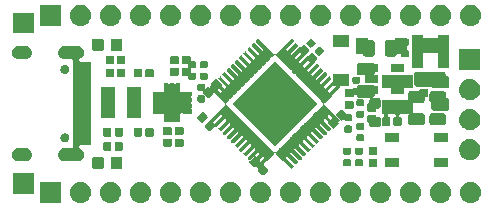
<source format=gts>
From eaa4a30d32e724f8df426349fd12af535bfbca43 Mon Sep 17 00:00:00 2001
From: Jan--Henrik <janhenrik@janhenrik.org>
Date: Fri, 25 Oct 2019 00:35:35 +0200
Subject: updated V1.2

---
 HW v1.2/gerber/OtterPill-F.Mask.gts | 13498 ++++++++++++++++++----------------
 1 file changed, 7134 insertions(+), 6364 deletions(-)

(limited to 'HW v1.2/gerber/OtterPill-F.Mask.gts')

diff --git a/HW v1.2/gerber/OtterPill-F.Mask.gts b/HW v1.2/gerber/OtterPill-F.Mask.gts
index 07f4695..eb0e7d7 100644
--- a/HW v1.2/gerber/OtterPill-F.Mask.gts	
+++ b/HW v1.2/gerber/OtterPill-F.Mask.gts	
@@ -1,12 +1,12 @@
 G04 #@! TF.GenerationSoftware,KiCad,Pcbnew,5.0.1*
-G04 #@! TF.CreationDate,2019-10-18T03:38:24+02:00*
+G04 #@! TF.CreationDate,2019-10-25T00:23:11+02:00*
 G04 #@! TF.ProjectId,OtterPill,4F7474657250696C6C2E6B696361645F,rev?*
 G04 #@! TF.SameCoordinates,Original*
 G04 #@! TF.FileFunction,Soldermask,Top*
 G04 #@! TF.FilePolarity,Negative*
 %FSLAX46Y46*%
 G04 Gerber Fmt 4.6, Leading zero omitted, Abs format (unit mm)*
-G04 Created by KiCad (PCBNEW 5.0.1) date Fri 18 Oct 2019 03:38:24 AM CEST*
+G04 Created by KiCad (PCBNEW 5.0.1) date Fri 25 Oct 2019 12:23:11 AM CEST*
 %MOMM*%
 %LPD*%
 G01*
@@ -41,6367 +41,7137 @@ X20300000Y-19800000D02*
 X62900000Y-19800000D01*
 D11*
 G36*
-X36510443Y-35205519D02*
-X36576627Y-35212037D01*
-X36689853Y-35246384D01*
-X36746467Y-35263557D01*
-X36885087Y-35337652D01*
-X36902991Y-35347222D01*
-X36938729Y-35376552D01*
-X37040186Y-35459814D01*
-X37123448Y-35561271D01*
-X37152778Y-35597009D01*
-X37152779Y-35597011D01*
-X37236443Y-35753533D01*
-X37236443Y-35753534D01*
-X37287963Y-35923373D01*
-X37305359Y-36100000D01*
-X37287963Y-36276627D01*
-X37253616Y-36389853D01*
-X37236443Y-36446467D01*
-X37162348Y-36585087D01*
-X37152778Y-36602991D01*
-X37123448Y-36638729D01*
-X37040186Y-36740186D01*
-X36938729Y-36823448D01*
-X36902991Y-36852778D01*
-X36902989Y-36852779D01*
-X36746467Y-36936443D01*
-X36689853Y-36953616D01*
-X36576627Y-36987963D01*
-X36510443Y-36994481D01*
-X36444260Y-37001000D01*
-X36355740Y-37001000D01*
-X36289557Y-36994481D01*
-X36223373Y-36987963D01*
-X36110147Y-36953616D01*
-X36053533Y-36936443D01*
-X35897011Y-36852779D01*
-X35897009Y-36852778D01*
-X35861271Y-36823448D01*
-X35759814Y-36740186D01*
-X35676552Y-36638729D01*
-X35647222Y-36602991D01*
-X35637652Y-36585087D01*
-X35563557Y-36446467D01*
-X35546384Y-36389853D01*
-X35512037Y-36276627D01*
-X35494641Y-36100000D01*
-X35512037Y-35923373D01*
-X35563557Y-35753534D01*
-X35563557Y-35753533D01*
-X35647221Y-35597011D01*
-X35647222Y-35597009D01*
-X35676552Y-35561271D01*
-X35759814Y-35459814D01*
-X35861271Y-35376552D01*
-X35897009Y-35347222D01*
-X35914913Y-35337652D01*
-X36053533Y-35263557D01*
-X36110147Y-35246384D01*
-X36223373Y-35212037D01*
-X36289557Y-35205519D01*
-X36355740Y-35199000D01*
-X36444260Y-35199000D01*
-X36510443Y-35205519D01*
-X36510443Y-35205519D01*
-G37*
-G36*
-X41590443Y-35205519D02*
-X41656627Y-35212037D01*
-X41769853Y-35246384D01*
-X41826467Y-35263557D01*
-X41965087Y-35337652D01*
-X41982991Y-35347222D01*
-X42018729Y-35376552D01*
-X42120186Y-35459814D01*
-X42203448Y-35561271D01*
-X42232778Y-35597009D01*
-X42232779Y-35597011D01*
-X42316443Y-35753533D01*
-X42316443Y-35753534D01*
-X42367963Y-35923373D01*
-X42385359Y-36100000D01*
-X42367963Y-36276627D01*
-X42333616Y-36389853D01*
-X42316443Y-36446467D01*
-X42242348Y-36585087D01*
-X42232778Y-36602991D01*
-X42203448Y-36638729D01*
-X42120186Y-36740186D01*
-X42018729Y-36823448D01*
-X41982991Y-36852778D01*
-X41982989Y-36852779D01*
-X41826467Y-36936443D01*
-X41769853Y-36953616D01*
-X41656627Y-36987963D01*
-X41590443Y-36994481D01*
-X41524260Y-37001000D01*
-X41435740Y-37001000D01*
-X41369557Y-36994481D01*
-X41303373Y-36987963D01*
-X41190147Y-36953616D01*
-X41133533Y-36936443D01*
-X40977011Y-36852779D01*
-X40977009Y-36852778D01*
-X40941271Y-36823448D01*
-X40839814Y-36740186D01*
-X40756552Y-36638729D01*
-X40727222Y-36602991D01*
-X40717652Y-36585087D01*
-X40643557Y-36446467D01*
-X40626384Y-36389853D01*
-X40592037Y-36276627D01*
-X40574641Y-36100000D01*
-X40592037Y-35923373D01*
-X40643557Y-35753534D01*
-X40643557Y-35753533D01*
-X40727221Y-35597011D01*
-X40727222Y-35597009D01*
-X40756552Y-35561271D01*
-X40839814Y-35459814D01*
-X40941271Y-35376552D01*
-X40977009Y-35347222D01*
-X40994913Y-35337652D01*
-X41133533Y-35263557D01*
-X41190147Y-35246384D01*
-X41303373Y-35212037D01*
-X41369557Y-35205519D01*
-X41435740Y-35199000D01*
-X41524260Y-35199000D01*
-X41590443Y-35205519D01*
-X41590443Y-35205519D01*
-G37*
-G36*
-X24601000Y-37001000D02*
-X22799000Y-37001000D01*
-X22799000Y-35199000D01*
-X24601000Y-35199000D01*
-X24601000Y-37001000D01*
-X24601000Y-37001000D01*
-G37*
-G36*
-X26350443Y-35205519D02*
-X26416627Y-35212037D01*
-X26529853Y-35246384D01*
-X26586467Y-35263557D01*
-X26725087Y-35337652D01*
-X26742991Y-35347222D01*
-X26778729Y-35376552D01*
-X26880186Y-35459814D01*
-X26963448Y-35561271D01*
-X26992778Y-35597009D01*
-X26992779Y-35597011D01*
-X27076443Y-35753533D01*
-X27076443Y-35753534D01*
-X27127963Y-35923373D01*
-X27145359Y-36100000D01*
-X27127963Y-36276627D01*
-X27093616Y-36389853D01*
-X27076443Y-36446467D01*
-X27002348Y-36585087D01*
-X26992778Y-36602991D01*
-X26963448Y-36638729D01*
-X26880186Y-36740186D01*
-X26778729Y-36823448D01*
-X26742991Y-36852778D01*
-X26742989Y-36852779D01*
-X26586467Y-36936443D01*
-X26529853Y-36953616D01*
-X26416627Y-36987963D01*
-X26350443Y-36994481D01*
-X26284260Y-37001000D01*
-X26195740Y-37001000D01*
-X26129557Y-36994481D01*
-X26063373Y-36987963D01*
-X25950147Y-36953616D01*
-X25893533Y-36936443D01*
-X25737011Y-36852779D01*
-X25737009Y-36852778D01*
-X25701271Y-36823448D01*
-X25599814Y-36740186D01*
-X25516552Y-36638729D01*
-X25487222Y-36602991D01*
-X25477652Y-36585087D01*
-X25403557Y-36446467D01*
-X25386384Y-36389853D01*
-X25352037Y-36276627D01*
-X25334641Y-36100000D01*
-X25352037Y-35923373D01*
-X25403557Y-35753534D01*
-X25403557Y-35753533D01*
-X25487221Y-35597011D01*
-X25487222Y-35597009D01*
-X25516552Y-35561271D01*
-X25599814Y-35459814D01*
-X25701271Y-35376552D01*
-X25737009Y-35347222D01*
-X25754913Y-35337652D01*
-X25893533Y-35263557D01*
-X25950147Y-35246384D01*
-X26063373Y-35212037D01*
-X26129557Y-35205519D01*
-X26195740Y-35199000D01*
-X26284260Y-35199000D01*
-X26350443Y-35205519D01*
-X26350443Y-35205519D01*
-G37*
-G36*
-X28890443Y-35205519D02*
-X28956627Y-35212037D01*
-X29069853Y-35246384D01*
-X29126467Y-35263557D01*
-X29265087Y-35337652D01*
-X29282991Y-35347222D01*
-X29318729Y-35376552D01*
-X29420186Y-35459814D01*
-X29503448Y-35561271D01*
-X29532778Y-35597009D01*
-X29532779Y-35597011D01*
-X29616443Y-35753533D01*
-X29616443Y-35753534D01*
-X29667963Y-35923373D01*
-X29685359Y-36100000D01*
-X29667963Y-36276627D01*
-X29633616Y-36389853D01*
-X29616443Y-36446467D01*
-X29542348Y-36585087D01*
-X29532778Y-36602991D01*
-X29503448Y-36638729D01*
-X29420186Y-36740186D01*
-X29318729Y-36823448D01*
-X29282991Y-36852778D01*
-X29282989Y-36852779D01*
-X29126467Y-36936443D01*
-X29069853Y-36953616D01*
-X28956627Y-36987963D01*
-X28890443Y-36994481D01*
-X28824260Y-37001000D01*
-X28735740Y-37001000D01*
-X28669557Y-36994481D01*
-X28603373Y-36987963D01*
-X28490147Y-36953616D01*
-X28433533Y-36936443D01*
-X28277011Y-36852779D01*
-X28277009Y-36852778D01*
-X28241271Y-36823448D01*
-X28139814Y-36740186D01*
-X28056552Y-36638729D01*
-X28027222Y-36602991D01*
-X28017652Y-36585087D01*
-X27943557Y-36446467D01*
-X27926384Y-36389853D01*
-X27892037Y-36276627D01*
-X27874641Y-36100000D01*
-X27892037Y-35923373D01*
-X27943557Y-35753534D01*
-X27943557Y-35753533D01*
-X28027221Y-35597011D01*
-X28027222Y-35597009D01*
-X28056552Y-35561271D01*
-X28139814Y-35459814D01*
-X28241271Y-35376552D01*
-X28277009Y-35347222D01*
-X28294913Y-35337652D01*
-X28433533Y-35263557D01*
-X28490147Y-35246384D01*
-X28603373Y-35212037D01*
-X28669557Y-35205519D01*
-X28735740Y-35199000D01*
-X28824260Y-35199000D01*
-X28890443Y-35205519D01*
-X28890443Y-35205519D01*
-G37*
-G36*
-X31430443Y-35205519D02*
-X31496627Y-35212037D01*
-X31609853Y-35246384D01*
-X31666467Y-35263557D01*
-X31805087Y-35337652D01*
-X31822991Y-35347222D01*
-X31858729Y-35376552D01*
-X31960186Y-35459814D01*
-X32043448Y-35561271D01*
-X32072778Y-35597009D01*
-X32072779Y-35597011D01*
-X32156443Y-35753533D01*
-X32156443Y-35753534D01*
-X32207963Y-35923373D01*
-X32225359Y-36100000D01*
-X32207963Y-36276627D01*
-X32173616Y-36389853D01*
-X32156443Y-36446467D01*
-X32082348Y-36585087D01*
-X32072778Y-36602991D01*
-X32043448Y-36638729D01*
-X31960186Y-36740186D01*
-X31858729Y-36823448D01*
-X31822991Y-36852778D01*
-X31822989Y-36852779D01*
-X31666467Y-36936443D01*
-X31609853Y-36953616D01*
-X31496627Y-36987963D01*
-X31430443Y-36994481D01*
-X31364260Y-37001000D01*
-X31275740Y-37001000D01*
-X31209557Y-36994481D01*
-X31143373Y-36987963D01*
-X31030147Y-36953616D01*
-X30973533Y-36936443D01*
-X30817011Y-36852779D01*
-X30817009Y-36852778D01*
-X30781271Y-36823448D01*
-X30679814Y-36740186D01*
-X30596552Y-36638729D01*
-X30567222Y-36602991D01*
-X30557652Y-36585087D01*
-X30483557Y-36446467D01*
-X30466384Y-36389853D01*
-X30432037Y-36276627D01*
-X30414641Y-36100000D01*
-X30432037Y-35923373D01*
-X30483557Y-35753534D01*
-X30483557Y-35753533D01*
-X30567221Y-35597011D01*
-X30567222Y-35597009D01*
-X30596552Y-35561271D01*
-X30679814Y-35459814D01*
-X30781271Y-35376552D01*
-X30817009Y-35347222D01*
-X30834913Y-35337652D01*
-X30973533Y-35263557D01*
-X31030147Y-35246384D01*
-X31143373Y-35212037D01*
-X31209557Y-35205519D01*
-X31275740Y-35199000D01*
-X31364260Y-35199000D01*
-X31430443Y-35205519D01*
-X31430443Y-35205519D01*
-G37*
-G36*
-X33970443Y-35205519D02*
-X34036627Y-35212037D01*
-X34149853Y-35246384D01*
-X34206467Y-35263557D01*
-X34345087Y-35337652D01*
-X34362991Y-35347222D01*
-X34398729Y-35376552D01*
-X34500186Y-35459814D01*
-X34583448Y-35561271D01*
-X34612778Y-35597009D01*
-X34612779Y-35597011D01*
-X34696443Y-35753533D01*
-X34696443Y-35753534D01*
-X34747963Y-35923373D01*
-X34765359Y-36100000D01*
-X34747963Y-36276627D01*
-X34713616Y-36389853D01*
-X34696443Y-36446467D01*
-X34622348Y-36585087D01*
-X34612778Y-36602991D01*
-X34583448Y-36638729D01*
-X34500186Y-36740186D01*
-X34398729Y-36823448D01*
-X34362991Y-36852778D01*
-X34362989Y-36852779D01*
-X34206467Y-36936443D01*
-X34149853Y-36953616D01*
-X34036627Y-36987963D01*
-X33970443Y-36994481D01*
-X33904260Y-37001000D01*
-X33815740Y-37001000D01*
-X33749557Y-36994481D01*
-X33683373Y-36987963D01*
-X33570147Y-36953616D01*
-X33513533Y-36936443D01*
-X33357011Y-36852779D01*
-X33357009Y-36852778D01*
-X33321271Y-36823448D01*
-X33219814Y-36740186D01*
-X33136552Y-36638729D01*
-X33107222Y-36602991D01*
-X33097652Y-36585087D01*
-X33023557Y-36446467D01*
-X33006384Y-36389853D01*
-X32972037Y-36276627D01*
-X32954641Y-36100000D01*
-X32972037Y-35923373D01*
-X33023557Y-35753534D01*
-X33023557Y-35753533D01*
-X33107221Y-35597011D01*
-X33107222Y-35597009D01*
-X33136552Y-35561271D01*
-X33219814Y-35459814D01*
-X33321271Y-35376552D01*
-X33357009Y-35347222D01*
-X33374913Y-35337652D01*
-X33513533Y-35263557D01*
-X33570147Y-35246384D01*
-X33683373Y-35212037D01*
-X33749557Y-35205519D01*
-X33815740Y-35199000D01*
-X33904260Y-35199000D01*
-X33970443Y-35205519D01*
-X33970443Y-35205519D01*
-G37*
-G36*
-X39050443Y-35205519D02*
-X39116627Y-35212037D01*
-X39229853Y-35246384D01*
-X39286467Y-35263557D01*
-X39425087Y-35337652D01*
-X39442991Y-35347222D01*
-X39478729Y-35376552D01*
-X39580186Y-35459814D01*
-X39663448Y-35561271D01*
-X39692778Y-35597009D01*
-X39692779Y-35597011D01*
-X39776443Y-35753533D01*
-X39776443Y-35753534D01*
-X39827963Y-35923373D01*
-X39845359Y-36100000D01*
-X39827963Y-36276627D01*
-X39793616Y-36389853D01*
-X39776443Y-36446467D01*
-X39702348Y-36585087D01*
-X39692778Y-36602991D01*
-X39663448Y-36638729D01*
-X39580186Y-36740186D01*
-X39478729Y-36823448D01*
-X39442991Y-36852778D01*
-X39442989Y-36852779D01*
-X39286467Y-36936443D01*
-X39229853Y-36953616D01*
-X39116627Y-36987963D01*
-X39050443Y-36994481D01*
-X38984260Y-37001000D01*
-X38895740Y-37001000D01*
-X38829557Y-36994481D01*
-X38763373Y-36987963D01*
-X38650147Y-36953616D01*
-X38593533Y-36936443D01*
-X38437011Y-36852779D01*
-X38437009Y-36852778D01*
-X38401271Y-36823448D01*
-X38299814Y-36740186D01*
-X38216552Y-36638729D01*
-X38187222Y-36602991D01*
-X38177652Y-36585087D01*
-X38103557Y-36446467D01*
-X38086384Y-36389853D01*
-X38052037Y-36276627D01*
-X38034641Y-36100000D01*
-X38052037Y-35923373D01*
-X38103557Y-35753534D01*
-X38103557Y-35753533D01*
-X38187221Y-35597011D01*
-X38187222Y-35597009D01*
-X38216552Y-35561271D01*
-X38299814Y-35459814D01*
-X38401271Y-35376552D01*
-X38437009Y-35347222D01*
-X38454913Y-35337652D01*
-X38593533Y-35263557D01*
-X38650147Y-35246384D01*
-X38763373Y-35212037D01*
-X38829557Y-35205519D01*
-X38895740Y-35199000D01*
-X38984260Y-35199000D01*
-X39050443Y-35205519D01*
-X39050443Y-35205519D01*
-G37*
-G36*
-X44130443Y-35205519D02*
-X44196627Y-35212037D01*
-X44309853Y-35246384D01*
-X44366467Y-35263557D01*
-X44505087Y-35337652D01*
-X44522991Y-35347222D01*
-X44558729Y-35376552D01*
-X44660186Y-35459814D01*
-X44743448Y-35561271D01*
-X44772778Y-35597009D01*
-X44772779Y-35597011D01*
-X44856443Y-35753533D01*
-X44856443Y-35753534D01*
-X44907963Y-35923373D01*
-X44925359Y-36100000D01*
-X44907963Y-36276627D01*
-X44873616Y-36389853D01*
-X44856443Y-36446467D01*
-X44782348Y-36585087D01*
-X44772778Y-36602991D01*
-X44743448Y-36638729D01*
-X44660186Y-36740186D01*
-X44558729Y-36823448D01*
-X44522991Y-36852778D01*
-X44522989Y-36852779D01*
-X44366467Y-36936443D01*
-X44309853Y-36953616D01*
-X44196627Y-36987963D01*
-X44130443Y-36994481D01*
-X44064260Y-37001000D01*
-X43975740Y-37001000D01*
-X43909557Y-36994481D01*
-X43843373Y-36987963D01*
-X43730147Y-36953616D01*
-X43673533Y-36936443D01*
-X43517011Y-36852779D01*
-X43517009Y-36852778D01*
-X43481271Y-36823448D01*
-X43379814Y-36740186D01*
-X43296552Y-36638729D01*
-X43267222Y-36602991D01*
-X43257652Y-36585087D01*
-X43183557Y-36446467D01*
-X43166384Y-36389853D01*
-X43132037Y-36276627D01*
-X43114641Y-36100000D01*
-X43132037Y-35923373D01*
-X43183557Y-35753534D01*
-X43183557Y-35753533D01*
-X43267221Y-35597011D01*
-X43267222Y-35597009D01*
-X43296552Y-35561271D01*
-X43379814Y-35459814D01*
-X43481271Y-35376552D01*
-X43517009Y-35347222D01*
-X43534913Y-35337652D01*
-X43673533Y-35263557D01*
-X43730147Y-35246384D01*
-X43843373Y-35212037D01*
-X43909557Y-35205519D01*
-X43975740Y-35199000D01*
-X44064260Y-35199000D01*
-X44130443Y-35205519D01*
-X44130443Y-35205519D01*
-G37*
-G36*
-X46670443Y-35205519D02*
-X46736627Y-35212037D01*
-X46849853Y-35246384D01*
-X46906467Y-35263557D01*
-X47045087Y-35337652D01*
-X47062991Y-35347222D01*
-X47098729Y-35376552D01*
-X47200186Y-35459814D01*
-X47283448Y-35561271D01*
-X47312778Y-35597009D01*
-X47312779Y-35597011D01*
-X47396443Y-35753533D01*
-X47396443Y-35753534D01*
-X47447963Y-35923373D01*
-X47465359Y-36100000D01*
-X47447963Y-36276627D01*
-X47413616Y-36389853D01*
-X47396443Y-36446467D01*
-X47322348Y-36585087D01*
-X47312778Y-36602991D01*
-X47283448Y-36638729D01*
-X47200186Y-36740186D01*
-X47098729Y-36823448D01*
-X47062991Y-36852778D01*
-X47062989Y-36852779D01*
-X46906467Y-36936443D01*
-X46849853Y-36953616D01*
-X46736627Y-36987963D01*
-X46670443Y-36994481D01*
-X46604260Y-37001000D01*
-X46515740Y-37001000D01*
-X46449557Y-36994481D01*
-X46383373Y-36987963D01*
-X46270147Y-36953616D01*
-X46213533Y-36936443D01*
-X46057011Y-36852779D01*
-X46057009Y-36852778D01*
-X46021271Y-36823448D01*
-X45919814Y-36740186D01*
-X45836552Y-36638729D01*
-X45807222Y-36602991D01*
-X45797652Y-36585087D01*
-X45723557Y-36446467D01*
-X45706384Y-36389853D01*
-X45672037Y-36276627D01*
-X45654641Y-36100000D01*
-X45672037Y-35923373D01*
-X45723557Y-35753534D01*
-X45723557Y-35753533D01*
-X45807221Y-35597011D01*
-X45807222Y-35597009D01*
-X45836552Y-35561271D01*
-X45919814Y-35459814D01*
-X46021271Y-35376552D01*
-X46057009Y-35347222D01*
-X46074913Y-35337652D01*
-X46213533Y-35263557D01*
-X46270147Y-35246384D01*
-X46383373Y-35212037D01*
-X46449557Y-35205519D01*
-X46515740Y-35199000D01*
-X46604260Y-35199000D01*
-X46670443Y-35205519D01*
-X46670443Y-35205519D01*
-G37*
-G36*
-X49210443Y-35205519D02*
-X49276627Y-35212037D01*
-X49389853Y-35246384D01*
-X49446467Y-35263557D01*
-X49585087Y-35337652D01*
-X49602991Y-35347222D01*
-X49638729Y-35376552D01*
-X49740186Y-35459814D01*
-X49823448Y-35561271D01*
-X49852778Y-35597009D01*
-X49852779Y-35597011D01*
-X49936443Y-35753533D01*
-X49936443Y-35753534D01*
-X49987963Y-35923373D01*
-X50005359Y-36100000D01*
-X49987963Y-36276627D01*
-X49953616Y-36389853D01*
-X49936443Y-36446467D01*
-X49862348Y-36585087D01*
-X49852778Y-36602991D01*
-X49823448Y-36638729D01*
-X49740186Y-36740186D01*
-X49638729Y-36823448D01*
-X49602991Y-36852778D01*
-X49602989Y-36852779D01*
-X49446467Y-36936443D01*
-X49389853Y-36953616D01*
-X49276627Y-36987963D01*
-X49210443Y-36994481D01*
-X49144260Y-37001000D01*
-X49055740Y-37001000D01*
-X48989557Y-36994481D01*
-X48923373Y-36987963D01*
-X48810147Y-36953616D01*
-X48753533Y-36936443D01*
-X48597011Y-36852779D01*
-X48597009Y-36852778D01*
-X48561271Y-36823448D01*
-X48459814Y-36740186D01*
-X48376552Y-36638729D01*
-X48347222Y-36602991D01*
-X48337652Y-36585087D01*
-X48263557Y-36446467D01*
-X48246384Y-36389853D01*
-X48212037Y-36276627D01*
-X48194641Y-36100000D01*
-X48212037Y-35923373D01*
-X48263557Y-35753534D01*
-X48263557Y-35753533D01*
-X48347221Y-35597011D01*
-X48347222Y-35597009D01*
-X48376552Y-35561271D01*
-X48459814Y-35459814D01*
-X48561271Y-35376552D01*
-X48597009Y-35347222D01*
-X48614913Y-35337652D01*
-X48753533Y-35263557D01*
-X48810147Y-35246384D01*
-X48923373Y-35212037D01*
-X48989557Y-35205519D01*
-X49055740Y-35199000D01*
-X49144260Y-35199000D01*
-X49210443Y-35205519D01*
-X49210443Y-35205519D01*
-G37*
-G36*
-X51750443Y-35205519D02*
-X51816627Y-35212037D01*
-X51929853Y-35246384D01*
-X51986467Y-35263557D01*
-X52125087Y-35337652D01*
-X52142991Y-35347222D01*
-X52178729Y-35376552D01*
-X52280186Y-35459814D01*
-X52363448Y-35561271D01*
-X52392778Y-35597009D01*
-X52392779Y-35597011D01*
-X52476443Y-35753533D01*
-X52476443Y-35753534D01*
-X52527963Y-35923373D01*
-X52545359Y-36100000D01*
-X52527963Y-36276627D01*
-X52493616Y-36389853D01*
-X52476443Y-36446467D01*
-X52402348Y-36585087D01*
-X52392778Y-36602991D01*
-X52363448Y-36638729D01*
-X52280186Y-36740186D01*
-X52178729Y-36823448D01*
-X52142991Y-36852778D01*
-X52142989Y-36852779D01*
-X51986467Y-36936443D01*
-X51929853Y-36953616D01*
-X51816627Y-36987963D01*
-X51750443Y-36994481D01*
-X51684260Y-37001000D01*
-X51595740Y-37001000D01*
-X51529557Y-36994481D01*
-X51463373Y-36987963D01*
-X51350147Y-36953616D01*
-X51293533Y-36936443D01*
-X51137011Y-36852779D01*
-X51137009Y-36852778D01*
-X51101271Y-36823448D01*
-X50999814Y-36740186D01*
-X50916552Y-36638729D01*
-X50887222Y-36602991D01*
-X50877652Y-36585087D01*
-X50803557Y-36446467D01*
-X50786384Y-36389853D01*
-X50752037Y-36276627D01*
-X50734641Y-36100000D01*
-X50752037Y-35923373D01*
-X50803557Y-35753534D01*
-X50803557Y-35753533D01*
-X50887221Y-35597011D01*
-X50887222Y-35597009D01*
-X50916552Y-35561271D01*
-X50999814Y-35459814D01*
-X51101271Y-35376552D01*
-X51137009Y-35347222D01*
-X51154913Y-35337652D01*
-X51293533Y-35263557D01*
-X51350147Y-35246384D01*
-X51463373Y-35212037D01*
-X51529557Y-35205519D01*
-X51595740Y-35199000D01*
-X51684260Y-35199000D01*
-X51750443Y-35205519D01*
-X51750443Y-35205519D01*
-G37*
-G36*
-X54290443Y-35205519D02*
-X54356627Y-35212037D01*
-X54469853Y-35246384D01*
-X54526467Y-35263557D01*
-X54665087Y-35337652D01*
-X54682991Y-35347222D01*
-X54718729Y-35376552D01*
-X54820186Y-35459814D01*
-X54903448Y-35561271D01*
-X54932778Y-35597009D01*
-X54932779Y-35597011D01*
-X55016443Y-35753533D01*
-X55016443Y-35753534D01*
-X55067963Y-35923373D01*
-X55085359Y-36100000D01*
-X55067963Y-36276627D01*
-X55033616Y-36389853D01*
-X55016443Y-36446467D01*
-X54942348Y-36585087D01*
-X54932778Y-36602991D01*
-X54903448Y-36638729D01*
-X54820186Y-36740186D01*
-X54718729Y-36823448D01*
-X54682991Y-36852778D01*
-X54682989Y-36852779D01*
-X54526467Y-36936443D01*
-X54469853Y-36953616D01*
-X54356627Y-36987963D01*
-X54290443Y-36994481D01*
-X54224260Y-37001000D01*
-X54135740Y-37001000D01*
-X54069557Y-36994481D01*
-X54003373Y-36987963D01*
-X53890147Y-36953616D01*
-X53833533Y-36936443D01*
-X53677011Y-36852779D01*
-X53677009Y-36852778D01*
-X53641271Y-36823448D01*
-X53539814Y-36740186D01*
-X53456552Y-36638729D01*
-X53427222Y-36602991D01*
-X53417652Y-36585087D01*
-X53343557Y-36446467D01*
-X53326384Y-36389853D01*
-X53292037Y-36276627D01*
-X53274641Y-36100000D01*
-X53292037Y-35923373D01*
-X53343557Y-35753534D01*
-X53343557Y-35753533D01*
-X53427221Y-35597011D01*
-X53427222Y-35597009D01*
-X53456552Y-35561271D01*
-X53539814Y-35459814D01*
-X53641271Y-35376552D01*
-X53677009Y-35347222D01*
-X53694913Y-35337652D01*
-X53833533Y-35263557D01*
-X53890147Y-35246384D01*
-X54003373Y-35212037D01*
-X54069557Y-35205519D01*
-X54135740Y-35199000D01*
-X54224260Y-35199000D01*
-X54290443Y-35205519D01*
-X54290443Y-35205519D01*
-G37*
-G36*
-X56830443Y-35205519D02*
-X56896627Y-35212037D01*
-X57009853Y-35246384D01*
-X57066467Y-35263557D01*
-X57205087Y-35337652D01*
-X57222991Y-35347222D01*
-X57258729Y-35376552D01*
-X57360186Y-35459814D01*
-X57443448Y-35561271D01*
-X57472778Y-35597009D01*
-X57472779Y-35597011D01*
-X57556443Y-35753533D01*
-X57556443Y-35753534D01*
-X57607963Y-35923373D01*
-X57625359Y-36100000D01*
-X57607963Y-36276627D01*
-X57573616Y-36389853D01*
-X57556443Y-36446467D01*
-X57482348Y-36585087D01*
-X57472778Y-36602991D01*
-X57443448Y-36638729D01*
-X57360186Y-36740186D01*
-X57258729Y-36823448D01*
-X57222991Y-36852778D01*
-X57222989Y-36852779D01*
-X57066467Y-36936443D01*
-X57009853Y-36953616D01*
-X56896627Y-36987963D01*
-X56830443Y-36994481D01*
-X56764260Y-37001000D01*
-X56675740Y-37001000D01*
-X56609557Y-36994481D01*
-X56543373Y-36987963D01*
-X56430147Y-36953616D01*
-X56373533Y-36936443D01*
-X56217011Y-36852779D01*
-X56217009Y-36852778D01*
-X56181271Y-36823448D01*
-X56079814Y-36740186D01*
-X55996552Y-36638729D01*
-X55967222Y-36602991D01*
-X55957652Y-36585087D01*
-X55883557Y-36446467D01*
-X55866384Y-36389853D01*
-X55832037Y-36276627D01*
-X55814641Y-36100000D01*
-X55832037Y-35923373D01*
-X55883557Y-35753534D01*
-X55883557Y-35753533D01*
-X55967221Y-35597011D01*
-X55967222Y-35597009D01*
-X55996552Y-35561271D01*
-X56079814Y-35459814D01*
-X56181271Y-35376552D01*
-X56217009Y-35347222D01*
-X56234913Y-35337652D01*
-X56373533Y-35263557D01*
-X56430147Y-35246384D01*
-X56543373Y-35212037D01*
-X56609557Y-35205519D01*
-X56675740Y-35199000D01*
-X56764260Y-35199000D01*
-X56830443Y-35205519D01*
-X56830443Y-35205519D01*
-G37*
-G36*
-X59370443Y-35205519D02*
-X59436627Y-35212037D01*
-X59549853Y-35246384D01*
-X59606467Y-35263557D01*
-X59745087Y-35337652D01*
-X59762991Y-35347222D01*
-X59798729Y-35376552D01*
-X59900186Y-35459814D01*
-X59983448Y-35561271D01*
-X60012778Y-35597009D01*
-X60012779Y-35597011D01*
-X60096443Y-35753533D01*
-X60096443Y-35753534D01*
-X60147963Y-35923373D01*
-X60165359Y-36100000D01*
-X60147963Y-36276627D01*
-X60113616Y-36389853D01*
-X60096443Y-36446467D01*
-X60022348Y-36585087D01*
-X60012778Y-36602991D01*
-X59983448Y-36638729D01*
-X59900186Y-36740186D01*
-X59798729Y-36823448D01*
-X59762991Y-36852778D01*
-X59762989Y-36852779D01*
-X59606467Y-36936443D01*
-X59549853Y-36953616D01*
-X59436627Y-36987963D01*
-X59370443Y-36994481D01*
-X59304260Y-37001000D01*
-X59215740Y-37001000D01*
-X59149557Y-36994481D01*
-X59083373Y-36987963D01*
-X58970147Y-36953616D01*
-X58913533Y-36936443D01*
-X58757011Y-36852779D01*
-X58757009Y-36852778D01*
-X58721271Y-36823448D01*
-X58619814Y-36740186D01*
-X58536552Y-36638729D01*
-X58507222Y-36602991D01*
-X58497652Y-36585087D01*
-X58423557Y-36446467D01*
-X58406384Y-36389853D01*
-X58372037Y-36276627D01*
-X58354641Y-36100000D01*
-X58372037Y-35923373D01*
-X58423557Y-35753534D01*
-X58423557Y-35753533D01*
-X58507221Y-35597011D01*
-X58507222Y-35597009D01*
-X58536552Y-35561271D01*
-X58619814Y-35459814D01*
-X58721271Y-35376552D01*
-X58757009Y-35347222D01*
-X58774913Y-35337652D01*
-X58913533Y-35263557D01*
-X58970147Y-35246384D01*
-X59083373Y-35212037D01*
-X59149557Y-35205519D01*
-X59215740Y-35199000D01*
-X59304260Y-35199000D01*
-X59370443Y-35205519D01*
-X59370443Y-35205519D01*
-G37*
-G36*
-X41725010Y-33727385D02*
-X41745628Y-33733639D01*
-X41764628Y-33743795D01*
-X41786053Y-33761378D01*
-X42110410Y-34085735D01*
-X42127993Y-34107160D01*
-X42138149Y-34126160D01*
-X42144403Y-34146778D01*
-X42146514Y-34168216D01*
-X42144403Y-34189654D01*
-X42138149Y-34210272D01*
-X42127993Y-34229272D01*
-X42110410Y-34250697D01*
-X41750697Y-34610410D01*
-X41729272Y-34627993D01*
-X41710272Y-34638149D01*
-X41689654Y-34644403D01*
-X41668216Y-34646514D01*
-X41646778Y-34644403D01*
-X41626160Y-34638149D01*
-X41607160Y-34627993D01*
-X41585735Y-34610410D01*
-X41261378Y-34286053D01*
-X41243795Y-34264628D01*
-X41233639Y-34245628D01*
-X41227385Y-34225010D01*
-X41225274Y-34203572D01*
-X41227385Y-34182134D01*
-X41233639Y-34161516D01*
-X41243795Y-34142516D01*
-X41261378Y-34121091D01*
-X41621091Y-33761378D01*
-X41642516Y-33743795D01*
-X41661516Y-33733639D01*
-X41682134Y-33727385D01*
-X41703572Y-33725274D01*
-X41725010Y-33727385D01*
-X41725010Y-33727385D01*
-G37*
-G36*
-X29629591Y-33078085D02*
-X29663569Y-33088393D01*
-X29694887Y-33105133D01*
-X29722339Y-33127661D01*
-X29744867Y-33155113D01*
-X29761607Y-33186431D01*
-X29771915Y-33220409D01*
-X29776000Y-33261890D01*
-X29776000Y-33938110D01*
-X29771915Y-33979591D01*
-X29761607Y-34013569D01*
-X29744867Y-34044887D01*
-X29722339Y-34072339D01*
-X29694887Y-34094867D01*
-X29663569Y-34111607D01*
-X29629591Y-34121915D01*
-X29588110Y-34126000D01*
-X28986890Y-34126000D01*
-X28945409Y-34121915D01*
-X28911431Y-34111607D01*
-X28880113Y-34094867D01*
-X28852661Y-34072339D01*
-X28830133Y-34044887D01*
-X28813393Y-34013569D01*
-X28803085Y-33979591D01*
-X28799000Y-33938110D01*
-X28799000Y-33261890D01*
-X28803085Y-33220409D01*
-X28813393Y-33186431D01*
-X28830133Y-33155113D01*
-X28852661Y-33127661D01*
-X28880113Y-33105133D01*
-X28911431Y-33088393D01*
-X28945409Y-33078085D01*
-X28986890Y-33074000D01*
-X29588110Y-33074000D01*
-X29629591Y-33078085D01*
-X29629591Y-33078085D01*
-G37*
-G36*
-X28054591Y-33078085D02*
-X28088569Y-33088393D01*
-X28119887Y-33105133D01*
-X28147339Y-33127661D01*
-X28169867Y-33155113D01*
-X28186607Y-33186431D01*
-X28196915Y-33220409D01*
-X28201000Y-33261890D01*
-X28201000Y-33938110D01*
-X28196915Y-33979591D01*
-X28186607Y-34013569D01*
-X28169867Y-34044887D01*
-X28147339Y-34072339D01*
-X28119887Y-34094867D01*
-X28088569Y-34111607D01*
-X28054591Y-34121915D01*
-X28013110Y-34126000D01*
-X27411890Y-34126000D01*
-X27370409Y-34121915D01*
-X27336431Y-34111607D01*
-X27305113Y-34094867D01*
-X27277661Y-34072339D01*
-X27255133Y-34044887D01*
-X27238393Y-34013569D01*
-X27228085Y-33979591D01*
-X27224000Y-33938110D01*
-X27224000Y-33261890D01*
-X27228085Y-33220409D01*
-X27238393Y-33186431D01*
-X27255133Y-33155113D01*
-X27277661Y-33127661D01*
-X27305113Y-33105133D01*
-X27336431Y-33088393D01*
-X27370409Y-33078085D01*
-X27411890Y-33074000D01*
-X28013110Y-33074000D01*
-X28054591Y-33078085D01*
-X28054591Y-33078085D01*
-G37*
-G36*
-X57351000Y-33963000D02*
-X56199000Y-33963000D01*
-X56199000Y-33211000D01*
-X57351000Y-33211000D01*
-X57351000Y-33963000D01*
-X57351000Y-33963000D01*
-G37*
-G36*
-X53201000Y-33963000D02*
-X52049000Y-33963000D01*
-X52049000Y-33211000D01*
-X53201000Y-33211000D01*
-X53201000Y-33963000D01*
-X53201000Y-33963000D01*
-G37*
-G36*
-X41039116Y-33041491D02*
-X41059734Y-33047745D01*
-X41078734Y-33057901D01*
-X41100159Y-33075484D01*
-X41424516Y-33399841D01*
-X41442099Y-33421266D01*
-X41452255Y-33440266D01*
-X41458509Y-33460884D01*
-X41460620Y-33482322D01*
-X41458509Y-33503760D01*
-X41452255Y-33524378D01*
-X41442099Y-33543378D01*
-X41424516Y-33564803D01*
-X41064803Y-33924516D01*
-X41043378Y-33942099D01*
-X41024378Y-33952255D01*
-X41003760Y-33958509D01*
-X40982322Y-33960620D01*
-X40960884Y-33958509D01*
-X40940266Y-33952255D01*
-X40921266Y-33942099D01*
-X40899841Y-33924516D01*
-X40575484Y-33600159D01*
-X40557901Y-33578734D01*
-X40547745Y-33559734D01*
-X40541491Y-33539116D01*
-X40539380Y-33517678D01*
-X40541491Y-33496240D01*
-X40547745Y-33475622D01*
-X40557901Y-33456622D01*
-X40575484Y-33435197D01*
-X40935197Y-33075484D01*
-X40956622Y-33057901D01*
-X40975622Y-33047745D01*
-X40996240Y-33041491D01*
-X41017678Y-33039380D01*
-X41039116Y-33041491D01*
-X41039116Y-33041491D01*
-G37*
-G36*
-X51281938Y-33241716D02*
-X51302556Y-33247970D01*
-X51321556Y-33258126D01*
-X51338208Y-33271792D01*
-X51351874Y-33288444D01*
-X51362030Y-33307444D01*
-X51368284Y-33328062D01*
-X51371000Y-33355640D01*
-X51371000Y-33814360D01*
-X51368284Y-33841938D01*
-X51362030Y-33862556D01*
-X51351874Y-33881556D01*
-X51338208Y-33898208D01*
-X51321556Y-33911874D01*
-X51302556Y-33922030D01*
-X51281938Y-33928284D01*
-X51254360Y-33931000D01*
-X50745640Y-33931000D01*
-X50718062Y-33928284D01*
-X50697444Y-33922030D01*
-X50678444Y-33911874D01*
-X50661792Y-33898208D01*
-X50648126Y-33881556D01*
-X50637970Y-33862556D01*
-X50631716Y-33841938D01*
-X50629000Y-33814360D01*
-X50629000Y-33355640D01*
-X50631716Y-33328062D01*
-X50637970Y-33307444D01*
-X50648126Y-33288444D01*
-X50661792Y-33271792D01*
-X50678444Y-33258126D01*
-X50697444Y-33247970D01*
-X50718062Y-33241716D01*
-X50745640Y-33239000D01*
-X51254360Y-33239000D01*
-X51281938Y-33241716D01*
-X51281938Y-33241716D01*
-G37*
-G36*
-X21683014Y-32346973D02*
-X21786878Y-32378479D01*
-X21882599Y-32429644D01*
-X21966500Y-32498499D01*
-X22035355Y-32582400D01*
-X22086520Y-32678121D01*
-X22118026Y-32781985D01*
-X22128665Y-32890000D01*
-X22118026Y-32998015D01*
-X22086520Y-33101879D01*
-X22035355Y-33197600D01*
-X21966500Y-33281501D01*
-X21882599Y-33350356D01*
-X21786878Y-33401521D01*
-X21683014Y-33433027D01*
-X21602066Y-33441000D01*
-X20947932Y-33441000D01*
-X20866984Y-33433027D01*
-X20763120Y-33401521D01*
-X20667399Y-33350356D01*
-X20583498Y-33281501D01*
-X20514643Y-33197600D01*
-X20463478Y-33101879D01*
-X20431972Y-32998015D01*
-X20421333Y-32890000D01*
-X20431972Y-32781985D01*
-X20463478Y-32678121D01*
-X20514643Y-32582400D01*
-X20583498Y-32498499D01*
-X20667399Y-32429644D01*
-X20763120Y-32378479D01*
-X20866984Y-32346973D01*
-X20947932Y-32339000D01*
-X21602066Y-32339000D01*
-X21683014Y-32346973D01*
-X21683014Y-32346973D01*
-G37*
-G36*
-X26113014Y-23706973D02*
-X26216878Y-23738479D01*
-X26312599Y-23789644D01*
-X26396500Y-23858499D01*
-X26465355Y-23942400D01*
-X26516520Y-24038121D01*
-X26548026Y-24141985D01*
-X26558665Y-24250000D01*
-X26548026Y-24358015D01*
-X26516520Y-24461879D01*
-X26465355Y-24557600D01*
-X26396500Y-24641501D01*
-X26312599Y-24710356D01*
-X26216878Y-24761521D01*
-X26174465Y-24774386D01*
-X26151837Y-24783760D01*
-X26131462Y-24797373D01*
-X26114135Y-24814700D01*
-X26100521Y-24835075D01*
-X26091144Y-24857714D01*
-X26086363Y-24881747D01*
-X26086363Y-24906252D01*
-X26091143Y-24930285D01*
-X26100521Y-24952924D01*
-X26114134Y-24973299D01*
-X26131461Y-24990626D01*
-X26151836Y-25004240D01*
-X26174475Y-25013617D01*
-X26198508Y-25018398D01*
-X26210761Y-25019000D01*
-X27145999Y-25019000D01*
-X27145999Y-32121000D01*
-X26210761Y-32121000D01*
-X26186375Y-32123402D01*
-X26162926Y-32130515D01*
-X26141315Y-32142066D01*
-X26122373Y-32157612D01*
-X26106827Y-32176554D01*
-X26095276Y-32198165D01*
-X26088163Y-32221614D01*
-X26085761Y-32246000D01*
-X26088163Y-32270386D01*
-X26095276Y-32293835D01*
-X26106827Y-32315446D01*
-X26122373Y-32334388D01*
-X26141315Y-32349934D01*
-X26162926Y-32361485D01*
-X26174454Y-32365610D01*
-X26216878Y-32378479D01*
-X26312599Y-32429644D01*
-X26396500Y-32498499D01*
-X26465355Y-32582400D01*
-X26516520Y-32678121D01*
-X26548026Y-32781985D01*
-X26558665Y-32890000D01*
-X26548026Y-32998015D01*
-X26516520Y-33101879D01*
-X26465355Y-33197600D01*
-X26396500Y-33281501D01*
-X26312599Y-33350356D01*
-X26216878Y-33401521D01*
-X26113014Y-33433027D01*
-X26032066Y-33441000D01*
-X24877932Y-33441000D01*
-X24796984Y-33433027D01*
-X24693120Y-33401521D01*
-X24597399Y-33350356D01*
-X24513498Y-33281501D01*
-X24444643Y-33197600D01*
-X24393478Y-33101879D01*
-X24361972Y-32998015D01*
-X24351333Y-32890000D01*
-X24361972Y-32781985D01*
-X24393478Y-32678121D01*
-X24444643Y-32582400D01*
-X24513498Y-32498499D01*
-X24597399Y-32429644D01*
-X24693120Y-32378479D01*
-X24796984Y-32346973D01*
-X24877932Y-32339000D01*
-X25468999Y-32339000D01*
-X25493385Y-32336598D01*
-X25516834Y-32329485D01*
-X25538445Y-32317934D01*
-X25557387Y-32302388D01*
-X25572933Y-32283446D01*
-X25584484Y-32261835D01*
-X25591597Y-32238386D01*
-X25593999Y-32214000D01*
-X25593999Y-24926000D01*
-X25591597Y-24901614D01*
-X25584484Y-24878165D01*
-X25572933Y-24856554D01*
-X25557387Y-24837612D01*
-X25538445Y-24822066D01*
-X25516834Y-24810515D01*
-X25493385Y-24803402D01*
-X25468999Y-24801000D01*
-X24877932Y-24801000D01*
-X24796984Y-24793027D01*
-X24693120Y-24761521D01*
-X24597399Y-24710356D01*
-X24513498Y-24641501D01*
-X24444643Y-24557600D01*
-X24393478Y-24461879D01*
-X24361972Y-24358015D01*
-X24351333Y-24250000D01*
-X24361972Y-24141985D01*
-X24393478Y-24038121D01*
-X24444643Y-23942400D01*
-X24513498Y-23858499D01*
-X24597399Y-23789644D01*
-X24693120Y-23738479D01*
-X24796984Y-23706973D01*
-X24877932Y-23699000D01*
-X26032066Y-23699000D01*
-X26113014Y-23706973D01*
-X26113014Y-23706973D01*
-G37*
-G36*
-X43411964Y-23756499D02*
-X43416635Y-23757916D01*
-X43420937Y-23760216D01*
-X43429487Y-23767232D01*
-X43633630Y-23971375D01*
-X43640646Y-23979925D01*
-X43642946Y-23984227D01*
-X43644363Y-23988898D01*
-X43645171Y-23997102D01*
-X43649953Y-24021135D01*
-X43659331Y-24043774D01*
-X43672945Y-24064148D01*
-X43690273Y-24081475D01*
-X43710648Y-24095088D01*
-X43733287Y-24104465D01*
-X43757313Y-24109244D01*
-X43765517Y-24110052D01*
-X43770188Y-24111469D01*
-X43774490Y-24113769D01*
-X43783040Y-24120785D01*
-X43987183Y-24324928D01*
-X43994199Y-24333478D01*
-X43996499Y-24337780D01*
-X43997916Y-24342451D01*
-X43998724Y-24350655D01*
-X44003505Y-24374689D01*
-X44012883Y-24397328D01*
-X44026498Y-24417702D01*
-X44043825Y-24435028D01*
-X44064200Y-24448642D01*
-X44086840Y-24458019D01*
-X44110867Y-24462798D01*
-X44119071Y-24463606D01*
-X44123742Y-24465023D01*
-X44128044Y-24467323D01*
-X44136594Y-24474339D01*
-X44340737Y-24678482D01*
-X44347753Y-24687032D01*
-X44350053Y-24691334D01*
-X44351470Y-24696005D01*
-X44352278Y-24704209D01*
-X44357060Y-24728242D01*
-X44366438Y-24750881D01*
-X44380052Y-24771255D01*
-X44397380Y-24788582D01*
-X44417755Y-24802195D01*
-X44440394Y-24811572D01*
-X44464420Y-24816351D01*
-X44472624Y-24817159D01*
-X44477295Y-24818576D01*
-X44481597Y-24820876D01*
-X44490147Y-24827892D01*
-X44694290Y-25032035D01*
-X44701306Y-25040585D01*
-X44703606Y-25044887D01*
-X44705023Y-25049558D01*
-X44705831Y-25057762D01*
-X44710613Y-25081795D01*
-X44719991Y-25104434D01*
-X44733605Y-25124808D01*
-X44750933Y-25142135D01*
-X44771308Y-25155748D01*
-X44793947Y-25165125D01*
-X44817973Y-25169904D01*
-X44826177Y-25170712D01*
-X44830848Y-25172129D01*
-X44835150Y-25174429D01*
-X44843700Y-25181445D01*
-X45047843Y-25385588D01*
-X45054859Y-25394138D01*
-X45057159Y-25398440D01*
-X45058576Y-25403111D01*
-X45059384Y-25411315D01*
-X45064165Y-25435349D01*
-X45073543Y-25457988D01*
-X45087158Y-25478362D01*
-X45104485Y-25495688D01*
-X45124860Y-25509302D01*
-X45147500Y-25518679D01*
-X45171527Y-25523458D01*
-X45179731Y-25524266D01*
-X45184402Y-25525683D01*
-X45188704Y-25527983D01*
-X45197254Y-25534999D01*
-X45401397Y-25739142D01*
-X45408413Y-25747692D01*
-X45410713Y-25751994D01*
-X45412130Y-25756665D01*
-X45412938Y-25764869D01*
-X45417720Y-25788902D01*
-X45427098Y-25811541D01*
-X45440712Y-25831915D01*
-X45458040Y-25849242D01*
-X45478415Y-25862855D01*
-X45501054Y-25872232D01*
-X45525080Y-25877011D01*
-X45533284Y-25877819D01*
-X45537955Y-25879236D01*
-X45542257Y-25881536D01*
-X45550807Y-25888552D01*
-X45754950Y-26092695D01*
-X45761966Y-26101245D01*
-X45764266Y-26105547D01*
-X45765683Y-26110218D01*
-X45766491Y-26118422D01*
-X45771272Y-26142456D01*
-X45780650Y-26165095D01*
-X45794265Y-26185469D01*
-X45811592Y-26202795D01*
-X45831967Y-26216409D01*
-X45854607Y-26225786D01*
-X45878634Y-26230565D01*
-X45886838Y-26231373D01*
-X45891509Y-26232790D01*
-X45895811Y-26235090D01*
-X45904361Y-26242106D01*
-X46108504Y-26446249D01*
-X46115520Y-26454799D01*
-X46117820Y-26459101D01*
-X46119237Y-26463772D01*
-X46120045Y-26471976D01*
-X46124827Y-26496009D01*
-X46134205Y-26518648D01*
-X46147819Y-26539022D01*
-X46165147Y-26556349D01*
-X46185522Y-26569962D01*
-X46208161Y-26579339D01*
-X46232187Y-26584118D01*
-X46240391Y-26584926D01*
-X46245062Y-26586343D01*
-X46249364Y-26588643D01*
-X46257914Y-26595659D01*
-X46462057Y-26799802D01*
-X46469073Y-26808352D01*
-X46471373Y-26812654D01*
-X46472790Y-26817325D01*
-X46473598Y-26825529D01*
-X46478380Y-26849562D01*
-X46487758Y-26872201D01*
-X46501372Y-26892575D01*
-X46518700Y-26909902D01*
-X46539075Y-26923515D01*
-X46561714Y-26932892D01*
-X46585740Y-26937671D01*
-X46593944Y-26938479D01*
-X46598615Y-26939896D01*
-X46602917Y-26942196D01*
-X46611467Y-26949212D01*
-X46815610Y-27153355D01*
-X46822626Y-27161905D01*
-X46824926Y-27166207D01*
-X46826343Y-27170878D01*
-X46827151Y-27179082D01*
-X46831932Y-27203116D01*
-X46841310Y-27225755D01*
-X46854925Y-27246129D01*
-X46872252Y-27263455D01*
-X46892627Y-27277069D01*
-X46915267Y-27286446D01*
-X46939294Y-27291225D01*
-X46947498Y-27292033D01*
-X46952169Y-27293450D01*
-X46956471Y-27295750D01*
-X46965021Y-27302766D01*
-X47169164Y-27506909D01*
-X47176180Y-27515459D01*
-X47178480Y-27519761D01*
-X47179897Y-27524432D01*
-X47180705Y-27532636D01*
-X47185487Y-27556669D01*
-X47194865Y-27579308D01*
-X47208479Y-27599682D01*
-X47225807Y-27617009D01*
-X47246182Y-27630622D01*
-X47268821Y-27639999D01*
-X47292847Y-27644778D01*
-X47301051Y-27645586D01*
-X47305722Y-27647003D01*
-X47310024Y-27649303D01*
-X47318574Y-27656319D01*
-X47522717Y-27860462D01*
-X47529733Y-27869012D01*
-X47532033Y-27873314D01*
-X47533450Y-27877985D01*
-X47533928Y-27882842D01*
-X47533450Y-27887699D01*
-X47532033Y-27892370D01*
-X47529733Y-27896672D01*
-X47522717Y-27905222D01*
-X46926378Y-28501561D01*
-X46910832Y-28520503D01*
-X46899281Y-28542114D01*
-X46892168Y-28565563D01*
-X46889766Y-28589949D01*
-X46892168Y-28614335D01*
-X46899281Y-28637784D01*
-X46910832Y-28659395D01*
-X46926378Y-28678337D01*
-X47522717Y-29274676D01*
-X47529733Y-29283226D01*
-X47532033Y-29287528D01*
-X47533450Y-29292199D01*
-X47533928Y-29297056D01*
-X47533450Y-29301913D01*
-X47532033Y-29306584D01*
-X47529733Y-29310886D01*
-X47522717Y-29319436D01*
-X47318574Y-29523579D01*
-X47310024Y-29530595D01*
-X47305722Y-29532895D01*
-X47301051Y-29534312D01*
-X47292847Y-29535120D01*
-X47268814Y-29539902D01*
-X47246175Y-29549280D01*
-X47225801Y-29562894D01*
-X47208474Y-29580222D01*
-X47194861Y-29600597D01*
-X47185484Y-29623236D01*
-X47180705Y-29647262D01*
-X47179897Y-29655466D01*
-X47178480Y-29660137D01*
-X47176180Y-29664439D01*
-X47169164Y-29672989D01*
-X46965021Y-29877132D01*
-X46956471Y-29884148D01*
-X46952169Y-29886448D01*
-X46947498Y-29887865D01*
-X46939294Y-29888673D01*
-X46915260Y-29893454D01*
-X46892621Y-29902832D01*
-X46872247Y-29916447D01*
-X46854921Y-29933774D01*
-X46841307Y-29954149D01*
-X46831930Y-29976789D01*
-X46827151Y-30000816D01*
-X46826343Y-30009020D01*
-X46824926Y-30013691D01*
-X46822626Y-30017993D01*
-X46815610Y-30026543D01*
-X46611467Y-30230686D01*
-X46602917Y-30237702D01*
-X46598615Y-30240002D01*
-X46593944Y-30241419D01*
-X46585740Y-30242227D01*
-X46561707Y-30247009D01*
-X46539068Y-30256387D01*
-X46518694Y-30270001D01*
-X46501367Y-30287329D01*
-X46487754Y-30307704D01*
-X46478377Y-30330343D01*
-X46473598Y-30354369D01*
-X46472790Y-30362573D01*
-X46471373Y-30367244D01*
-X46469073Y-30371546D01*
-X46462057Y-30380096D01*
-X46257914Y-30584239D01*
-X46249364Y-30591255D01*
-X46245062Y-30593555D01*
-X46240391Y-30594972D01*
-X46232187Y-30595780D01*
-X46208154Y-30600562D01*
-X46185515Y-30609940D01*
-X46165141Y-30623554D01*
-X46147814Y-30640882D01*
-X46134201Y-30661257D01*
-X46124824Y-30683896D01*
-X46120045Y-30707922D01*
-X46119237Y-30716126D01*
-X46117820Y-30720797D01*
-X46115520Y-30725099D01*
-X46108504Y-30733649D01*
-X45904361Y-30937792D01*
-X45895811Y-30944808D01*
-X45891509Y-30947108D01*
-X45886838Y-30948525D01*
-X45878634Y-30949333D01*
-X45854600Y-30954114D01*
-X45831961Y-30963492D01*
-X45811587Y-30977107D01*
-X45794261Y-30994434D01*
-X45780647Y-31014809D01*
-X45771270Y-31037449D01*
-X45766491Y-31061476D01*
-X45765683Y-31069680D01*
-X45764266Y-31074351D01*
-X45761966Y-31078653D01*
-X45754950Y-31087203D01*
-X45550807Y-31291346D01*
-X45542257Y-31298362D01*
-X45537955Y-31300662D01*
-X45533284Y-31302079D01*
-X45525080Y-31302887D01*
-X45501047Y-31307669D01*
-X45478408Y-31317047D01*
-X45458034Y-31330661D01*
-X45440707Y-31347989D01*
-X45427094Y-31368364D01*
-X45417717Y-31391003D01*
-X45412938Y-31415029D01*
-X45412130Y-31423233D01*
-X45410713Y-31427904D01*
-X45408413Y-31432206D01*
-X45401397Y-31440756D01*
-X45197254Y-31644899D01*
-X45188704Y-31651915D01*
-X45184402Y-31654215D01*
-X45179731Y-31655632D01*
-X45171527Y-31656440D01*
-X45147493Y-31661221D01*
-X45124854Y-31670599D01*
-X45104480Y-31684214D01*
-X45087154Y-31701541D01*
-X45073540Y-31721916D01*
-X45064163Y-31744556D01*
-X45059384Y-31768583D01*
-X45058576Y-31776787D01*
-X45057159Y-31781458D01*
-X45054859Y-31785760D01*
-X45047843Y-31794310D01*
-X44843700Y-31998453D01*
-X44835150Y-32005469D01*
-X44830848Y-32007769D01*
-X44826177Y-32009186D01*
-X44817973Y-32009994D01*
-X44793940Y-32014776D01*
-X44771301Y-32024154D01*
-X44750927Y-32037768D01*
-X44733600Y-32055096D01*
-X44719987Y-32075471D01*
-X44710610Y-32098110D01*
-X44705831Y-32122136D01*
-X44705023Y-32130340D01*
-X44703606Y-32135011D01*
-X44701306Y-32139313D01*
-X44694290Y-32147863D01*
-X44490147Y-32352006D01*
-X44481597Y-32359022D01*
-X44477295Y-32361322D01*
-X44472624Y-32362739D01*
-X44464420Y-32363547D01*
-X44440387Y-32368329D01*
-X44417748Y-32377707D01*
-X44397374Y-32391321D01*
-X44380047Y-32408649D01*
-X44366434Y-32429024D01*
-X44357057Y-32451663D01*
-X44352278Y-32475689D01*
-X44351470Y-32483893D01*
-X44350053Y-32488564D01*
-X44347753Y-32492866D01*
-X44340737Y-32501416D01*
-X44136594Y-32705559D01*
-X44128044Y-32712575D01*
-X44123742Y-32714875D01*
-X44119071Y-32716292D01*
-X44110867Y-32717100D01*
-X44086833Y-32721881D01*
-X44064194Y-32731259D01*
-X44043820Y-32744874D01*
-X44026494Y-32762201D01*
-X44012880Y-32782576D01*
-X44003503Y-32805216D01*
-X43998724Y-32829243D01*
-X43997916Y-32837447D01*
-X43996499Y-32842118D01*
-X43994199Y-32846420D01*
-X43987183Y-32854970D01*
-X43783040Y-33059113D01*
-X43774490Y-33066129D01*
-X43770188Y-33068429D01*
-X43765517Y-33069846D01*
-X43757313Y-33070654D01*
-X43733280Y-33075436D01*
-X43710641Y-33084814D01*
-X43690267Y-33098428D01*
-X43672940Y-33115756D01*
-X43659327Y-33136131D01*
-X43649950Y-33158770D01*
-X43645171Y-33182796D01*
-X43644363Y-33191000D01*
-X43642946Y-33195671D01*
-X43640646Y-33199973D01*
-X43633630Y-33208523D01*
-X43429487Y-33412666D01*
-X43420937Y-33419682D01*
-X43416635Y-33421982D01*
-X43411964Y-33423399D01*
-X43407107Y-33423877D01*
-X43402250Y-33423399D01*
-X43397579Y-33421982D01*
-X43393277Y-33419682D01*
-X43384727Y-33412666D01*
-X42788388Y-32816327D01*
-X42769446Y-32800781D01*
-X42747835Y-32789230D01*
-X42724386Y-32782117D01*
-X42700000Y-32779715D01*
-X42675614Y-32782117D01*
-X42652165Y-32789230D01*
-X42630554Y-32800781D01*
-X42611612Y-32816327D01*
-X42015273Y-33412666D01*
-X42006723Y-33419682D01*
-X42002421Y-33421982D01*
-X41997750Y-33423399D01*
-X41992893Y-33423877D01*
-X41988036Y-33423399D01*
-X41983365Y-33421982D01*
-X41979063Y-33419682D01*
-X41970513Y-33412666D01*
-X41766370Y-33208523D01*
-X41759354Y-33199973D01*
-X41757054Y-33195671D01*
-X41755637Y-33191000D01*
-X41754829Y-33182796D01*
-X41750047Y-33158763D01*
-X41740669Y-33136124D01*
-X41727055Y-33115750D01*
-X41709727Y-33098423D01*
-X41689352Y-33084810D01*
-X41666713Y-33075433D01*
-X41642687Y-33070654D01*
-X41634483Y-33069846D01*
-X41629812Y-33068429D01*
-X41625510Y-33066129D01*
-X41616960Y-33059113D01*
-X41412817Y-32854970D01*
-X41405801Y-32846420D01*
-X41403501Y-32842118D01*
-X41402084Y-32837447D01*
-X41401276Y-32829243D01*
-X41396495Y-32805209D01*
-X41387117Y-32782570D01*
-X41373502Y-32762196D01*
-X41356175Y-32744870D01*
-X41335800Y-32731256D01*
-X41313160Y-32721879D01*
-X41289133Y-32717100D01*
-X41280929Y-32716292D01*
-X41276258Y-32714875D01*
-X41271956Y-32712575D01*
-X41263406Y-32705559D01*
-X41059263Y-32501416D01*
-X41052247Y-32492866D01*
-X41049947Y-32488564D01*
-X41048530Y-32483893D01*
-X41047722Y-32475689D01*
-X41042940Y-32451656D01*
-X41033562Y-32429017D01*
-X41019948Y-32408643D01*
-X41002620Y-32391316D01*
-X40982245Y-32377703D01*
-X40959606Y-32368326D01*
-X40935580Y-32363547D01*
-X40927376Y-32362739D01*
-X40922705Y-32361322D01*
-X40918403Y-32359022D01*
-X40909853Y-32352006D01*
-X40705710Y-32147863D01*
-X40698694Y-32139313D01*
-X40696394Y-32135011D01*
-X40694977Y-32130340D01*
-X40694169Y-32122136D01*
-X40689387Y-32098103D01*
-X40680009Y-32075464D01*
-X40666395Y-32055090D01*
-X40649067Y-32037763D01*
-X40628692Y-32024150D01*
-X40606053Y-32014773D01*
-X40582027Y-32009994D01*
-X40573823Y-32009186D01*
-X40569152Y-32007769D01*
-X40564850Y-32005469D01*
-X40556300Y-31998453D01*
-X40352157Y-31794310D01*
-X40345141Y-31785760D01*
-X40342841Y-31781458D01*
-X40341424Y-31776787D01*
-X40340616Y-31768583D01*
-X40335835Y-31744549D01*
-X40326457Y-31721910D01*
-X40312842Y-31701536D01*
-X40295515Y-31684210D01*
-X40275140Y-31670596D01*
-X40252500Y-31661219D01*
-X40228473Y-31656440D01*
-X40220269Y-31655632D01*
-X40215598Y-31654215D01*
-X40211296Y-31651915D01*
-X40202746Y-31644899D01*
-X39998603Y-31440756D01*
-X39991587Y-31432206D01*
-X39989287Y-31427904D01*
-X39987870Y-31423233D01*
-X39987062Y-31415029D01*
-X39982280Y-31390996D01*
-X39972902Y-31368357D01*
-X39959288Y-31347983D01*
-X39941960Y-31330656D01*
-X39921585Y-31317043D01*
-X39898946Y-31307666D01*
-X39874920Y-31302887D01*
-X39866716Y-31302079D01*
-X39862045Y-31300662D01*
-X39857743Y-31298362D01*
-X39849193Y-31291346D01*
-X39645050Y-31087203D01*
-X39638034Y-31078653D01*
-X39635734Y-31074351D01*
-X39634317Y-31069680D01*
-X39633509Y-31061476D01*
-X39628728Y-31037442D01*
-X39619350Y-31014803D01*
-X39605735Y-30994429D01*
-X39588408Y-30977103D01*
-X39568033Y-30963489D01*
-X39545393Y-30954112D01*
-X39521366Y-30949333D01*
-X39513162Y-30948525D01*
-X39508491Y-30947108D01*
-X39504189Y-30944808D01*
-X39495639Y-30937792D01*
-X39291496Y-30733649D01*
-X39284480Y-30725099D01*
-X39282180Y-30720797D01*
-X39280763Y-30716126D01*
-X39279955Y-30707922D01*
-X39275173Y-30683889D01*
-X39265795Y-30661250D01*
-X39252181Y-30640876D01*
-X39234853Y-30623549D01*
-X39214478Y-30609936D01*
-X39191839Y-30600559D01*
-X39167813Y-30595780D01*
-X39159609Y-30594972D01*
-X39154938Y-30593555D01*
-X39150636Y-30591255D01*
-X39142086Y-30584239D01*
-X38937943Y-30380096D01*
-X38930927Y-30371546D01*
-X38928627Y-30367244D01*
-X38927210Y-30362573D01*
-X38926402Y-30354369D01*
-X38921620Y-30330336D01*
-X38912242Y-30307697D01*
-X38898628Y-30287323D01*
-X38881300Y-30269996D01*
-X38860925Y-30256383D01*
-X38838286Y-30247006D01*
-X38814260Y-30242227D01*
-X38806056Y-30241419D01*
-X38801385Y-30240002D01*
-X38797083Y-30237702D01*
-X38788533Y-30230686D01*
-X38584390Y-30026543D01*
-X38577374Y-30017993D01*
-X38575074Y-30013691D01*
-X38573657Y-30009020D01*
-X38572849Y-30000816D01*
-X38568068Y-29976782D01*
-X38558690Y-29954143D01*
-X38545075Y-29933769D01*
-X38527748Y-29916443D01*
-X38507373Y-29902829D01*
-X38484733Y-29893452D01*
-X38460706Y-29888673D01*
-X38452502Y-29887865D01*
-X38447831Y-29886448D01*
-X38443529Y-29884148D01*
-X38434979Y-29877132D01*
-X38230836Y-29672989D01*
-X38223820Y-29664439D01*
-X38221520Y-29660137D01*
-X38220103Y-29655466D01*
-X38219295Y-29647262D01*
-X38214513Y-29623229D01*
-X38205135Y-29600590D01*
-X38191521Y-29580216D01*
-X38174193Y-29562889D01*
-X38153818Y-29549276D01*
-X38131179Y-29539899D01*
-X38107153Y-29535120D01*
-X38098949Y-29534312D01*
-X38094278Y-29532895D01*
-X38089976Y-29530595D01*
-X38081426Y-29523579D01*
-X37877283Y-29319436D01*
-X37870267Y-29310886D01*
-X37867967Y-29306584D01*
-X37866550Y-29301913D01*
-X37866072Y-29297056D01*
-X37866550Y-29292199D01*
-X37867967Y-29287528D01*
-X37870267Y-29283226D01*
-X37877283Y-29274676D01*
-X38473622Y-28678337D01*
-X38489168Y-28659395D01*
-X38500719Y-28637784D01*
-X38507832Y-28614335D01*
-X38510234Y-28589949D01*
-X38581262Y-28589949D01*
-X38583664Y-28614335D01*
-X38590777Y-28637784D01*
-X38602328Y-28659395D01*
-X38617874Y-28678337D01*
-X38772271Y-28832734D01*
-X38779287Y-28841284D01*
-X38781587Y-28845586D01*
-X38783004Y-28850257D01*
-X38783812Y-28858461D01*
-X38788594Y-28882494D01*
-X38797972Y-28905133D01*
-X38811586Y-28925507D01*
-X38828914Y-28942834D01*
-X38849289Y-28956447D01*
-X38871928Y-28965824D01*
-X38895954Y-28970603D01*
-X38904158Y-28971411D01*
-X38908829Y-28972828D01*
-X38913131Y-28975128D01*
-X38921681Y-28982144D01*
-X39125824Y-29186287D01*
-X39132840Y-29194837D01*
-X39135140Y-29199139D01*
-X39136557Y-29203810D01*
-X39137365Y-29212014D01*
-X39142146Y-29236048D01*
-X39151524Y-29258687D01*
-X39165139Y-29279061D01*
-X39182466Y-29296387D01*
-X39202841Y-29310001D01*
-X39225481Y-29319378D01*
-X39249508Y-29324157D01*
-X39257712Y-29324965D01*
-X39262383Y-29326382D01*
-X39266685Y-29328682D01*
-X39275235Y-29335698D01*
-X39479378Y-29539841D01*
-X39486394Y-29548391D01*
-X39488694Y-29552693D01*
-X39490111Y-29557364D01*
-X39490919Y-29565568D01*
-X39495701Y-29589601D01*
-X39505079Y-29612240D01*
-X39518693Y-29632614D01*
-X39536021Y-29649941D01*
-X39556396Y-29663554D01*
-X39579035Y-29672931D01*
-X39603061Y-29677710D01*
-X39611265Y-29678518D01*
-X39615936Y-29679935D01*
-X39620238Y-29682235D01*
-X39628788Y-29689251D01*
-X39832931Y-29893394D01*
-X39839947Y-29901944D01*
-X39842247Y-29906246D01*
-X39843664Y-29910917D01*
-X39844472Y-29919121D01*
-X39849254Y-29943154D01*
-X39858632Y-29965793D01*
-X39872246Y-29986167D01*
-X39889574Y-30003494D01*
-X39909949Y-30017107D01*
-X39932588Y-30026484D01*
-X39956614Y-30031263D01*
-X39964818Y-30032071D01*
-X39969489Y-30033488D01*
-X39973791Y-30035788D01*
-X39982341Y-30042804D01*
-X40186484Y-30246947D01*
-X40193500Y-30255497D01*
-X40195800Y-30259799D01*
-X40197217Y-30264470D01*
-X40198025Y-30272674D01*
-X40202806Y-30296708D01*
-X40212184Y-30319347D01*
-X40225799Y-30339721D01*
-X40243126Y-30357047D01*
-X40263501Y-30370661D01*
-X40286141Y-30380038D01*
-X40310168Y-30384817D01*
-X40318372Y-30385625D01*
-X40323043Y-30387042D01*
-X40327345Y-30389342D01*
-X40335895Y-30396358D01*
-X40540038Y-30600501D01*
-X40547054Y-30609051D01*
-X40549354Y-30613353D01*
-X40550771Y-30618024D01*
-X40551579Y-30626228D01*
-X40556361Y-30650261D01*
-X40565739Y-30672900D01*
-X40579353Y-30693274D01*
-X40596681Y-30710601D01*
-X40617056Y-30724214D01*
-X40639695Y-30733591D01*
-X40663721Y-30738370D01*
-X40671925Y-30739178D01*
-X40676596Y-30740595D01*
-X40680898Y-30742895D01*
-X40689448Y-30749911D01*
-X40893591Y-30954054D01*
-X40900607Y-30962604D01*
-X40902907Y-30966906D01*
-X40904324Y-30971577D01*
-X40905132Y-30979781D01*
-X40909913Y-31003815D01*
-X40919291Y-31026454D01*
-X40932906Y-31046828D01*
-X40950233Y-31064154D01*
-X40970608Y-31077768D01*
-X40993248Y-31087145D01*
-X41017275Y-31091924D01*
-X41025479Y-31092732D01*
-X41030150Y-31094149D01*
-X41034452Y-31096449D01*
-X41043002Y-31103465D01*
-X41247145Y-31307608D01*
-X41254161Y-31316158D01*
-X41256461Y-31320460D01*
-X41257878Y-31325131D01*
-X41258686Y-31333335D01*
-X41263468Y-31357368D01*
-X41272846Y-31380007D01*
-X41286460Y-31400381D01*
-X41303788Y-31417708D01*
-X41324163Y-31431321D01*
-X41346802Y-31440698D01*
-X41370828Y-31445477D01*
-X41379032Y-31446285D01*
-X41383703Y-31447702D01*
-X41388005Y-31450002D01*
-X41396555Y-31457018D01*
-X41600698Y-31661161D01*
-X41607714Y-31669711D01*
-X41610014Y-31674013D01*
-X41611431Y-31678684D01*
-X41612239Y-31686888D01*
-X41617021Y-31710921D01*
-X41626399Y-31733560D01*
-X41640013Y-31753934D01*
-X41657341Y-31771261D01*
-X41677716Y-31784874D01*
-X41700355Y-31794251D01*
-X41724381Y-31799030D01*
-X41732585Y-31799838D01*
-X41737256Y-31801255D01*
-X41741558Y-31803555D01*
-X41750108Y-31810571D01*
-X41954251Y-32014714D01*
-X41961267Y-32023264D01*
-X41963567Y-32027566D01*
-X41964984Y-32032237D01*
-X41965792Y-32040441D01*
-X41970573Y-32064475D01*
-X41979951Y-32087114D01*
-X41993566Y-32107488D01*
-X42010893Y-32124814D01*
-X42031268Y-32138428D01*
-X42053908Y-32147805D01*
-X42077935Y-32152584D01*
-X42086139Y-32153392D01*
-X42090810Y-32154809D01*
-X42095112Y-32157109D01*
-X42103662Y-32164125D01*
-X42307805Y-32368268D01*
-X42314821Y-32376818D01*
-X42317121Y-32381120D01*
-X42318538Y-32385791D01*
-X42319346Y-32393995D01*
-X42324128Y-32418028D01*
-X42333506Y-32440667D01*
-X42347120Y-32461041D01*
-X42364448Y-32478368D01*
-X42384823Y-32491981D01*
-X42407462Y-32501358D01*
-X42431488Y-32506137D01*
-X42439692Y-32506945D01*
-X42444363Y-32508362D01*
-X42448665Y-32510662D01*
-X42457215Y-32517678D01*
-X42611612Y-32672075D01*
-X42630554Y-32687621D01*
-X42652165Y-32699172D01*
-X42675614Y-32706285D01*
-X42700000Y-32708687D01*
-X42724386Y-32706285D01*
-X42747835Y-32699172D01*
-X42769446Y-32687621D01*
-X42788388Y-32672075D01*
-X42942785Y-32517678D01*
-X42951335Y-32510662D01*
-X42955637Y-32508362D01*
-X42960308Y-32506945D01*
-X42968512Y-32506137D01*
-X42992545Y-32501355D01*
-X43015184Y-32491977D01*
-X43035558Y-32478363D01*
-X43052885Y-32461035D01*
-X43066498Y-32440660D01*
-X43075875Y-32418021D01*
-X43080654Y-32393995D01*
-X43081462Y-32385791D01*
-X43082879Y-32381120D01*
-X43085179Y-32376818D01*
-X43092195Y-32368268D01*
-X43296338Y-32164125D01*
-X43304888Y-32157109D01*
-X43309190Y-32154809D01*
-X43313861Y-32153392D01*
-X43322065Y-32152584D01*
-X43346099Y-32147803D01*
-X43368738Y-32138425D01*
-X43389112Y-32124810D01*
-X43406438Y-32107483D01*
-X43420052Y-32087108D01*
-X43429429Y-32064468D01*
-X43434208Y-32040441D01*
-X43435016Y-32032237D01*
-X43436433Y-32027566D01*
-X43438733Y-32023264D01*
-X43445749Y-32014714D01*
-X43649892Y-31810571D01*
-X43658442Y-31803555D01*
-X43662744Y-31801255D01*
-X43667415Y-31799838D01*
-X43675619Y-31799030D01*
-X43699652Y-31794248D01*
-X43722291Y-31784870D01*
-X43742665Y-31771256D01*
-X43759992Y-31753928D01*
-X43773605Y-31733553D01*
-X43782982Y-31710914D01*
-X43787761Y-31686888D01*
-X43788569Y-31678684D01*
-X43789986Y-31674013D01*
-X43792286Y-31669711D01*
-X43799302Y-31661161D01*
-X44003445Y-31457018D01*
-X44011995Y-31450002D01*
-X44016297Y-31447702D01*
-X44020968Y-31446285D01*
-X44029172Y-31445477D01*
-X44053205Y-31440695D01*
-X44075844Y-31431317D01*
-X44096218Y-31417703D01*
-X44113545Y-31400375D01*
-X44127158Y-31380000D01*
-X44136535Y-31357361D01*
-X44141314Y-31333335D01*
-X44142122Y-31325131D01*
-X44143539Y-31320460D01*
-X44145839Y-31316158D01*
-X44152855Y-31307608D01*
-X44356998Y-31103465D01*
-X44365548Y-31096449D01*
-X44369850Y-31094149D01*
-X44374521Y-31092732D01*
-X44382725Y-31091924D01*
-X44406759Y-31087143D01*
-X44429398Y-31077765D01*
-X44449772Y-31064150D01*
-X44467098Y-31046823D01*
-X44480712Y-31026448D01*
-X44490089Y-31003808D01*
-X44494868Y-30979781D01*
-X44495676Y-30971577D01*
-X44497093Y-30966906D01*
-X44499393Y-30962604D01*
-X44506409Y-30954054D01*
-X44710552Y-30749911D01*
-X44719102Y-30742895D01*
-X44723404Y-30740595D01*
-X44728075Y-30739178D01*
-X44736279Y-30738370D01*
-X44760312Y-30733588D01*
-X44782951Y-30724210D01*
-X44803325Y-30710596D01*
-X44820652Y-30693268D01*
-X44834265Y-30672893D01*
-X44843642Y-30650254D01*
-X44848421Y-30626228D01*
-X44849229Y-30618024D01*
-X44850646Y-30613353D01*
-X44852946Y-30609051D01*
-X44859962Y-30600501D01*
-X45064105Y-30396358D01*
-X45072655Y-30389342D01*
-X45076957Y-30387042D01*
-X45081628Y-30385625D01*
-X45089832Y-30384817D01*
-X45113866Y-30380036D01*
-X45136505Y-30370658D01*
-X45156879Y-30357043D01*
-X45174205Y-30339716D01*
-X45187819Y-30319341D01*
-X45197196Y-30296701D01*
-X45201975Y-30272674D01*
-X45202783Y-30264470D01*
-X45204200Y-30259799D01*
-X45206500Y-30255497D01*
-X45213516Y-30246947D01*
-X45417659Y-30042804D01*
-X45426209Y-30035788D01*
-X45430511Y-30033488D01*
-X45435182Y-30032071D01*
-X45443386Y-30031263D01*
-X45467419Y-30026481D01*
-X45490058Y-30017103D01*
-X45510432Y-30003489D01*
-X45527759Y-29986161D01*
-X45541372Y-29965786D01*
-X45550749Y-29943147D01*
-X45555528Y-29919121D01*
-X45556336Y-29910917D01*
-X45557753Y-29906246D01*
-X45560053Y-29901944D01*
-X45567069Y-29893394D01*
-X45771212Y-29689251D01*
-X45779762Y-29682235D01*
-X45784064Y-29679935D01*
-X45788735Y-29678518D01*
-X45796939Y-29677710D01*
-X45820972Y-29672928D01*
-X45843611Y-29663550D01*
-X45863985Y-29649936D01*
-X45881312Y-29632608D01*
-X45894925Y-29612233D01*
-X45904302Y-29589594D01*
-X45909081Y-29565568D01*
-X45909889Y-29557364D01*
-X45911306Y-29552693D01*
-X45913606Y-29548391D01*
-X45920622Y-29539841D01*
-X46124765Y-29335698D01*
-X46133315Y-29328682D01*
-X46137617Y-29326382D01*
-X46142288Y-29324965D01*
-X46150492Y-29324157D01*
-X46174526Y-29319376D01*
-X46197165Y-29309998D01*
-X46217539Y-29296383D01*
-X46234865Y-29279056D01*
-X46248479Y-29258681D01*
-X46257856Y-29236041D01*
-X46262635Y-29212014D01*
-X46263443Y-29203810D01*
-X46264860Y-29199139D01*
-X46267160Y-29194837D01*
-X46274176Y-29186287D01*
-X46478319Y-28982144D01*
-X46486869Y-28975128D01*
-X46491171Y-28972828D01*
-X46495842Y-28971411D01*
-X46504046Y-28970603D01*
-X46528079Y-28965821D01*
-X46550718Y-28956443D01*
-X46571092Y-28942829D01*
-X46588419Y-28925501D01*
-X46602032Y-28905126D01*
-X46611409Y-28882487D01*
-X46616188Y-28858461D01*
-X46616996Y-28850257D01*
-X46618413Y-28845586D01*
-X46620713Y-28841284D01*
-X46627729Y-28832734D01*
-X46782126Y-28678337D01*
-X46797672Y-28659395D01*
-X46809223Y-28637784D01*
-X46816336Y-28614335D01*
-X46818738Y-28589949D01*
-X46816336Y-28565563D01*
-X46809223Y-28542114D01*
-X46797672Y-28520503D01*
-X46782126Y-28501561D01*
-X46627729Y-28347164D01*
-X46620713Y-28338614D01*
-X46618413Y-28334312D01*
-X46616996Y-28329641D01*
-X46616188Y-28321437D01*
-X46611406Y-28297404D01*
-X46602028Y-28274765D01*
-X46588414Y-28254391D01*
-X46571086Y-28237064D01*
-X46550711Y-28223451D01*
-X46528072Y-28214074D01*
-X46504046Y-28209295D01*
-X46495842Y-28208487D01*
-X46491171Y-28207070D01*
-X46486869Y-28204770D01*
-X46478319Y-28197754D01*
-X46274176Y-27993611D01*
-X46267160Y-27985061D01*
-X46264860Y-27980759D01*
-X46263443Y-27976088D01*
-X46262635Y-27967884D01*
-X46257854Y-27943850D01*
-X46248476Y-27921211D01*
-X46234861Y-27900837D01*
-X46217534Y-27883511D01*
-X46197159Y-27869897D01*
-X46174519Y-27860520D01*
-X46150492Y-27855741D01*
-X46142288Y-27854933D01*
-X46137617Y-27853516D01*
-X46133315Y-27851216D01*
-X46124765Y-27844200D01*
-X45920622Y-27640057D01*
-X45913606Y-27631507D01*
-X45911306Y-27627205D01*
-X45909889Y-27622534D01*
-X45909081Y-27614330D01*
-X45904299Y-27590297D01*
-X45894921Y-27567658D01*
-X45881307Y-27547284D01*
-X45863979Y-27529957D01*
-X45843604Y-27516344D01*
-X45820965Y-27506967D01*
-X45796939Y-27502188D01*
-X45788735Y-27501380D01*
-X45784064Y-27499963D01*
-X45779762Y-27497663D01*
-X45771212Y-27490647D01*
-X45567069Y-27286504D01*
-X45560053Y-27277954D01*
-X45557753Y-27273652D01*
-X45556336Y-27268981D01*
-X45555528Y-27260777D01*
-X45550746Y-27236744D01*
-X45541368Y-27214105D01*
-X45527754Y-27193731D01*
-X45510426Y-27176404D01*
-X45490051Y-27162791D01*
-X45467412Y-27153414D01*
-X45443386Y-27148635D01*
-X45435182Y-27147827D01*
-X45430511Y-27146410D01*
-X45426209Y-27144110D01*
-X45417659Y-27137094D01*
-X45213516Y-26932951D01*
-X45206500Y-26924401D01*
-X45204200Y-26920099D01*
-X45202783Y-26915428D01*
-X45201975Y-26907224D01*
-X45197194Y-26883190D01*
-X45187816Y-26860551D01*
-X45174201Y-26840177D01*
-X45156874Y-26822851D01*
-X45136499Y-26809237D01*
-X45113859Y-26799860D01*
-X45089832Y-26795081D01*
-X45081628Y-26794273D01*
-X45076957Y-26792856D01*
-X45072655Y-26790556D01*
-X45064105Y-26783540D01*
-X44859962Y-26579397D01*
-X44852946Y-26570847D01*
-X44850646Y-26566545D01*
-X44849229Y-26561874D01*
-X44848421Y-26553670D01*
-X44843639Y-26529637D01*
-X44834261Y-26506998D01*
-X44820647Y-26486624D01*
-X44803319Y-26469297D01*
-X44782944Y-26455684D01*
-X44760305Y-26446307D01*
-X44736279Y-26441528D01*
-X44728075Y-26440720D01*
-X44723404Y-26439303D01*
-X44719102Y-26437003D01*
-X44710552Y-26429987D01*
-X44506409Y-26225844D01*
-X44499393Y-26217294D01*
-X44497093Y-26212992D01*
-X44495676Y-26208321D01*
-X44494868Y-26200117D01*
-X44490087Y-26176083D01*
-X44480709Y-26153444D01*
-X44467094Y-26133070D01*
-X44449767Y-26115744D01*
-X44429392Y-26102130D01*
-X44406752Y-26092753D01*
-X44382725Y-26087974D01*
-X44374521Y-26087166D01*
-X44369850Y-26085749D01*
-X44365548Y-26083449D01*
-X44356998Y-26076433D01*
-X44152855Y-25872290D01*
-X44145839Y-25863740D01*
-X44143539Y-25859438D01*
-X44142122Y-25854767D01*
-X44141314Y-25846563D01*
-X44136532Y-25822530D01*
-X44127154Y-25799891D01*
-X44113540Y-25779517D01*
-X44096212Y-25762190D01*
-X44075837Y-25748577D01*
-X44053198Y-25739200D01*
-X44029172Y-25734421D01*
-X44020968Y-25733613D01*
-X44016297Y-25732196D01*
-X44011995Y-25729896D01*
-X44003445Y-25722880D01*
-X43799302Y-25518737D01*
-X43792286Y-25510187D01*
-X43789986Y-25505885D01*
-X43788569Y-25501214D01*
-X43787761Y-25493010D01*
-X43782979Y-25468977D01*
-X43773601Y-25446338D01*
-X43759987Y-25425964D01*
-X43742659Y-25408637D01*
-X43722284Y-25395024D01*
-X43699645Y-25385647D01*
-X43675619Y-25380868D01*
-X43667415Y-25380060D01*
-X43662744Y-25378643D01*
-X43658442Y-25376343D01*
-X43649892Y-25369327D01*
-X43445749Y-25165184D01*
-X43438733Y-25156634D01*
-X43436433Y-25152332D01*
-X43435016Y-25147661D01*
-X43434208Y-25139457D01*
-X43429427Y-25115423D01*
-X43420049Y-25092784D01*
-X43406434Y-25072410D01*
-X43389107Y-25055084D01*
-X43368732Y-25041470D01*
-X43346092Y-25032093D01*
-X43322065Y-25027314D01*
-X43313861Y-25026506D01*
-X43309190Y-25025089D01*
-X43304888Y-25022789D01*
-X43296338Y-25015773D01*
-X43092195Y-24811630D01*
-X43085179Y-24803080D01*
-X43082879Y-24798778D01*
-X43081462Y-24794107D01*
-X43080654Y-24785903D01*
-X43075872Y-24761870D01*
-X43066494Y-24739231D01*
-X43052880Y-24718857D01*
-X43035552Y-24701530D01*
-X43015177Y-24687917D01*
-X42992538Y-24678540D01*
-X42968512Y-24673761D01*
-X42960308Y-24672953D01*
-X42955637Y-24671536D01*
-X42951335Y-24669236D01*
-X42942785Y-24662220D01*
-X42788388Y-24507823D01*
-X42769446Y-24492277D01*
-X42747835Y-24480726D01*
-X42724386Y-24473613D01*
-X42700000Y-24471211D01*
-X42675614Y-24473613D01*
-X42652165Y-24480726D01*
-X42630554Y-24492277D01*
-X42611612Y-24507823D01*
-X42457215Y-24662220D01*
-X42448665Y-24669236D01*
-X42444363Y-24671536D01*
-X42439692Y-24672953D01*
-X42431488Y-24673761D01*
-X42407455Y-24678543D01*
-X42384816Y-24687921D01*
-X42364442Y-24701535D01*
-X42347115Y-24718863D01*
-X42333502Y-24739238D01*
-X42324125Y-24761877D01*
-X42319346Y-24785903D01*
-X42318538Y-24794107D01*
-X42317121Y-24798778D01*
-X42314821Y-24803080D01*
-X42307805Y-24811630D01*
-X42103662Y-25015773D01*
-X42095112Y-25022789D01*
-X42090810Y-25025089D01*
-X42086139Y-25026506D01*
-X42077935Y-25027314D01*
-X42053901Y-25032095D01*
-X42031262Y-25041473D01*
-X42010888Y-25055088D01*
-X41993562Y-25072415D01*
-X41979948Y-25092790D01*
-X41970571Y-25115430D01*
-X41965792Y-25139457D01*
-X41964984Y-25147661D01*
-X41963567Y-25152332D01*
-X41961267Y-25156634D01*
-X41954251Y-25165184D01*
-X41750108Y-25369327D01*
-X41741558Y-25376343D01*
-X41737256Y-25378643D01*
-X41732585Y-25380060D01*
-X41724381Y-25380868D01*
-X41700348Y-25385650D01*
-X41677709Y-25395028D01*
-X41657335Y-25408642D01*
-X41640008Y-25425970D01*
-X41626395Y-25446345D01*
-X41617018Y-25468984D01*
-X41612239Y-25493010D01*
-X41611431Y-25501214D01*
-X41610014Y-25505885D01*
-X41607714Y-25510187D01*
-X41600698Y-25518737D01*
-X41396555Y-25722880D01*
-X41388005Y-25729896D01*
-X41383703Y-25732196D01*
-X41379032Y-25733613D01*
-X41370828Y-25734421D01*
-X41346795Y-25739203D01*
-X41324156Y-25748581D01*
-X41303782Y-25762195D01*
-X41286455Y-25779523D01*
-X41272842Y-25799898D01*
-X41263465Y-25822537D01*
-X41258686Y-25846563D01*
-X41257878Y-25854767D01*
-X41256461Y-25859438D01*
-X41254161Y-25863740D01*
-X41247145Y-25872290D01*
-X41043002Y-26076433D01*
-X41034452Y-26083449D01*
-X41030150Y-26085749D01*
-X41025479Y-26087166D01*
-X41017275Y-26087974D01*
-X40993241Y-26092755D01*
-X40970602Y-26102133D01*
-X40950228Y-26115748D01*
-X40932902Y-26133075D01*
-X40919288Y-26153450D01*
-X40909911Y-26176090D01*
-X40905132Y-26200117D01*
-X40904324Y-26208321D01*
-X40902907Y-26212992D01*
-X40900607Y-26217294D01*
-X40893591Y-26225844D01*
-X40689448Y-26429987D01*
-X40680898Y-26437003D01*
-X40676596Y-26439303D01*
-X40671925Y-26440720D01*
-X40663721Y-26441528D01*
-X40639688Y-26446310D01*
-X40617049Y-26455688D01*
-X40596675Y-26469302D01*
-X40579348Y-26486630D01*
-X40565735Y-26507005D01*
-X40556358Y-26529644D01*
-X40551579Y-26553670D01*
-X40550771Y-26561874D01*
-X40549354Y-26566545D01*
-X40547054Y-26570847D01*
-X40540038Y-26579397D01*
-X40335895Y-26783540D01*
-X40327345Y-26790556D01*
-X40323043Y-26792856D01*
-X40318372Y-26794273D01*
-X40310168Y-26795081D01*
-X40286134Y-26799862D01*
-X40263495Y-26809240D01*
-X40243121Y-26822855D01*
-X40225795Y-26840182D01*
-X40212181Y-26860557D01*
-X40202804Y-26883197D01*
-X40198025Y-26907224D01*
-X40197217Y-26915428D01*
-X40195800Y-26920099D01*
-X40193500Y-26924401D01*
-X40186484Y-26932951D01*
-X39982341Y-27137094D01*
-X39973791Y-27144110D01*
-X39969489Y-27146410D01*
-X39964818Y-27147827D01*
-X39956614Y-27148635D01*
-X39932581Y-27153417D01*
-X39909942Y-27162795D01*
-X39889568Y-27176409D01*
-X39872241Y-27193737D01*
-X39858628Y-27214112D01*
-X39849251Y-27236751D01*
-X39844472Y-27260777D01*
-X39843664Y-27268981D01*
-X39842247Y-27273652D01*
-X39839947Y-27277954D01*
-X39832931Y-27286504D01*
-X39628788Y-27490647D01*
-X39620238Y-27497663D01*
-X39615936Y-27499963D01*
-X39611265Y-27501380D01*
-X39603061Y-27502188D01*
-X39579028Y-27506970D01*
-X39556389Y-27516348D01*
-X39536015Y-27529962D01*
-X39518688Y-27547290D01*
-X39505075Y-27567665D01*
-X39495698Y-27590304D01*
-X39490919Y-27614330D01*
-X39490111Y-27622534D01*
-X39488694Y-27627205D01*
-X39486394Y-27631507D01*
-X39479378Y-27640057D01*
-X39275235Y-27844200D01*
-X39266685Y-27851216D01*
-X39262383Y-27853516D01*
-X39257712Y-27854933D01*
-X39249508Y-27855741D01*
-X39225474Y-27860522D01*
-X39202835Y-27869900D01*
-X39182461Y-27883515D01*
-X39165135Y-27900842D01*
-X39151521Y-27921217D01*
-X39142144Y-27943857D01*
-X39137365Y-27967884D01*
-X39136557Y-27976088D01*
-X39135140Y-27980759D01*
-X39132840Y-27985061D01*
-X39125824Y-27993611D01*
-X38921681Y-28197754D01*
-X38913131Y-28204770D01*
-X38908829Y-28207070D01*
-X38904158Y-28208487D01*
-X38895954Y-28209295D01*
-X38871921Y-28214077D01*
-X38849282Y-28223455D01*
-X38828908Y-28237069D01*
-X38811581Y-28254397D01*
-X38797968Y-28274772D01*
-X38788591Y-28297411D01*
-X38783812Y-28321437D01*
-X38783004Y-28329641D01*
-X38781587Y-28334312D01*
-X38779287Y-28338614D01*
-X38772271Y-28347164D01*
-X38617874Y-28501561D01*
-X38602328Y-28520503D01*
-X38590777Y-28542114D01*
-X38583664Y-28565563D01*
-X38581262Y-28589949D01*
-X38510234Y-28589949D01*
-X38507832Y-28565563D01*
-X38500719Y-28542114D01*
-X38489168Y-28520503D01*
-X38473622Y-28501561D01*
-X37877283Y-27905222D01*
-X37870267Y-27896672D01*
-X37867967Y-27892370D01*
-X37866550Y-27887699D01*
-X37866072Y-27882842D01*
-X37866550Y-27877985D01*
-X37867967Y-27873314D01*
-X37870267Y-27869012D01*
-X37877283Y-27860462D01*
-X38081426Y-27656319D01*
-X38089976Y-27649303D01*
-X38094278Y-27647003D01*
-X38098949Y-27645586D01*
-X38107153Y-27644778D01*
-X38131186Y-27639996D01*
-X38153825Y-27630618D01*
-X38174199Y-27617004D01*
-X38191526Y-27599676D01*
-X38205139Y-27579301D01*
-X38214516Y-27556662D01*
-X38219295Y-27532636D01*
-X38220103Y-27524432D01*
-X38221520Y-27519761D01*
-X38223820Y-27515459D01*
-X38230836Y-27506909D01*
-X38434979Y-27302766D01*
-X38443529Y-27295750D01*
-X38447831Y-27293450D01*
-X38452502Y-27292033D01*
-X38460706Y-27291225D01*
-X38484740Y-27286444D01*
-X38507379Y-27277066D01*
-X38527753Y-27263451D01*
-X38545079Y-27246124D01*
-X38558693Y-27225749D01*
-X38568070Y-27203109D01*
-X38572849Y-27179082D01*
-X38573657Y-27170878D01*
-X38575074Y-27166207D01*
-X38577374Y-27161905D01*
-X38584390Y-27153355D01*
-X38788533Y-26949212D01*
-X38797083Y-26942196D01*
-X38801385Y-26939896D01*
-X38806056Y-26938479D01*
-X38814260Y-26937671D01*
-X38838293Y-26932889D01*
-X38860932Y-26923511D01*
-X38881306Y-26909897D01*
-X38898633Y-26892569D01*
-X38912246Y-26872194D01*
-X38921623Y-26849555D01*
-X38926402Y-26825529D01*
-X38927210Y-26817325D01*
-X38928627Y-26812654D01*
-X38930927Y-26808352D01*
-X38937943Y-26799802D01*
-X39142086Y-26595659D01*
-X39150636Y-26588643D01*
-X39154938Y-26586343D01*
-X39159609Y-26584926D01*
-X39167813Y-26584118D01*
-X39191846Y-26579336D01*
-X39214485Y-26569958D01*
-X39234859Y-26556344D01*
-X39252186Y-26539016D01*
-X39265799Y-26518641D01*
-X39275176Y-26496002D01*
-X39279955Y-26471976D01*
-X39280763Y-26463772D01*
-X39282180Y-26459101D01*
-X39284480Y-26454799D01*
-X39291496Y-26446249D01*
-X39495639Y-26242106D01*
-X39504189Y-26235090D01*
-X39508491Y-26232790D01*
-X39513162Y-26231373D01*
-X39521366Y-26230565D01*
-X39545400Y-26225784D01*
-X39568039Y-26216406D01*
-X39588413Y-26202791D01*
-X39605739Y-26185464D01*
-X39619353Y-26165089D01*
-X39628730Y-26142449D01*
-X39633509Y-26118422D01*
-X39634317Y-26110218D01*
-X39635734Y-26105547D01*
-X39638034Y-26101245D01*
-X39645050Y-26092695D01*
-X39849193Y-25888552D01*
-X39857743Y-25881536D01*
-X39862045Y-25879236D01*
-X39866716Y-25877819D01*
-X39874920Y-25877011D01*
-X39898953Y-25872229D01*
-X39921592Y-25862851D01*
-X39941966Y-25849237D01*
-X39959293Y-25831909D01*
-X39972906Y-25811534D01*
-X39982283Y-25788895D01*
-X39987062Y-25764869D01*
-X39987870Y-25756665D01*
-X39989287Y-25751994D01*
-X39991587Y-25747692D01*
-X39998603Y-25739142D01*
-X40202746Y-25534999D01*
-X40211296Y-25527983D01*
-X40215598Y-25525683D01*
-X40220269Y-25524266D01*
-X40228473Y-25523458D01*
-X40252507Y-25518677D01*
-X40275146Y-25509299D01*
-X40295520Y-25495684D01*
-X40312846Y-25478357D01*
-X40326460Y-25457982D01*
-X40335837Y-25435342D01*
-X40340616Y-25411315D01*
-X40341424Y-25403111D01*
-X40342841Y-25398440D01*
-X40345141Y-25394138D01*
-X40352157Y-25385588D01*
-X40556300Y-25181445D01*
-X40564850Y-25174429D01*
-X40569152Y-25172129D01*
-X40573823Y-25170712D01*
-X40582027Y-25169904D01*
-X40606060Y-25165122D01*
-X40628699Y-25155744D01*
-X40649073Y-25142130D01*
-X40666400Y-25124802D01*
-X40680013Y-25104427D01*
-X40689390Y-25081788D01*
-X40694169Y-25057762D01*
-X40694977Y-25049558D01*
-X40696394Y-25044887D01*
-X40698694Y-25040585D01*
-X40705710Y-25032035D01*
-X40909853Y-24827892D01*
-X40918403Y-24820876D01*
-X40922705Y-24818576D01*
-X40927376Y-24817159D01*
-X40935580Y-24816351D01*
-X40959613Y-24811569D01*
-X40982252Y-24802191D01*
-X41002626Y-24788577D01*
-X41019953Y-24771249D01*
-X41033566Y-24750874D01*
-X41042943Y-24728235D01*
-X41047722Y-24704209D01*
-X41048530Y-24696005D01*
-X41049947Y-24691334D01*
-X41052247Y-24687032D01*
-X41059263Y-24678482D01*
-X41263406Y-24474339D01*
-X41271956Y-24467323D01*
-X41276258Y-24465023D01*
-X41280929Y-24463606D01*
-X41289133Y-24462798D01*
-X41313167Y-24458017D01*
-X41335806Y-24448639D01*
-X41356180Y-24435024D01*
-X41373506Y-24417697D01*
-X41387120Y-24397322D01*
-X41396497Y-24374682D01*
-X41401276Y-24350655D01*
-X41402084Y-24342451D01*
-X41403501Y-24337780D01*
-X41405801Y-24333478D01*
-X41412817Y-24324928D01*
-X41616960Y-24120785D01*
-X41625510Y-24113769D01*
-X41629812Y-24111469D01*
-X41634483Y-24110052D01*
-X41642687Y-24109244D01*
-X41666720Y-24104462D01*
-X41689359Y-24095084D01*
-X41709733Y-24081470D01*
-X41727060Y-24064142D01*
-X41740673Y-24043767D01*
-X41750050Y-24021128D01*
-X41754829Y-23997102D01*
-X41755637Y-23988898D01*
-X41757054Y-23984227D01*
-X41759354Y-23979925D01*
-X41766370Y-23971375D01*
-X41970513Y-23767232D01*
-X41979063Y-23760216D01*
-X41983365Y-23757916D01*
-X41988036Y-23756499D01*
-X41992893Y-23756021D01*
-X41997750Y-23756499D01*
-X42002421Y-23757916D01*
-X42006723Y-23760216D01*
-X42015273Y-23767232D01*
-X42611612Y-24363571D01*
-X42630554Y-24379117D01*
-X42652165Y-24390668D01*
-X42675614Y-24397781D01*
-X42700000Y-24400183D01*
-X42724386Y-24397781D01*
-X42747835Y-24390668D01*
-X42769446Y-24379117D01*
-X42788388Y-24363571D01*
-X43384727Y-23767232D01*
-X43393277Y-23760216D01*
-X43397579Y-23757916D01*
-X43402250Y-23756499D01*
-X43407107Y-23756021D01*
-X43411964Y-23756499D01*
-X43411964Y-23756499D01*
-G37*
-G36*
-X42722483Y-25033092D02*
-X42744095Y-25039648D01*
-X42764025Y-25050301D01*
-X42786257Y-25068546D01*
-X46221403Y-28503692D01*
-X46239648Y-28525924D01*
-X46250301Y-28545854D01*
-X46256857Y-28567466D01*
-X46259071Y-28589949D01*
-X46256857Y-28612432D01*
-X46250301Y-28634044D01*
-X46239648Y-28653974D01*
-X46221403Y-28676206D01*
-X42786257Y-32111352D01*
-X42764025Y-32129597D01*
-X42744095Y-32140250D01*
-X42722483Y-32146806D01*
-X42700000Y-32149020D01*
-X42677517Y-32146806D01*
-X42655905Y-32140250D01*
-X42635975Y-32129597D01*
-X42613743Y-32111352D01*
-X39178597Y-28676206D01*
-X39160352Y-28653974D01*
-X39149699Y-28634044D01*
-X39143143Y-28612432D01*
-X39140929Y-28589949D01*
-X39143143Y-28567466D01*
-X39149699Y-28545854D01*
-X39160352Y-28525924D01*
-X39178597Y-28503692D01*
-X42613743Y-25068546D01*
-X42635975Y-25050301D01*
-X42655905Y-25039648D01*
-X42677517Y-25033092D01*
-X42700000Y-25030878D01*
-X42722483Y-25033092D01*
-X42722483Y-25033092D01*
-G37*
-G36*
-X59310443Y-31575519D02*
-X59376627Y-31582037D01*
-X59488212Y-31615886D01*
-X59546467Y-31633557D01*
-X59641238Y-31684214D01*
-X59702991Y-31717222D01*
-X59728618Y-31738254D01*
-X59840186Y-31829814D01*
-X59912608Y-31918062D01*
-X59952778Y-31967009D01*
-X59952779Y-31967011D01*
-X60036443Y-32123533D01*
-X60047250Y-32159159D01*
-X60087963Y-32293373D01*
-X60105359Y-32470000D01*
-X60087963Y-32646627D01*
-X60065135Y-32721881D01*
-X60036443Y-32816467D01*
-X60001692Y-32881480D01*
-X59952778Y-32972991D01*
-X59932243Y-32998013D01*
-X59840186Y-33110186D01*
-X59768550Y-33168975D01*
-X59702991Y-33222778D01*
-X59685087Y-33232348D01*
-X59546467Y-33306443D01*
-X59489853Y-33323616D01*
-X59376627Y-33357963D01*
-X59310443Y-33364481D01*
-X59244260Y-33371000D01*
-X59155740Y-33371000D01*
-X59089557Y-33364481D01*
-X59023373Y-33357963D01*
-X58910147Y-33323616D01*
-X58853533Y-33306443D01*
-X58714913Y-33232348D01*
-X58697009Y-33222778D01*
-X58631450Y-33168975D01*
-X58559814Y-33110186D01*
-X58467757Y-32998013D01*
-X58447222Y-32972991D01*
-X58398308Y-32881480D01*
-X58363557Y-32816467D01*
-X58334865Y-32721881D01*
-X58312037Y-32646627D01*
-X58294641Y-32470000D01*
-X58312037Y-32293373D01*
-X58352750Y-32159159D01*
-X58363557Y-32123533D01*
-X58447221Y-31967011D01*
-X58447222Y-31967009D01*
-X58487392Y-31918062D01*
-X58559814Y-31829814D01*
-X58671382Y-31738254D01*
-X58697009Y-31717222D01*
-X58758762Y-31684214D01*
-X58853533Y-31633557D01*
-X58911788Y-31615886D01*
-X59023373Y-31582037D01*
-X59089557Y-31575519D01*
-X59155740Y-31569000D01*
-X59244260Y-31569000D01*
-X59310443Y-31575519D01*
-X59310443Y-31575519D01*
-G37*
-G36*
-X51281938Y-32271716D02*
-X51302556Y-32277970D01*
-X51321556Y-32288126D01*
-X51338208Y-32301792D01*
-X51351874Y-32318444D01*
-X51362030Y-32337444D01*
-X51368284Y-32358062D01*
-X51371000Y-32385640D01*
-X51371000Y-32844360D01*
-X51368284Y-32871938D01*
-X51362030Y-32892556D01*
-X51351874Y-32911556D01*
-X51338208Y-32928208D01*
-X51321556Y-32941874D01*
-X51302556Y-32952030D01*
-X51281938Y-32958284D01*
-X51254360Y-32961000D01*
-X50745640Y-32961000D01*
-X50718062Y-32958284D01*
-X50697444Y-32952030D01*
-X50678444Y-32941874D01*
-X50661792Y-32928208D01*
-X50648126Y-32911556D01*
-X50637970Y-32892556D01*
-X50631716Y-32871938D01*
-X50629000Y-32844360D01*
-X50629000Y-32385640D01*
-X50631716Y-32358062D01*
-X50637970Y-32337444D01*
-X50648126Y-32318444D01*
-X50661792Y-32301792D01*
-X50678444Y-32288126D01*
-X50697444Y-32277970D01*
-X50718062Y-32271716D01*
-X50745640Y-32269000D01*
-X51254360Y-32269000D01*
-X51281938Y-32271716D01*
-X51281938Y-32271716D01*
-G37*
-G36*
-X29741938Y-31831716D02*
-X29762556Y-31837970D01*
-X29781556Y-31848126D01*
-X29798208Y-31861792D01*
-X29811874Y-31878444D01*
-X29822030Y-31897444D01*
-X29828284Y-31918062D01*
-X29831000Y-31945640D01*
-X29831000Y-32454360D01*
-X29828284Y-32481938D01*
-X29822030Y-32502556D01*
-X29811874Y-32521556D01*
-X29798208Y-32538208D01*
-X29781556Y-32551874D01*
-X29762556Y-32562030D01*
-X29741938Y-32568284D01*
-X29714360Y-32571000D01*
-X29255640Y-32571000D01*
-X29228062Y-32568284D01*
-X29207444Y-32562030D01*
-X29188444Y-32551874D01*
-X29171792Y-32538208D01*
-X29158126Y-32521556D01*
-X29147970Y-32502556D01*
-X29141716Y-32481938D01*
-X29139000Y-32454360D01*
-X29139000Y-31945640D01*
-X29141716Y-31918062D01*
-X29147970Y-31897444D01*
-X29158126Y-31878444D01*
-X29171792Y-31861792D01*
-X29188444Y-31848126D01*
-X29207444Y-31837970D01*
-X29228062Y-31831716D01*
-X29255640Y-31829000D01*
-X29714360Y-31829000D01*
-X29741938Y-31831716D01*
-X29741938Y-31831716D01*
-G37*
-G36*
-X28771938Y-31831716D02*
-X28792556Y-31837970D01*
-X28811556Y-31848126D01*
-X28828208Y-31861792D01*
-X28841874Y-31878444D01*
-X28852030Y-31897444D01*
-X28858284Y-31918062D01*
-X28861000Y-31945640D01*
-X28861000Y-32454360D01*
-X28858284Y-32481938D01*
-X28852030Y-32502556D01*
-X28841874Y-32521556D01*
-X28828208Y-32538208D01*
-X28811556Y-32551874D01*
-X28792556Y-32562030D01*
-X28771938Y-32568284D01*
-X28744360Y-32571000D01*
-X28285640Y-32571000D01*
-X28258062Y-32568284D01*
-X28237444Y-32562030D01*
-X28218444Y-32551874D01*
-X28201792Y-32538208D01*
-X28188126Y-32521556D01*
-X28177970Y-32502556D01*
-X28171716Y-32481938D01*
-X28169000Y-32454360D01*
-X28169000Y-31945640D01*
-X28171716Y-31918062D01*
-X28177970Y-31897444D01*
-X28188126Y-31878444D01*
-X28201792Y-31861792D01*
-X28218444Y-31848126D01*
-X28237444Y-31837970D01*
-X28258062Y-31831716D01*
-X28285640Y-31829000D01*
-X28744360Y-31829000D01*
-X28771938Y-31831716D01*
-X28771938Y-31831716D01*
-G37*
-G36*
-X34881938Y-31541716D02*
-X34902556Y-31547970D01*
-X34921556Y-31558126D01*
-X34938208Y-31571792D01*
-X34951874Y-31588444D01*
-X34962030Y-31607444D01*
-X34968284Y-31628062D01*
-X34971000Y-31655640D01*
-X34971000Y-32114360D01*
-X34968284Y-32141938D01*
-X34962030Y-32162556D01*
-X34951874Y-32181556D01*
-X34938208Y-32198208D01*
-X34921556Y-32211874D01*
-X34902556Y-32222030D01*
-X34881938Y-32228284D01*
-X34854360Y-32231000D01*
-X34345640Y-32231000D01*
-X34318062Y-32228284D01*
-X34297444Y-32222030D01*
-X34278444Y-32211874D01*
-X34261792Y-32198208D01*
-X34248126Y-32181556D01*
-X34237970Y-32162556D01*
-X34231716Y-32141938D01*
-X34229000Y-32114360D01*
-X34229000Y-31655640D01*
-X34231716Y-31628062D01*
-X34237970Y-31607444D01*
-X34248126Y-31588444D01*
-X34261792Y-31571792D01*
-X34278444Y-31558126D01*
-X34297444Y-31547970D01*
-X34318062Y-31541716D01*
-X34345640Y-31539000D01*
-X34854360Y-31539000D01*
-X34881938Y-31541716D01*
-X34881938Y-31541716D01*
-G37*
-G36*
-X33881938Y-31541716D02*
-X33902556Y-31547970D01*
-X33921556Y-31558126D01*
-X33938208Y-31571792D01*
-X33951874Y-31588444D01*
-X33962030Y-31607444D01*
-X33968284Y-31628062D01*
-X33971000Y-31655640D01*
-X33971000Y-32114360D01*
-X33968284Y-32141938D01*
-X33962030Y-32162556D01*
-X33951874Y-32181556D01*
-X33938208Y-32198208D01*
-X33921556Y-32211874D01*
-X33902556Y-32222030D01*
-X33881938Y-32228284D01*
-X33854360Y-32231000D01*
-X33345640Y-32231000D01*
-X33318062Y-32228284D01*
-X33297444Y-32222030D01*
-X33278444Y-32211874D01*
-X33261792Y-32198208D01*
-X33248126Y-32181556D01*
-X33237970Y-32162556D01*
-X33231716Y-32141938D01*
-X33229000Y-32114360D01*
-X33229000Y-31655640D01*
-X33231716Y-31628062D01*
-X33237970Y-31607444D01*
-X33248126Y-31588444D01*
-X33261792Y-31571792D01*
-X33278444Y-31558126D01*
-X33297444Y-31547970D01*
-X33318062Y-31541716D01*
-X33345640Y-31539000D01*
-X33854360Y-31539000D01*
-X33881938Y-31541716D01*
-X33881938Y-31541716D01*
-G37*
-G36*
-X25034671Y-31098449D02*
-X25034673Y-31098450D01*
-X25034674Y-31098450D01*
-X25103102Y-31126793D01*
-X25164408Y-31167757D01*
-X25164688Y-31167944D01*
-X25217055Y-31220311D01*
-X25217057Y-31220314D01*
-X25258206Y-31281897D01*
-X25281530Y-31338208D01*
-X25286550Y-31350328D01*
-X25300999Y-31422966D01*
-X25300999Y-31497034D01*
-X25286684Y-31569000D01*
-X25286549Y-31569675D01*
-X25258206Y-31638103D01*
-X25234211Y-31674013D01*
-X25217055Y-31699689D01*
-X25164688Y-31752056D01*
-X25164685Y-31752058D01*
-X25103102Y-31793207D01*
-X25034674Y-31821550D01*
-X25034673Y-31821550D01*
-X25034671Y-31821551D01*
-X24962033Y-31836000D01*
-X24887965Y-31836000D01*
-X24815327Y-31821551D01*
-X24815325Y-31821550D01*
-X24815324Y-31821550D01*
-X24746896Y-31793207D01*
-X24685313Y-31752058D01*
-X24685310Y-31752056D01*
-X24632943Y-31699689D01*
-X24615787Y-31674013D01*
-X24591792Y-31638103D01*
-X24563449Y-31569675D01*
-X24563315Y-31569000D01*
-X24548999Y-31497034D01*
-X24548999Y-31422966D01*
-X24563448Y-31350328D01*
-X24568468Y-31338208D01*
-X24591792Y-31281897D01*
-X24632941Y-31220314D01*
-X24632943Y-31220311D01*
-X24685310Y-31167944D01*
-X24685590Y-31167757D01*
-X24746896Y-31126793D01*
-X24815324Y-31098450D01*
-X24815325Y-31098450D01*
-X24815327Y-31098449D01*
-X24887965Y-31084000D01*
-X24962033Y-31084000D01*
-X25034671Y-31098449D01*
-X25034671Y-31098449D01*
-G37*
-G36*
-X57351000Y-31813000D02*
-X56199000Y-31813000D01*
-X56199000Y-31061000D01*
-X57351000Y-31061000D01*
-X57351000Y-31813000D01*
-X57351000Y-31813000D01*
-G37*
-G36*
-X53201000Y-31813000D02*
-X52049000Y-31813000D01*
-X52049000Y-31061000D01*
-X53201000Y-31061000D01*
-X53201000Y-31813000D01*
-X53201000Y-31813000D01*
-G37*
-G36*
-X31371938Y-30631716D02*
-X31392556Y-30637970D01*
-X31411556Y-30648126D01*
-X31428208Y-30661792D01*
-X31441874Y-30678444D01*
-X31452030Y-30697444D01*
-X31458284Y-30718062D01*
-X31461000Y-30745640D01*
-X31461000Y-31254360D01*
-X31458284Y-31281938D01*
-X31452030Y-31302556D01*
-X31441874Y-31321556D01*
-X31428208Y-31338208D01*
-X31411556Y-31351874D01*
-X31392556Y-31362030D01*
-X31371938Y-31368284D01*
-X31344360Y-31371000D01*
-X30885640Y-31371000D01*
-X30858062Y-31368284D01*
-X30837444Y-31362030D01*
-X30818444Y-31351874D01*
-X30801792Y-31338208D01*
-X30788126Y-31321556D01*
-X30777970Y-31302556D01*
-X30771716Y-31281938D01*
-X30769000Y-31254360D01*
-X30769000Y-30745640D01*
-X30771716Y-30718062D01*
-X30777970Y-30697444D01*
-X30788126Y-30678444D01*
-X30801792Y-30661792D01*
-X30818444Y-30648126D01*
-X30837444Y-30637970D01*
-X30858062Y-30631716D01*
-X30885640Y-30629000D01*
-X31344360Y-30629000D01*
-X31371938Y-30631716D01*
-X31371938Y-30631716D01*
-G37*
-G36*
-X28771938Y-30631716D02*
-X28792556Y-30637970D01*
-X28811556Y-30648126D01*
-X28828208Y-30661792D01*
-X28841874Y-30678444D01*
-X28852030Y-30697444D01*
-X28858284Y-30718062D01*
-X28861000Y-30745640D01*
-X28861000Y-31254360D01*
-X28858284Y-31281938D01*
-X28852030Y-31302556D01*
-X28841874Y-31321556D01*
-X28828208Y-31338208D01*
-X28811556Y-31351874D01*
-X28792556Y-31362030D01*
-X28771938Y-31368284D01*
-X28744360Y-31371000D01*
-X28285640Y-31371000D01*
-X28258062Y-31368284D01*
-X28237444Y-31362030D01*
-X28218444Y-31351874D01*
-X28201792Y-31338208D01*
-X28188126Y-31321556D01*
-X28177970Y-31302556D01*
-X28171716Y-31281938D01*
-X28169000Y-31254360D01*
-X28169000Y-30745640D01*
-X28171716Y-30718062D01*
-X28177970Y-30697444D01*
-X28188126Y-30678444D01*
-X28201792Y-30661792D01*
-X28218444Y-30648126D01*
-X28237444Y-30637970D01*
-X28258062Y-30631716D01*
-X28285640Y-30629000D01*
-X28744360Y-30629000D01*
-X28771938Y-30631716D01*
-X28771938Y-30631716D01*
-G37*
-G36*
-X29741938Y-30631716D02*
-X29762556Y-30637970D01*
-X29781556Y-30648126D01*
-X29798208Y-30661792D01*
-X29811874Y-30678444D01*
-X29822030Y-30697444D01*
-X29828284Y-30718062D01*
-X29831000Y-30745640D01*
-X29831000Y-31254360D01*
-X29828284Y-31281938D01*
-X29822030Y-31302556D01*
-X29811874Y-31321556D01*
-X29798208Y-31338208D01*
-X29781556Y-31351874D01*
-X29762556Y-31362030D01*
-X29741938Y-31368284D01*
-X29714360Y-31371000D01*
-X29255640Y-31371000D01*
-X29228062Y-31368284D01*
-X29207444Y-31362030D01*
-X29188444Y-31351874D01*
-X29171792Y-31338208D01*
-X29158126Y-31321556D01*
-X29147970Y-31302556D01*
-X29141716Y-31281938D01*
-X29139000Y-31254360D01*
-X29139000Y-30745640D01*
-X29141716Y-30718062D01*
-X29147970Y-30697444D01*
-X29158126Y-30678444D01*
-X29171792Y-30661792D01*
-X29188444Y-30648126D01*
-X29207444Y-30637970D01*
-X29228062Y-30631716D01*
-X29255640Y-30629000D01*
-X29714360Y-30629000D01*
-X29741938Y-30631716D01*
-X29741938Y-30631716D01*
-G37*
-G36*
-X32341938Y-30631716D02*
-X32362556Y-30637970D01*
-X32381556Y-30648126D01*
-X32398208Y-30661792D01*
-X32411874Y-30678444D01*
-X32422030Y-30697444D01*
-X32428284Y-30718062D01*
-X32431000Y-30745640D01*
-X32431000Y-31254360D01*
-X32428284Y-31281938D01*
-X32422030Y-31302556D01*
-X32411874Y-31321556D01*
-X32398208Y-31338208D01*
-X32381556Y-31351874D01*
-X32362556Y-31362030D01*
-X32341938Y-31368284D01*
-X32314360Y-31371000D01*
-X31855640Y-31371000D01*
-X31828062Y-31368284D01*
-X31807444Y-31362030D01*
-X31788444Y-31351874D01*
-X31771792Y-31338208D01*
-X31758126Y-31321556D01*
-X31747970Y-31302556D01*
-X31741716Y-31281938D01*
-X31739000Y-31254360D01*
-X31739000Y-30745640D01*
-X31741716Y-30718062D01*
-X31747970Y-30697444D01*
-X31758126Y-30678444D01*
-X31771792Y-30661792D01*
-X31788444Y-30648126D01*
-X31807444Y-30637970D01*
-X31828062Y-30631716D01*
-X31855640Y-30629000D01*
-X32314360Y-30629000D01*
-X32341938Y-30631716D01*
-X32341938Y-30631716D01*
-G37*
-G36*
-X33881938Y-30571716D02*
-X33902556Y-30577970D01*
-X33921556Y-30588126D01*
-X33938208Y-30601792D01*
-X33951874Y-30618444D01*
-X33962030Y-30637444D01*
-X33968284Y-30658062D01*
-X33971000Y-30685640D01*
-X33971000Y-31144360D01*
-X33968284Y-31171938D01*
-X33962030Y-31192556D01*
-X33951874Y-31211556D01*
-X33938208Y-31228208D01*
-X33921556Y-31241874D01*
-X33902556Y-31252030D01*
-X33881938Y-31258284D01*
-X33854360Y-31261000D01*
-X33345640Y-31261000D01*
-X33318062Y-31258284D01*
-X33297444Y-31252030D01*
-X33278444Y-31241874D01*
-X33261792Y-31228208D01*
-X33248126Y-31211556D01*
-X33237970Y-31192556D01*
-X33231716Y-31171938D01*
-X33229000Y-31144360D01*
-X33229000Y-30685640D01*
-X33231716Y-30658062D01*
-X33237970Y-30637444D01*
-X33248126Y-30618444D01*
-X33261792Y-30601792D01*
-X33278444Y-30588126D01*
-X33297444Y-30577970D01*
-X33318062Y-30571716D01*
-X33345640Y-30569000D01*
-X33854360Y-30569000D01*
-X33881938Y-30571716D01*
-X33881938Y-30571716D01*
-G37*
-G36*
-X34881938Y-30571716D02*
-X34902556Y-30577970D01*
-X34921556Y-30588126D01*
-X34938208Y-30601792D01*
-X34951874Y-30618444D01*
-X34962030Y-30637444D01*
-X34968284Y-30658062D01*
-X34971000Y-30685640D01*
-X34971000Y-31144360D01*
-X34968284Y-31171938D01*
-X34962030Y-31192556D01*
-X34951874Y-31211556D01*
-X34938208Y-31228208D01*
-X34921556Y-31241874D01*
-X34902556Y-31252030D01*
-X34881938Y-31258284D01*
-X34854360Y-31261000D01*
-X34345640Y-31261000D01*
-X34318062Y-31258284D01*
-X34297444Y-31252030D01*
-X34278444Y-31241874D01*
-X34261792Y-31228208D01*
-X34248126Y-31211556D01*
-X34237970Y-31192556D01*
-X34231716Y-31171938D01*
-X34229000Y-31144360D01*
-X34229000Y-30685640D01*
-X34231716Y-30658062D01*
-X34237970Y-30637444D01*
-X34248126Y-30618444D01*
-X34261792Y-30601792D01*
-X34278444Y-30588126D01*
-X34297444Y-30577970D01*
-X34318062Y-30571716D01*
-X34345640Y-30569000D01*
-X34854360Y-30569000D01*
-X34881938Y-30571716D01*
-X34881938Y-30571716D01*
-G37*
-G36*
-X37282063Y-29984438D02*
-X37302681Y-29990692D01*
-X37321681Y-30000848D01*
-X37343106Y-30018431D01*
-X37667463Y-30342788D01*
-X37685046Y-30364213D01*
-X37695202Y-30383213D01*
-X37701456Y-30403831D01*
-X37703567Y-30425269D01*
-X37701456Y-30446707D01*
-X37695202Y-30467325D01*
-X37685046Y-30486325D01*
-X37667463Y-30507750D01*
-X37307750Y-30867463D01*
-X37286325Y-30885046D01*
-X37267325Y-30895202D01*
-X37246707Y-30901456D01*
-X37225269Y-30903567D01*
-X37203831Y-30901456D01*
-X37183213Y-30895202D01*
-X37164213Y-30885046D01*
-X37142788Y-30867463D01*
-X36818431Y-30543106D01*
-X36800848Y-30521681D01*
-X36790692Y-30502681D01*
-X36784438Y-30482063D01*
-X36782327Y-30460625D01*
-X36784438Y-30439187D01*
-X36790692Y-30418569D01*
-X36800848Y-30399569D01*
-X36818431Y-30378144D01*
-X37178144Y-30018431D01*
-X37199569Y-30000848D01*
-X37218569Y-29990692D01*
-X37239187Y-29984438D01*
-X37260625Y-29982327D01*
-X37282063Y-29984438D01*
-X37282063Y-29984438D01*
-G37*
-G36*
-X59310443Y-29035519D02*
-X59376627Y-29042037D01*
-X59481995Y-29074000D01*
-X59546467Y-29093557D01*
-X59619392Y-29132537D01*
-X59702991Y-29177222D01*
-X59727853Y-29197626D01*
-X59840186Y-29289814D01*
-X59910662Y-29375691D01*
-X59952778Y-29427009D01*
-X59952779Y-29427011D01*
-X60036443Y-29583533D01*
-X60049950Y-29628062D01*
-X60087963Y-29753373D01*
-X60105359Y-29930000D01*
-X60087963Y-30106627D01*
-X60057484Y-30207102D01*
-X60036443Y-30276467D01*
-X59966881Y-30406606D01*
-X59952778Y-30432991D01*
-X59950140Y-30436205D01*
-X59840186Y-30570186D01*
-X59754041Y-30640882D01*
-X59702991Y-30682778D01*
-X59702989Y-30682779D01*
-X59546467Y-30766443D01*
-X59505684Y-30778814D01*
-X59376627Y-30817963D01*
-X59310443Y-30824481D01*
-X59244260Y-30831000D01*
-X59155740Y-30831000D01*
-X59089557Y-30824481D01*
-X59023373Y-30817963D01*
-X58894316Y-30778814D01*
-X58853533Y-30766443D01*
-X58697011Y-30682779D01*
-X58697009Y-30682778D01*
-X58645959Y-30640882D01*
-X58559814Y-30570186D01*
-X58449860Y-30436205D01*
-X58447222Y-30432991D01*
-X58433119Y-30406606D01*
-X58363557Y-30276467D01*
-X58342516Y-30207102D01*
-X58312037Y-30106627D01*
-X58294641Y-29930000D01*
-X58312037Y-29753373D01*
-X58350050Y-29628062D01*
-X58363557Y-29583533D01*
-X58447221Y-29427011D01*
-X58447222Y-29427009D01*
-X58489338Y-29375691D01*
-X58559814Y-29289814D01*
-X58672147Y-29197626D01*
-X58697009Y-29177222D01*
-X58780608Y-29132537D01*
-X58853533Y-29093557D01*
-X58918005Y-29074000D01*
-X59023373Y-29042037D01*
-X59089557Y-29035519D01*
-X59155740Y-29029000D01*
-X59244260Y-29029000D01*
-X59310443Y-29035519D01*
-X59310443Y-29035519D01*
-G37*
-G36*
-X47660813Y-29784438D02*
-X47681431Y-29790692D01*
-X47700431Y-29800848D01*
-X47721856Y-29818431D01*
-X48081569Y-30178144D01*
-X48099152Y-30199569D01*
-X48109308Y-30218569D01*
-X48115562Y-30239187D01*
-X48117673Y-30260625D01*
-X48115562Y-30282063D01*
-X48109308Y-30302681D01*
-X48099152Y-30321681D01*
-X48081569Y-30343106D01*
-X47757212Y-30667463D01*
-X47735787Y-30685046D01*
-X47716787Y-30695202D01*
-X47696169Y-30701456D01*
-X47674731Y-30703567D01*
-X47653293Y-30701456D01*
-X47632675Y-30695202D01*
-X47613675Y-30685046D01*
-X47592250Y-30667463D01*
-X47232537Y-30307750D01*
-X47214954Y-30286325D01*
-X47204798Y-30267325D01*
-X47198544Y-30246707D01*
-X47196433Y-30225269D01*
-X47198544Y-30203831D01*
-X47204798Y-30183213D01*
-X47214954Y-30164213D01*
-X47232537Y-30142788D01*
-X47556894Y-29818431D01*
-X47578319Y-29800848D01*
-X47597319Y-29790692D01*
-X47617937Y-29784438D01*
-X47639375Y-29782327D01*
-X47660813Y-29784438D01*
-X47660813Y-29784438D01*
-G37*
-G36*
-X54426000Y-29481000D02*
-X53340807Y-29481000D01*
-X53316421Y-29483402D01*
-X53292972Y-29490515D01*
-X53271361Y-29502066D01*
-X53252419Y-29517612D01*
-X53236873Y-29536554D01*
-X53225322Y-29558165D01*
-X53218209Y-29581614D01*
-X53215807Y-29606000D01*
-X53218209Y-29630386D01*
-X53225322Y-29653835D01*
-X53236873Y-29675446D01*
-X53252419Y-29694388D01*
-X53271361Y-29709934D01*
-X53292972Y-29721485D01*
-X53316421Y-29728598D01*
-X53328555Y-29730398D01*
-X53341938Y-29731716D01*
-X53362556Y-29737970D01*
-X53381556Y-29748126D01*
-X53398208Y-29761792D01*
-X53411874Y-29778444D01*
-X53422030Y-29797444D01*
-X53428284Y-29818062D01*
-X53431000Y-29845640D01*
-X53431000Y-30354360D01*
-X53428284Y-30381938D01*
-X53422030Y-30402556D01*
-X53411874Y-30421556D01*
-X53398208Y-30438208D01*
-X53381556Y-30451874D01*
-X53362556Y-30462030D01*
-X53341938Y-30468284D01*
-X53314360Y-30471000D01*
-X52855640Y-30471000D01*
-X52828062Y-30468284D01*
-X52807444Y-30462030D01*
-X52788444Y-30451874D01*
-X52771792Y-30438208D01*
-X52758126Y-30421556D01*
-X52747970Y-30402556D01*
-X52741716Y-30381938D01*
-X52739000Y-30354360D01*
-X52739000Y-29845640D01*
-X52741716Y-29818062D01*
-X52747970Y-29797444D01*
-X52758126Y-29778444D01*
-X52771792Y-29761792D01*
-X52788444Y-29748126D01*
-X52807444Y-29737970D01*
-X52828062Y-29731716D01*
-X52841445Y-29730398D01*
-X52865478Y-29725618D01*
-X52888117Y-29716240D01*
-X52908492Y-29702626D01*
-X52925819Y-29685299D01*
-X52939433Y-29664925D01*
-X52948811Y-29642286D01*
-X52953591Y-29618252D01*
-X52953591Y-29593748D01*
-X52948811Y-29569715D01*
-X52939433Y-29547076D01*
-X52925819Y-29526701D01*
-X52908492Y-29509374D01*
-X52888118Y-29495760D01*
-X52865479Y-29486382D01*
-X52841445Y-29481602D01*
-X52829193Y-29481000D01*
-X52370807Y-29481000D01*
-X52346421Y-29483402D01*
-X52322972Y-29490515D01*
-X52301361Y-29502066D01*
-X52282419Y-29517612D01*
-X52266873Y-29536554D01*
-X52255322Y-29558165D01*
-X52248209Y-29581614D01*
-X52245807Y-29606000D01*
-X52248209Y-29630386D01*
-X52255322Y-29653835D01*
-X52266873Y-29675446D01*
-X52282419Y-29694388D01*
-X52301361Y-29709934D01*
-X52322972Y-29721485D01*
-X52346421Y-29728598D01*
-X52358555Y-29730398D01*
-X52371938Y-29731716D01*
-X52392556Y-29737970D01*
-X52411556Y-29748126D01*
-X52428208Y-29761792D01*
-X52441874Y-29778444D01*
-X52452030Y-29797444D01*
-X52458284Y-29818062D01*
-X52461000Y-29845640D01*
-X52461000Y-30354360D01*
-X52458284Y-30381938D01*
-X52452030Y-30402556D01*
-X52441874Y-30421556D01*
-X52428208Y-30438208D01*
-X52411556Y-30451874D01*
-X52392556Y-30462030D01*
-X52371938Y-30468284D01*
-X52344360Y-30471000D01*
-X51885640Y-30471000D01*
-X51858062Y-30468284D01*
-X51837444Y-30462030D01*
-X51818444Y-30451874D01*
-X51801792Y-30438208D01*
-X51788126Y-30421556D01*
-X51777970Y-30402556D01*
-X51771716Y-30381938D01*
-X51769000Y-30354360D01*
-X51769000Y-29845640D01*
-X51771716Y-29818062D01*
-X51777970Y-29797444D01*
-X51788126Y-29778444D01*
-X51801792Y-29761792D01*
-X51818444Y-29748126D01*
-X51837444Y-29737970D01*
-X51858062Y-29731716D01*
-X51871445Y-29730398D01*
-X51895478Y-29725618D01*
-X51918117Y-29716240D01*
-X51938492Y-29702626D01*
-X51955819Y-29685299D01*
-X51969433Y-29664925D01*
-X51978811Y-29642286D01*
-X51983591Y-29618252D01*
-X51983591Y-29593748D01*
-X51978811Y-29569715D01*
-X51969433Y-29547076D01*
-X51955819Y-29526701D01*
-X51938492Y-29509374D01*
-X51918118Y-29495760D01*
-X51895479Y-29486382D01*
-X51871445Y-29481602D01*
-X51859193Y-29481000D01*
-X51774000Y-29481000D01*
-X51774000Y-28319000D01*
-X54426000Y-28319000D01*
-X54426000Y-29481000D01*
-X54426000Y-29481000D01*
-G37*
-G36*
-X51181938Y-29541716D02*
-X51202556Y-29547970D01*
-X51221556Y-29558126D01*
-X51238208Y-29571792D01*
-X51251874Y-29588444D01*
-X51262030Y-29607444D01*
-X51268284Y-29628062D01*
-X51271000Y-29655640D01*
-X51271000Y-30114360D01*
-X51268284Y-30141938D01*
-X51262030Y-30162556D01*
-X51251874Y-30181556D01*
-X51238208Y-30198208D01*
-X51221556Y-30211874D01*
-X51202556Y-30222030D01*
-X51181938Y-30228284D01*
-X51154360Y-30231000D01*
-X50645640Y-30231000D01*
-X50618062Y-30228284D01*
-X50597444Y-30222030D01*
-X50578444Y-30211874D01*
-X50561792Y-30198208D01*
-X50548126Y-30181556D01*
-X50537970Y-30162556D01*
-X50531716Y-30141938D01*
-X50529000Y-30114360D01*
-X50529000Y-29655640D01*
-X50531716Y-29628062D01*
-X50537970Y-29607444D01*
-X50548126Y-29588444D01*
-X50561792Y-29571792D01*
-X50578444Y-29558126D01*
-X50597444Y-29547970D01*
-X50618062Y-29541716D01*
-X50645640Y-29539000D01*
-X51154360Y-29539000D01*
-X51181938Y-29541716D01*
-X51181938Y-29541716D01*
-G37*
-G36*
-X36596169Y-29298544D02*
-X36616787Y-29304798D01*
-X36635787Y-29314954D01*
-X36657212Y-29332537D01*
-X36981569Y-29656894D01*
-X36999152Y-29678319D01*
-X37009308Y-29697319D01*
-X37015562Y-29717937D01*
-X37017673Y-29739375D01*
-X37015562Y-29760813D01*
-X37009308Y-29781431D01*
-X36999152Y-29800431D01*
-X36981569Y-29821856D01*
-X36621856Y-30181569D01*
-X36600431Y-30199152D01*
-X36581431Y-30209308D01*
-X36560813Y-30215562D01*
-X36539375Y-30217673D01*
-X36517937Y-30215562D01*
-X36497319Y-30209308D01*
-X36478319Y-30199152D01*
-X36456894Y-30181569D01*
-X36132537Y-29857212D01*
-X36114954Y-29835787D01*
-X36104798Y-29816787D01*
-X36098544Y-29796169D01*
-X36096433Y-29774731D01*
-X36098544Y-29753293D01*
-X36104798Y-29732675D01*
-X36114954Y-29713675D01*
-X36132537Y-29692250D01*
-X36492250Y-29332537D01*
-X36513675Y-29314954D01*
-X36532675Y-29304798D01*
-X36553293Y-29298544D01*
-X36574731Y-29296433D01*
-X36596169Y-29298544D01*
-X36596169Y-29298544D01*
-G37*
-G36*
-X33655357Y-26850083D02*
-X33660028Y-26851500D01*
-X33664330Y-26853800D01*
-X33670705Y-26859031D01*
-X33691080Y-26872644D01*
-X33713719Y-26882020D01*
-X33737753Y-26886800D01*
-X33762257Y-26886799D01*
-X33786291Y-26882017D01*
-X33808929Y-26872639D01*
-X33829295Y-26859031D01*
-X33835670Y-26853800D01*
-X33839972Y-26851500D01*
-X33844643Y-26850083D01*
-X33855641Y-26849000D01*
-X34144359Y-26849000D01*
-X34155357Y-26850083D01*
-X34160028Y-26851500D01*
-X34164330Y-26853800D01*
-X34170705Y-26859031D01*
-X34191080Y-26872644D01*
-X34213719Y-26882020D01*
-X34237753Y-26886800D01*
-X34262257Y-26886799D01*
-X34286291Y-26882017D01*
-X34308929Y-26872639D01*
-X34329295Y-26859031D01*
-X34335670Y-26853800D01*
-X34339972Y-26851500D01*
-X34344643Y-26850083D01*
-X34355641Y-26849000D01*
-X34644359Y-26849000D01*
-X34655357Y-26850083D01*
-X34660028Y-26851500D01*
-X34664330Y-26853800D01*
-X34668104Y-26856896D01*
-X34671200Y-26860670D01*
-X34673500Y-26864972D01*
-X34674917Y-26869643D01*
-X34676000Y-26880641D01*
-X34676000Y-27486581D01*
-X34678402Y-27510967D01*
-X34685515Y-27534416D01*
-X34697066Y-27556027D01*
-X34712612Y-27574969D01*
-X34731554Y-27590515D01*
-X34753165Y-27602066D01*
-X34776614Y-27609179D01*
-X34801000Y-27611581D01*
-X34825386Y-27609179D01*
-X34848835Y-27602066D01*
-X34880297Y-27583209D01*
-X34885670Y-27578799D01*
-X34889972Y-27576500D01*
-X34894643Y-27575083D01*
-X34905641Y-27574000D01*
-X35619359Y-27574000D01*
-X35630357Y-27575083D01*
-X35635028Y-27576500D01*
-X35639330Y-27578800D01*
-X35643104Y-27581896D01*
-X35646200Y-27585670D01*
-X35648500Y-27589972D01*
-X35649917Y-27594643D01*
-X35651000Y-27605641D01*
-X35651000Y-27894359D01*
-X35649917Y-27905357D01*
-X35648500Y-27910028D01*
-X35646200Y-27914330D01*
-X35640969Y-27920705D01*
-X35627356Y-27941080D01*
-X35617980Y-27963719D01*
-X35613200Y-27987753D01*
-X35613201Y-28012257D01*
-X35617983Y-28036291D01*
-X35627361Y-28058929D01*
-X35640969Y-28079295D01*
-X35646200Y-28085670D01*
-X35648500Y-28089972D01*
-X35649917Y-28094643D01*
-X35651000Y-28105641D01*
-X35651000Y-28394359D01*
-X35649917Y-28405357D01*
-X35648500Y-28410028D01*
-X35646200Y-28414330D01*
-X35640969Y-28420705D01*
-X35627356Y-28441080D01*
-X35617980Y-28463719D01*
-X35613200Y-28487753D01*
-X35613201Y-28512257D01*
-X35617983Y-28536291D01*
-X35627361Y-28558929D01*
-X35640969Y-28579295D01*
-X35646200Y-28585670D01*
-X35648500Y-28589972D01*
-X35649917Y-28594643D01*
-X35651000Y-28605641D01*
-X35651000Y-28894359D01*
-X35649917Y-28905357D01*
-X35648500Y-28910028D01*
-X35646200Y-28914330D01*
-X35640969Y-28920705D01*
-X35627356Y-28941080D01*
-X35617980Y-28963719D01*
-X35613200Y-28987753D01*
-X35613201Y-29012257D01*
-X35617983Y-29036291D01*
-X35627361Y-29058929D01*
-X35640969Y-29079295D01*
-X35646200Y-29085670D01*
-X35648500Y-29089972D01*
-X35649917Y-29094643D01*
-X35651000Y-29105641D01*
-X35651000Y-29394359D01*
-X35649917Y-29405357D01*
-X35648500Y-29410028D01*
-X35646200Y-29414330D01*
-X35643104Y-29418104D01*
-X35639330Y-29421200D01*
-X35635028Y-29423500D01*
-X35630357Y-29424917D01*
-X35619359Y-29426000D01*
-X34905641Y-29426000D01*
-X34894643Y-29424917D01*
-X34889972Y-29423500D01*
-X34885670Y-29421201D01*
-X34880297Y-29416791D01*
-X34859923Y-29403178D01*
-X34837283Y-29393801D01*
-X34813250Y-29389021D01*
-X34788746Y-29389021D01*
-X34764712Y-29393802D01*
-X34742073Y-29403180D01*
-X34721699Y-29416794D01*
-X34704372Y-29434122D01*
-X34690759Y-29454496D01*
-X34681382Y-29477136D01*
-X34676000Y-29513419D01*
-X34676000Y-30119359D01*
-X34674917Y-30130357D01*
-X34673500Y-30135028D01*
-X34671200Y-30139330D01*
-X34668104Y-30143104D01*
-X34664330Y-30146200D01*
-X34660028Y-30148500D01*
-X34655357Y-30149917D01*
-X34644359Y-30151000D01*
-X34355641Y-30151000D01*
-X34344643Y-30149917D01*
-X34339972Y-30148500D01*
-X34335670Y-30146200D01*
-X34329295Y-30140969D01*
-X34308920Y-30127356D01*
-X34286281Y-30117980D01*
-X34262247Y-30113200D01*
-X34237743Y-30113201D01*
-X34213709Y-30117983D01*
-X34191071Y-30127361D01*
-X34170705Y-30140969D01*
-X34164330Y-30146200D01*
-X34160028Y-30148500D01*
-X34155357Y-30149917D01*
-X34144359Y-30151000D01*
-X33855641Y-30151000D01*
-X33844643Y-30149917D01*
-X33839972Y-30148500D01*
-X33835670Y-30146200D01*
-X33829295Y-30140969D01*
-X33808920Y-30127356D01*
-X33786281Y-30117980D01*
-X33762247Y-30113200D01*
-X33737743Y-30113201D01*
-X33713709Y-30117983D01*
-X33691071Y-30127361D01*
-X33670705Y-30140969D01*
-X33664330Y-30146200D01*
-X33660028Y-30148500D01*
-X33655357Y-30149917D01*
-X33644359Y-30151000D01*
-X33355641Y-30151000D01*
-X33344643Y-30149917D01*
-X33339972Y-30148500D01*
-X33335670Y-30146200D01*
-X33331896Y-30143104D01*
-X33328800Y-30139330D01*
-X33326500Y-30135028D01*
-X33325083Y-30130357D01*
-X33324000Y-30119359D01*
-X33324000Y-29513419D01*
-X33321598Y-29489033D01*
-X33314485Y-29465584D01*
-X33302934Y-29443973D01*
-X33287388Y-29425031D01*
-X33268446Y-29409485D01*
-X33246835Y-29397934D01*
-X33223386Y-29390821D01*
-X33199000Y-29388419D01*
-X33174614Y-29390821D01*
-X33151165Y-29397934D01*
-X33119703Y-29416791D01*
-X33114330Y-29421201D01*
-X33110028Y-29423500D01*
-X33105357Y-29424917D01*
-X33094359Y-29426000D01*
-X32380641Y-29426000D01*
-X32369643Y-29424917D01*
-X32364972Y-29423500D01*
-X32360670Y-29421200D01*
-X32356896Y-29418104D01*
-X32353800Y-29414330D01*
-X32351500Y-29410028D01*
-X32350083Y-29405357D01*
-X32349000Y-29394359D01*
-X32349000Y-29105641D01*
-X32350083Y-29094643D01*
-X32351500Y-29089972D01*
-X32353800Y-29085670D01*
-X32359031Y-29079295D01*
-X32372644Y-29058920D01*
-X32382020Y-29036281D01*
-X32386800Y-29012247D01*
-X32386799Y-28987743D01*
-X32382017Y-28963709D01*
-X32372639Y-28941071D01*
-X32359031Y-28920705D01*
-X32353800Y-28914330D01*
-X32351500Y-28910028D01*
-X32350083Y-28905357D01*
-X32349000Y-28894359D01*
-X32349000Y-28605641D01*
-X32350083Y-28594643D01*
-X32351500Y-28589972D01*
-X32353800Y-28585670D01*
-X32359031Y-28579295D01*
-X32372644Y-28558920D01*
-X32382020Y-28536281D01*
-X32386800Y-28512247D01*
-X32386799Y-28487743D01*
-X32382017Y-28463709D01*
-X32372639Y-28441071D01*
-X32359031Y-28420705D01*
-X32353800Y-28414330D01*
-X32351500Y-28410028D01*
-X32350083Y-28405357D01*
-X32349000Y-28394359D01*
-X32349000Y-28105641D01*
-X32350083Y-28094643D01*
-X32351500Y-28089972D01*
-X32353800Y-28085670D01*
-X32359031Y-28079295D01*
-X32372644Y-28058920D01*
-X32382020Y-28036281D01*
-X32386800Y-28012247D01*
-X32386799Y-27987743D01*
-X32382017Y-27963709D01*
-X32372639Y-27941071D01*
-X32359031Y-27920705D01*
-X32353800Y-27914330D01*
-X32351500Y-27910028D01*
-X32350083Y-27905357D01*
-X32349000Y-27894359D01*
-X32349000Y-27605641D01*
-X32350083Y-27594643D01*
-X32351500Y-27589972D01*
-X32353800Y-27585670D01*
-X32356896Y-27581896D01*
-X32360670Y-27578800D01*
-X32364972Y-27576500D01*
-X32369643Y-27575083D01*
-X32380641Y-27574000D01*
-X33094359Y-27574000D01*
-X33105357Y-27575083D01*
-X33110028Y-27576500D01*
-X33114330Y-27578799D01*
-X33119703Y-27583209D01*
-X33140077Y-27596822D01*
-X33162717Y-27606199D01*
-X33186750Y-27610979D01*
-X33211254Y-27610979D01*
-X33235288Y-27606198D01*
-X33257927Y-27596820D01*
-X33278301Y-27583206D01*
-X33295628Y-27565878D01*
-X33309241Y-27545504D01*
-X33318618Y-27522864D01*
-X33324000Y-27486581D01*
-X33324000Y-26880641D01*
-X33325083Y-26869643D01*
-X33326500Y-26864972D01*
-X33328800Y-26860670D01*
-X33331896Y-26856896D01*
-X33335670Y-26853800D01*
-X33339972Y-26851500D01*
-X33344643Y-26850083D01*
-X33355641Y-26849000D01*
-X33644359Y-26849000D01*
-X33655357Y-26850083D01*
-X33655357Y-26850083D01*
-G37*
-G36*
-X48346707Y-29098544D02*
-X48367325Y-29104798D01*
-X48386325Y-29114954D01*
-X48407750Y-29132537D01*
-X48767463Y-29492250D01*
-X48785046Y-29513675D01*
-X48795202Y-29532675D01*
-X48801456Y-29553293D01*
-X48803567Y-29574731D01*
-X48801456Y-29596169D01*
-X48795202Y-29616787D01*
-X48785046Y-29635787D01*
-X48767463Y-29657212D01*
-X48443106Y-29981569D01*
-X48421681Y-29999152D01*
-X48402681Y-30009308D01*
-X48382063Y-30015562D01*
-X48360625Y-30017673D01*
-X48339187Y-30015562D01*
-X48318569Y-30009308D01*
-X48299569Y-29999152D01*
-X48278144Y-29981569D01*
-X47918431Y-29621856D01*
-X47900848Y-29600431D01*
-X47890692Y-29581431D01*
-X47884438Y-29560813D01*
-X47882327Y-29539375D01*
-X47884438Y-29517937D01*
-X47890692Y-29497319D01*
-X47900848Y-29478319D01*
-X47918431Y-29456894D01*
-X48242788Y-29132537D01*
-X48264213Y-29114954D01*
-X48283213Y-29104798D01*
-X48303831Y-29098544D01*
-X48325269Y-29096433D01*
-X48346707Y-29098544D01*
-X48346707Y-29098544D01*
-G37*
-G36*
-X29181000Y-29826000D02*
-X28019000Y-29826000D01*
-X28019000Y-27174000D01*
-X29181000Y-27174000D01*
-X29181000Y-29826000D01*
-X29181000Y-29826000D01*
-G37*
-G36*
-X31381000Y-29826000D02*
-X30219000Y-29826000D01*
-X30219000Y-27174000D01*
-X31381000Y-27174000D01*
-X31381000Y-29826000D01*
-X31381000Y-29826000D01*
-G37*
-G36*
-X51181938Y-28571716D02*
-X51202556Y-28577970D01*
-X51221556Y-28588126D01*
-X51238208Y-28601792D01*
-X51251874Y-28618444D01*
-X51262030Y-28637444D01*
-X51268284Y-28658062D01*
-X51271000Y-28685640D01*
-X51271000Y-29144360D01*
-X51268284Y-29171938D01*
-X51262030Y-29192556D01*
-X51251874Y-29211556D01*
-X51238208Y-29228208D01*
-X51221556Y-29241874D01*
-X51202556Y-29252030D01*
-X51181938Y-29258284D01*
-X51154360Y-29261000D01*
-X50645640Y-29261000D01*
-X50618062Y-29258284D01*
-X50597444Y-29252030D01*
-X50578444Y-29241874D01*
-X50561792Y-29228208D01*
-X50548126Y-29211556D01*
-X50537970Y-29192556D01*
-X50531716Y-29171938D01*
-X50529000Y-29144360D01*
-X50529000Y-28685640D01*
-X50531716Y-28658062D01*
-X50537970Y-28637444D01*
-X50548126Y-28618444D01*
-X50561792Y-28601792D01*
-X50578444Y-28588126D01*
-X50597444Y-28577970D01*
-X50618062Y-28571716D01*
-X50645640Y-28569000D01*
-X51154360Y-28569000D01*
-X51181938Y-28571716D01*
-X51181938Y-28571716D01*
-G37*
-G36*
-X57284466Y-28103565D02*
-X57323137Y-28115296D01*
-X57358779Y-28134348D01*
-X57390017Y-28159983D01*
-X57415652Y-28191221D01*
-X57434704Y-28226863D01*
-X57446435Y-28265534D01*
-X57451000Y-28311888D01*
-X57451000Y-28963112D01*
-X57446435Y-29009466D01*
-X57434704Y-29048137D01*
-X57415652Y-29083779D01*
-X57390017Y-29115017D01*
-X57358779Y-29140652D01*
-X57323137Y-29159704D01*
-X57284466Y-29171435D01*
-X57238112Y-29176000D01*
-X56161888Y-29176000D01*
-X56115534Y-29171435D01*
-X56076863Y-29159704D01*
-X56041221Y-29140652D01*
-X56009983Y-29115017D01*
-X55984348Y-29083779D01*
-X55965296Y-29048137D01*
-X55953565Y-29009466D01*
-X55949000Y-28963112D01*
-X55949000Y-28311888D01*
-X55953565Y-28265534D01*
-X55965296Y-28226863D01*
-X55984348Y-28191221D01*
-X56009983Y-28159983D01*
-X56041221Y-28134348D01*
-X56076863Y-28115296D01*
-X56115534Y-28103565D01*
-X56161888Y-28099000D01*
-X57238112Y-28099000D01*
-X57284466Y-28103565D01*
-X57284466Y-28103565D01*
-G37*
-G36*
-X49281938Y-28341716D02*
-X49302556Y-28347970D01*
-X49321556Y-28358126D01*
-X49338208Y-28371792D01*
-X49351874Y-28388444D01*
-X49362030Y-28407444D01*
-X49368284Y-28428062D01*
-X49371000Y-28455640D01*
-X49371000Y-28914360D01*
-X49368284Y-28941938D01*
-X49362030Y-28962556D01*
-X49351874Y-28981556D01*
-X49338208Y-28998208D01*
-X49321556Y-29011874D01*
-X49302556Y-29022030D01*
-X49281938Y-29028284D01*
-X49254360Y-29031000D01*
-X48745640Y-29031000D01*
-X48718062Y-29028284D01*
-X48697444Y-29022030D01*
-X48678444Y-29011874D01*
-X48661792Y-28998208D01*
-X48648126Y-28981556D01*
-X48637970Y-28962556D01*
-X48631716Y-28941938D01*
-X48629000Y-28914360D01*
-X48629000Y-28455640D01*
-X48631716Y-28428062D01*
-X48637970Y-28407444D01*
-X48648126Y-28388444D01*
-X48661792Y-28371792D01*
-X48678444Y-28358126D01*
-X48697444Y-28347970D01*
-X48718062Y-28341716D01*
-X48745640Y-28339000D01*
-X49254360Y-28339000D01*
-X49281938Y-28341716D01*
-X49281938Y-28341716D01*
-G37*
-G36*
-X59287410Y-26493250D02*
-X59376627Y-26502037D01*
-X59489853Y-26536384D01*
-X59546467Y-26553557D01*
-X59654723Y-26611422D01*
-X59702991Y-26637222D01*
-X59738729Y-26666552D01*
-X59840186Y-26749814D01*
-X59913665Y-26839350D01*
-X59952778Y-26887009D01*
-X59955579Y-26892250D01*
-X60036443Y-27043533D01*
-X60041433Y-27059983D01*
-X60087963Y-27213373D01*
-X60105359Y-27390000D01*
-X60087963Y-27566627D01*
-X60062262Y-27651353D01*
-X60036443Y-27736467D01*
-X59964171Y-27871676D01*
-X59952778Y-27892991D01*
-X59929618Y-27921211D01*
-X59840186Y-28030186D01*
-X59750030Y-28104174D01*
-X59702991Y-28142778D01*
-X59699148Y-28144832D01*
-X59546467Y-28226443D01*
-X59511437Y-28237069D01*
-X59376627Y-28277963D01*
-X59310443Y-28284481D01*
-X59244260Y-28291000D01*
-X59155740Y-28291000D01*
-X59089557Y-28284481D01*
-X59023373Y-28277963D01*
-X58888563Y-28237069D01*
-X58853533Y-28226443D01*
-X58700852Y-28144832D01*
-X58697009Y-28142778D01*
-X58649970Y-28104174D01*
-X58559814Y-28030186D01*
-X58470382Y-27921211D01*
-X58447222Y-27892991D01*
-X58435829Y-27871676D01*
-X58363557Y-27736467D01*
-X58337738Y-27651353D01*
-X58312037Y-27566627D01*
-X58294641Y-27390000D01*
-X58312037Y-27213373D01*
-X58358567Y-27059983D01*
-X58363557Y-27043533D01*
-X58444421Y-26892250D01*
-X58447222Y-26887009D01*
-X58486335Y-26839350D01*
-X58559814Y-26749814D01*
-X58661271Y-26666552D01*
-X58697009Y-26637222D01*
-X58745277Y-26611422D01*
-X58853533Y-26553557D01*
-X58910147Y-26536384D01*
-X59023373Y-26502037D01*
-X59112590Y-26493250D01*
-X59155740Y-26489000D01*
-X59244260Y-26489000D01*
-X59287410Y-26493250D01*
-X59287410Y-26493250D01*
-G37*
-G36*
-X37060813Y-27184438D02*
-X37081431Y-27190692D01*
-X37100431Y-27200848D01*
-X37121856Y-27218431D01*
-X37481569Y-27578144D01*
-X37499152Y-27599569D01*
-X37509308Y-27618569D01*
-X37515562Y-27639187D01*
-X37517673Y-27660625D01*
-X37515562Y-27682063D01*
-X37509308Y-27702681D01*
-X37499152Y-27721681D01*
-X37481569Y-27743106D01*
-X37157212Y-28067463D01*
-X37135787Y-28085046D01*
-X37116787Y-28095202D01*
-X37096169Y-28101456D01*
-X37074731Y-28103567D01*
-X37053293Y-28101456D01*
-X37032675Y-28095202D01*
-X37013675Y-28085046D01*
-X36992250Y-28067463D01*
-X36632537Y-27707750D01*
-X36614954Y-27686325D01*
-X36604798Y-27667325D01*
-X36598544Y-27646707D01*
-X36596433Y-27625269D01*
-X36598544Y-27603831D01*
-X36604800Y-27583209D01*
-X36614954Y-27564213D01*
-X36632537Y-27542788D01*
-X36956894Y-27218431D01*
-X36978319Y-27200848D01*
-X36997319Y-27190692D01*
-X37017937Y-27184438D01*
-X37039375Y-27182327D01*
-X37060813Y-27184438D01*
-X37060813Y-27184438D01*
-G37*
-G36*
-X50984466Y-27003565D02*
-X51023137Y-27015296D01*
-X51058779Y-27034348D01*
-X51090017Y-27059983D01*
-X51115652Y-27091221D01*
-X51134704Y-27126863D01*
-X51146435Y-27165534D01*
-X51151000Y-27211888D01*
-X51151000Y-27863112D01*
-X51146435Y-27909466D01*
-X51134704Y-27948137D01*
-X51115652Y-27983779D01*
-X51090017Y-28015017D01*
-X51058779Y-28040652D01*
-X51023137Y-28059704D01*
-X50984466Y-28071435D01*
-X50938112Y-28076000D01*
-X49861888Y-28076000D01*
-X49815534Y-28071435D01*
-X49776863Y-28059704D01*
-X49741221Y-28040652D01*
-X49709983Y-28015017D01*
-X49684348Y-27983779D01*
-X49665296Y-27948137D01*
-X49653565Y-27909466D01*
-X49649000Y-27863112D01*
-X49649000Y-27211888D01*
-X49653565Y-27165534D01*
-X49665296Y-27126863D01*
-X49684348Y-27091221D01*
-X49709983Y-27059983D01*
-X49741221Y-27034348D01*
-X49776863Y-27015296D01*
-X49815534Y-27003565D01*
-X49861888Y-26999000D01*
-X50938112Y-26999000D01*
-X50984466Y-27003565D01*
-X50984466Y-27003565D01*
-G37*
-G36*
-X49281938Y-27371716D02*
-X49302556Y-27377970D01*
-X49321556Y-27388126D01*
-X49338208Y-27401792D01*
-X49351874Y-27418444D01*
-X49362030Y-27437444D01*
-X49368284Y-27458062D01*
-X49371000Y-27485640D01*
-X49371000Y-27944360D01*
-X49368284Y-27971938D01*
-X49362030Y-27992556D01*
-X49351874Y-28011556D01*
-X49338208Y-28028208D01*
-X49321556Y-28041874D01*
-X49302556Y-28052030D01*
-X49281938Y-28058284D01*
-X49254360Y-28061000D01*
-X48745640Y-28061000D01*
-X48718062Y-28058284D01*
-X48697444Y-28052030D01*
-X48678444Y-28041874D01*
-X48661792Y-28028208D01*
-X48648126Y-28011556D01*
-X48637970Y-27992556D01*
-X48631716Y-27971938D01*
-X48629000Y-27944360D01*
-X48629000Y-27485640D01*
-X48631716Y-27458062D01*
-X48637970Y-27437444D01*
-X48648126Y-27418444D01*
-X48661792Y-27401792D01*
-X48678444Y-27388126D01*
-X48697444Y-27377970D01*
-X48718062Y-27371716D01*
-X48745640Y-27369000D01*
-X49254360Y-27369000D01*
-X49281938Y-27371716D01*
-X49281938Y-27371716D01*
-G37*
-G36*
-X55581938Y-27341716D02*
-X55602556Y-27347970D01*
-X55621556Y-27358126D01*
-X55638208Y-27371792D01*
-X55651874Y-27388444D01*
-X55662030Y-27407444D01*
-X55668284Y-27428062D01*
-X55671000Y-27455640D01*
-X55671000Y-27914360D01*
-X55668284Y-27941938D01*
-X55662030Y-27962556D01*
-X55651874Y-27981556D01*
-X55638208Y-27998208D01*
-X55621556Y-28011874D01*
-X55602556Y-28022030D01*
-X55581938Y-28028284D01*
-X55554360Y-28031000D01*
-X55045640Y-28031000D01*
-X55018062Y-28028284D01*
-X54997444Y-28022030D01*
-X54978444Y-28011874D01*
-X54961792Y-27998208D01*
-X54948126Y-27981556D01*
-X54937970Y-27962556D01*
-X54931716Y-27941938D01*
-X54929000Y-27914360D01*
-X54929000Y-27455640D01*
-X54931716Y-27428062D01*
-X54937970Y-27407444D01*
-X54948126Y-27388444D01*
-X54961792Y-27371792D01*
-X54978444Y-27358126D01*
-X54997444Y-27347970D01*
-X55018062Y-27341716D01*
-X55045640Y-27339000D01*
-X55554360Y-27339000D01*
-X55581938Y-27341716D01*
-X55581938Y-27341716D01*
-G37*
-G36*
-X37746707Y-26498544D02*
-X37767325Y-26504798D01*
-X37786325Y-26514954D01*
-X37807750Y-26532537D01*
-X38167463Y-26892250D01*
-X38185046Y-26913675D01*
-X38195202Y-26932675D01*
-X38201456Y-26953293D01*
-X38203567Y-26974731D01*
-X38201456Y-26996169D01*
-X38195202Y-27016787D01*
-X38185046Y-27035787D01*
-X38167463Y-27057212D01*
-X37843106Y-27381569D01*
-X37821681Y-27399152D01*
-X37802681Y-27409308D01*
-X37782063Y-27415562D01*
-X37760625Y-27417673D01*
-X37739187Y-27415562D01*
-X37718569Y-27409308D01*
-X37699569Y-27399152D01*
-X37678144Y-27381569D01*
-X37318431Y-27021856D01*
-X37300848Y-27000431D01*
-X37290692Y-26981431D01*
-X37284438Y-26960813D01*
-X37282327Y-26939375D01*
-X37284438Y-26917937D01*
-X37290692Y-26897319D01*
-X37300848Y-26878319D01*
-X37318431Y-26856894D01*
-X37642788Y-26532537D01*
-X37664213Y-26514954D01*
-X37683213Y-26504798D01*
-X37703831Y-26498544D01*
-X37725269Y-26496433D01*
-X37746707Y-26498544D01*
-X37746707Y-26498544D01*
-G37*
-G36*
-X57284466Y-26228565D02*
-X57323137Y-26240296D01*
-X57358779Y-26259348D01*
-X57390017Y-26284983D01*
-X57415652Y-26316221D01*
-X57434704Y-26351863D01*
-X57446435Y-26390534D01*
-X57451000Y-26436888D01*
-X57451000Y-27088112D01*
-X57446435Y-27134466D01*
-X57434704Y-27173137D01*
-X57415652Y-27208779D01*
-X57390017Y-27240017D01*
-X57358779Y-27265652D01*
-X57323137Y-27284704D01*
-X57284466Y-27296435D01*
-X57238112Y-27301000D01*
-X56161888Y-27301000D01*
-X56115534Y-27296435D01*
-X56076863Y-27284704D01*
-X56041221Y-27265652D01*
-X56009983Y-27240017D01*
-X55984348Y-27208779D01*
-X55965296Y-27173137D01*
-X55953565Y-27134466D01*
-X55949000Y-27088112D01*
-X55949000Y-26436888D01*
-X55953565Y-26390534D01*
-X55965296Y-26351863D01*
-X55984348Y-26316221D01*
-X56009983Y-26284983D01*
-X56041221Y-26259348D01*
-X56076863Y-26240296D01*
-X56115534Y-26228565D01*
-X56161888Y-26224000D01*
-X57238112Y-26224000D01*
-X57284466Y-26228565D01*
-X57284466Y-26228565D01*
-G37*
-G36*
-X54426000Y-27281000D02*
-X51774000Y-27281000D01*
-X51774000Y-26119000D01*
-X54426000Y-26119000D01*
-X54426000Y-27281000D01*
-X54426000Y-27281000D01*
-G37*
-G36*
-X55581938Y-26371716D02*
-X55602556Y-26377970D01*
-X55621556Y-26388126D01*
-X55638208Y-26401792D01*
-X55651874Y-26418444D01*
-X55662030Y-26437444D01*
-X55668284Y-26458062D01*
-X55671000Y-26485640D01*
-X55671000Y-26944360D01*
-X55668284Y-26971938D01*
-X55662030Y-26992556D01*
-X55651874Y-27011556D01*
-X55638208Y-27028208D01*
-X55621556Y-27041874D01*
-X55602556Y-27052030D01*
-X55581938Y-27058284D01*
-X55554360Y-27061000D01*
-X55045640Y-27061000D01*
-X55018062Y-27058284D01*
-X54997444Y-27052030D01*
-X54978444Y-27041874D01*
-X54961792Y-27028208D01*
-X54948126Y-27011556D01*
-X54937970Y-26992556D01*
-X54931716Y-26971938D01*
-X54929000Y-26944360D01*
-X54929000Y-26485640D01*
-X54931716Y-26458062D01*
-X54937970Y-26437444D01*
-X54948126Y-26418444D01*
-X54961792Y-26401792D01*
-X54978444Y-26388126D01*
-X54997444Y-26377970D01*
-X55018062Y-26371716D01*
-X55045640Y-26369000D01*
-X55554360Y-26369000D01*
-X55581938Y-26371716D01*
-X55581938Y-26371716D01*
-G37*
-G36*
-X48951000Y-27051000D02*
-X47649000Y-27051000D01*
-X47649000Y-26049000D01*
-X48951000Y-26049000D01*
-X48951000Y-27051000D01*
-X48951000Y-27051000D01*
-G37*
-G36*
-X29941938Y-25631716D02*
-X29962556Y-25637970D01*
-X29981556Y-25648126D01*
-X29998208Y-25661792D01*
-X30011874Y-25678444D01*
-X30022030Y-25697444D01*
-X30028284Y-25718062D01*
-X30031000Y-25745640D01*
-X30031000Y-26254360D01*
-X30028284Y-26281938D01*
-X30022030Y-26302556D01*
-X30011874Y-26321556D01*
-X29998208Y-26338208D01*
-X29981556Y-26351874D01*
-X29962556Y-26362030D01*
-X29941938Y-26368284D01*
-X29914360Y-26371000D01*
-X29455640Y-26371000D01*
-X29428062Y-26368284D01*
-X29407444Y-26362030D01*
-X29388444Y-26351874D01*
-X29371792Y-26338208D01*
-X29358126Y-26321556D01*
-X29347970Y-26302556D01*
-X29341716Y-26281938D01*
-X29339000Y-26254360D01*
-X29339000Y-25745640D01*
-X29341716Y-25718062D01*
-X29347970Y-25697444D01*
-X29358126Y-25678444D01*
-X29371792Y-25661792D01*
-X29388444Y-25648126D01*
-X29407444Y-25637970D01*
-X29428062Y-25631716D01*
-X29455640Y-25629000D01*
-X29914360Y-25629000D01*
-X29941938Y-25631716D01*
-X29941938Y-25631716D01*
-G37*
-G36*
-X32341938Y-25631716D02*
-X32362556Y-25637970D01*
-X32381556Y-25648126D01*
-X32398208Y-25661792D01*
-X32411874Y-25678444D01*
-X32422030Y-25697444D01*
-X32428284Y-25718062D01*
-X32431000Y-25745640D01*
-X32431000Y-26254360D01*
-X32428284Y-26281938D01*
-X32422030Y-26302556D01*
-X32411874Y-26321556D01*
-X32398208Y-26338208D01*
-X32381556Y-26351874D01*
-X32362556Y-26362030D01*
-X32341938Y-26368284D01*
-X32314360Y-26371000D01*
-X31855640Y-26371000D01*
-X31828062Y-26368284D01*
-X31807444Y-26362030D01*
-X31788444Y-26351874D01*
-X31771792Y-26338208D01*
-X31758126Y-26321556D01*
-X31747970Y-26302556D01*
-X31741716Y-26281938D01*
-X31739000Y-26254360D01*
-X31739000Y-25745640D01*
-X31741716Y-25718062D01*
-X31747970Y-25697444D01*
-X31758126Y-25678444D01*
-X31771792Y-25661792D01*
-X31788444Y-25648126D01*
-X31807444Y-25637970D01*
-X31828062Y-25631716D01*
-X31855640Y-25629000D01*
-X32314360Y-25629000D01*
-X32341938Y-25631716D01*
-X32341938Y-25631716D01*
-G37*
-G36*
-X31371938Y-25631716D02*
-X31392556Y-25637970D01*
-X31411556Y-25648126D01*
-X31428208Y-25661792D01*
-X31441874Y-25678444D01*
-X31452030Y-25697444D01*
-X31458284Y-25718062D01*
-X31461000Y-25745640D01*
-X31461000Y-26254360D01*
-X31458284Y-26281938D01*
-X31452030Y-26302556D01*
-X31441874Y-26321556D01*
-X31428208Y-26338208D01*
-X31411556Y-26351874D01*
-X31392556Y-26362030D01*
-X31371938Y-26368284D01*
-X31344360Y-26371000D01*
-X30885640Y-26371000D01*
-X30858062Y-26368284D01*
-X30837444Y-26362030D01*
-X30818444Y-26351874D01*
-X30801792Y-26338208D01*
-X30788126Y-26321556D01*
-X30777970Y-26302556D01*
-X30771716Y-26281938D01*
-X30769000Y-26254360D01*
-X30769000Y-25745640D01*
-X30771716Y-25718062D01*
-X30777970Y-25697444D01*
-X30788126Y-25678444D01*
-X30801792Y-25661792D01*
-X30818444Y-25648126D01*
-X30837444Y-25637970D01*
-X30858062Y-25631716D01*
-X30885640Y-25629000D01*
-X31344360Y-25629000D01*
-X31371938Y-25631716D01*
-X31371938Y-25631716D01*
-G37*
-G36*
-X28971938Y-25631716D02*
-X28992556Y-25637970D01*
-X29011556Y-25648126D01*
-X29028208Y-25661792D01*
-X29041874Y-25678444D01*
-X29052030Y-25697444D01*
-X29058284Y-25718062D01*
-X29061000Y-25745640D01*
-X29061000Y-26254360D01*
-X29058284Y-26281938D01*
-X29052030Y-26302556D01*
-X29041874Y-26321556D01*
-X29028208Y-26338208D01*
-X29011556Y-26351874D01*
-X28992556Y-26362030D01*
-X28971938Y-26368284D01*
-X28944360Y-26371000D01*
-X28485640Y-26371000D01*
-X28458062Y-26368284D01*
-X28437444Y-26362030D01*
-X28418444Y-26351874D01*
-X28401792Y-26338208D01*
-X28388126Y-26321556D01*
-X28377970Y-26302556D01*
-X28371716Y-26281938D01*
-X28369000Y-26254360D01*
-X28369000Y-25745640D01*
-X28371716Y-25718062D01*
-X28377970Y-25697444D01*
-X28388126Y-25678444D01*
-X28401792Y-25661792D01*
-X28418444Y-25648126D01*
-X28437444Y-25637970D01*
-X28458062Y-25631716D01*
-X28485640Y-25629000D01*
-X28944360Y-25629000D01*
-X28971938Y-25631716D01*
-X28971938Y-25631716D01*
-G37*
-G36*
-X34481938Y-25541716D02*
-X34502556Y-25547970D01*
-X34521556Y-25558126D01*
-X34538208Y-25571792D01*
-X34551874Y-25588444D01*
-X34562030Y-25607444D01*
-X34568284Y-25628062D01*
-X34571000Y-25655640D01*
-X34571000Y-26114360D01*
-X34568284Y-26141938D01*
-X34562030Y-26162556D01*
-X34551874Y-26181556D01*
-X34538208Y-26198208D01*
-X34521556Y-26211874D01*
-X34502556Y-26222030D01*
-X34481938Y-26228284D01*
-X34454360Y-26231000D01*
-X33945640Y-26231000D01*
-X33918062Y-26228284D01*
-X33897444Y-26222030D01*
-X33878444Y-26211874D01*
-X33861792Y-26198208D01*
-X33848126Y-26181556D01*
-X33837970Y-26162556D01*
-X33831716Y-26141938D01*
-X33829000Y-26114360D01*
-X33829000Y-25655640D01*
-X33831716Y-25628062D01*
-X33837970Y-25607444D01*
-X33848126Y-25588444D01*
-X33861792Y-25571792D01*
-X33878444Y-25558126D01*
-X33897444Y-25547970D01*
-X33918062Y-25541716D01*
-X33945640Y-25539000D01*
-X34454360Y-25539000D01*
-X34481938Y-25541716D01*
-X34481938Y-25541716D01*
-G37*
-G36*
-X35481938Y-25541715D02*
-X35502556Y-25547969D01*
-X35521556Y-25558125D01*
-X35538208Y-25571791D01*
-X35551874Y-25588443D01*
-X35562030Y-25607443D01*
-X35568284Y-25628061D01*
-X35571000Y-25655639D01*
-X35571000Y-26114359D01*
-X35568284Y-26141937D01*
-X35562030Y-26162555D01*
-X35551874Y-26181555D01*
-X35538208Y-26198207D01*
-X35521556Y-26211873D01*
-X35502556Y-26222029D01*
-X35481938Y-26228283D01*
-X35454360Y-26230999D01*
-X34945640Y-26230999D01*
-X34918062Y-26228283D01*
-X34897444Y-26222029D01*
-X34878444Y-26211873D01*
-X34861792Y-26198207D01*
-X34848126Y-26181555D01*
-X34837970Y-26162555D01*
-X34831716Y-26141937D01*
-X34829000Y-26114359D01*
-X34829000Y-25655639D01*
-X34831716Y-25628061D01*
-X34837970Y-25607443D01*
-X34848126Y-25588443D01*
-X34861792Y-25571791D01*
-X34878444Y-25558125D01*
-X34897444Y-25547969D01*
-X34918062Y-25541715D01*
-X34945640Y-25538999D01*
-X35454360Y-25538999D01*
-X35481938Y-25541715D01*
-X35481938Y-25541715D01*
-G37*
-G36*
-X50984466Y-25128565D02*
-X51023137Y-25140296D01*
-X51058779Y-25159348D01*
-X51090017Y-25184983D01*
-X51115652Y-25216221D01*
-X51134704Y-25251863D01*
-X51146435Y-25290534D01*
-X51151000Y-25336888D01*
-X51151000Y-25988112D01*
-X51146435Y-26034466D01*
-X51134704Y-26073137D01*
-X51115652Y-26108779D01*
-X51090017Y-26140017D01*
-X51058779Y-26165652D01*
-X51023137Y-26184704D01*
-X50984466Y-26196435D01*
-X50938112Y-26201000D01*
-X49861888Y-26201000D01*
-X49815534Y-26196435D01*
-X49776863Y-26184704D01*
-X49741221Y-26165652D01*
-X49709983Y-26140017D01*
-X49684348Y-26108779D01*
-X49665296Y-26073137D01*
-X49653565Y-26034466D01*
-X49649000Y-25988112D01*
-X49649000Y-25336888D01*
-X49653565Y-25290534D01*
-X49665296Y-25251863D01*
-X49684348Y-25216221D01*
-X49709983Y-25184983D01*
-X49741221Y-25159348D01*
-X49776863Y-25140296D01*
-X49815534Y-25128565D01*
-X49861888Y-25124000D01*
-X50938112Y-25124000D01*
-X50984466Y-25128565D01*
-X50984466Y-25128565D01*
-G37*
-G36*
-X25034671Y-25318449D02*
-X25034673Y-25318450D01*
-X25034674Y-25318450D01*
-X25103102Y-25346793D01*
-X25147326Y-25376343D01*
-X25164688Y-25387944D01*
-X25217055Y-25440311D01*
-X25217057Y-25440314D01*
-X25258206Y-25501897D01*
-X25286549Y-25570325D01*
-X25286550Y-25570328D01*
-X25300999Y-25642966D01*
-X25300999Y-25717034D01*
-X25286705Y-25788895D01*
-X25286549Y-25789675D01*
-X25258206Y-25858103D01*
-X25223981Y-25909323D01*
-X25217055Y-25919689D01*
-X25164688Y-25972056D01*
-X25164685Y-25972058D01*
-X25103102Y-26013207D01*
-X25034674Y-26041550D01*
-X25034673Y-26041550D01*
-X25034671Y-26041551D01*
-X24962033Y-26056000D01*
-X24887965Y-26056000D01*
-X24815327Y-26041551D01*
-X24815325Y-26041550D01*
-X24815324Y-26041550D01*
-X24746896Y-26013207D01*
-X24685313Y-25972058D01*
-X24685310Y-25972056D01*
-X24632943Y-25919689D01*
-X24626017Y-25909323D01*
-X24591792Y-25858103D01*
-X24563449Y-25789675D01*
-X24563294Y-25788895D01*
-X24548999Y-25717034D01*
-X24548999Y-25642966D01*
-X24563448Y-25570328D01*
-X24563449Y-25570325D01*
-X24591792Y-25501897D01*
-X24632941Y-25440314D01*
-X24632943Y-25440311D01*
-X24685310Y-25387944D01*
-X24702672Y-25376343D01*
-X24746896Y-25346793D01*
-X24815324Y-25318450D01*
-X24815325Y-25318450D01*
-X24815327Y-25318449D01*
-X24887965Y-25304000D01*
-X24962033Y-25304000D01*
-X25034671Y-25318449D01*
-X25034671Y-25318449D01*
-G37*
-G36*
-X60101000Y-25751000D02*
-X58299000Y-25751000D01*
-X58299000Y-23949000D01*
-X60101000Y-23949000D01*
-X60101000Y-25751000D01*
-X60101000Y-25751000D01*
-G37*
-G36*
-X57451000Y-25601000D02*
-X56549000Y-25601000D01*
-X56549000Y-22799000D01*
-X57451000Y-22799000D01*
-X57451000Y-25601000D01*
-X57451000Y-25601000D01*
-G37*
-G36*
-X55251000Y-25601000D02*
-X54349000Y-25601000D01*
-X54349000Y-22799000D01*
-X55251000Y-22799000D01*
-X55251000Y-25601000D01*
-X55251000Y-25601000D01*
-G37*
-G36*
-X29941938Y-24531716D02*
-X29962556Y-24537970D01*
-X29981556Y-24548126D01*
-X29998208Y-24561792D01*
-X30011874Y-24578444D01*
-X30022030Y-24597444D01*
-X30028284Y-24618062D01*
-X30031000Y-24645640D01*
-X30031000Y-25154360D01*
-X30028284Y-25181938D01*
-X30022030Y-25202556D01*
-X30011874Y-25221556D01*
-X29998208Y-25238208D01*
-X29981556Y-25251874D01*
-X29962556Y-25262030D01*
-X29941938Y-25268284D01*
-X29914360Y-25271000D01*
-X29455640Y-25271000D01*
-X29428062Y-25268284D01*
-X29407444Y-25262030D01*
-X29388444Y-25251874D01*
-X29371792Y-25238208D01*
-X29358126Y-25221556D01*
-X29347970Y-25202556D01*
-X29341716Y-25181938D01*
-X29339000Y-25154360D01*
-X29339000Y-24645640D01*
-X29341716Y-24618062D01*
-X29347970Y-24597444D01*
-X29358126Y-24578444D01*
-X29371792Y-24561792D01*
-X29388444Y-24548126D01*
-X29407444Y-24537970D01*
-X29428062Y-24531716D01*
-X29455640Y-24529000D01*
-X29914360Y-24529000D01*
-X29941938Y-24531716D01*
-X29941938Y-24531716D01*
-G37*
-G36*
-X28971938Y-24531716D02*
-X28992556Y-24537970D01*
-X29011556Y-24548126D01*
-X29028208Y-24561792D01*
-X29041874Y-24578444D01*
-X29052030Y-24597444D01*
-X29058284Y-24618062D01*
-X29061000Y-24645640D01*
-X29061000Y-25154360D01*
-X29058284Y-25181938D01*
-X29052030Y-25202556D01*
-X29041874Y-25221556D01*
-X29028208Y-25238208D01*
-X29011556Y-25251874D01*
-X28992556Y-25262030D01*
-X28971938Y-25268284D01*
-X28944360Y-25271000D01*
-X28485640Y-25271000D01*
-X28458062Y-25268284D01*
-X28437444Y-25262030D01*
-X28418444Y-25251874D01*
-X28401792Y-25238208D01*
-X28388126Y-25221556D01*
-X28377970Y-25202556D01*
-X28371716Y-25181938D01*
-X28369000Y-25154360D01*
-X28369000Y-24645640D01*
-X28371716Y-24618062D01*
-X28377970Y-24597444D01*
-X28388126Y-24578444D01*
-X28401792Y-24561792D01*
-X28418444Y-24548126D01*
-X28437444Y-24537970D01*
-X28458062Y-24531716D01*
-X28485640Y-24529000D01*
-X28944360Y-24529000D01*
-X28971938Y-24531716D01*
-X28971938Y-24531716D01*
-G37*
-G36*
-X34481938Y-24571716D02*
-X34502556Y-24577970D01*
-X34521556Y-24588126D01*
-X34538208Y-24601792D01*
-X34551874Y-24618444D01*
-X34562030Y-24637444D01*
-X34568284Y-24658062D01*
-X34571000Y-24685640D01*
-X34571000Y-25144360D01*
-X34568284Y-25171938D01*
-X34562030Y-25192556D01*
-X34551874Y-25211556D01*
-X34538208Y-25228208D01*
-X34521556Y-25241874D01*
-X34502556Y-25252030D01*
-X34481938Y-25258284D01*
-X34454360Y-25261000D01*
-X33945640Y-25261000D01*
-X33918062Y-25258284D01*
-X33897444Y-25252030D01*
-X33878444Y-25241874D01*
-X33861792Y-25228208D01*
-X33848126Y-25211556D01*
-X33837970Y-25192556D01*
-X33831716Y-25171938D01*
-X33829000Y-25144360D01*
-X33829000Y-24685640D01*
-X33831716Y-24658062D01*
-X33837970Y-24637444D01*
-X33848126Y-24618444D01*
-X33861792Y-24601792D01*
-X33878444Y-24588126D01*
-X33897444Y-24577970D01*
-X33918062Y-24571716D01*
-X33945640Y-24569000D01*
-X34454360Y-24569000D01*
-X34481938Y-24571716D01*
-X34481938Y-24571716D01*
-G37*
-G36*
-X35481938Y-24571715D02*
-X35502556Y-24577969D01*
-X35521556Y-24588125D01*
-X35538208Y-24601791D01*
-X35551874Y-24618443D01*
-X35562030Y-24637443D01*
-X35568284Y-24658061D01*
-X35571000Y-24685639D01*
-X35571000Y-25144359D01*
-X35568284Y-25171937D01*
-X35562030Y-25192555D01*
-X35551874Y-25211555D01*
-X35538208Y-25228207D01*
-X35521556Y-25241873D01*
-X35502556Y-25252029D01*
-X35481938Y-25258283D01*
-X35454360Y-25260999D01*
-X34945640Y-25260999D01*
-X34918062Y-25258283D01*
-X34897444Y-25252029D01*
-X34878444Y-25241873D01*
-X34861792Y-25228207D01*
-X34848126Y-25211555D01*
-X34837970Y-25192555D01*
-X34831716Y-25171937D01*
-X34829000Y-25144359D01*
-X34829000Y-24685639D01*
-X34831716Y-24658061D01*
-X34837970Y-24637443D01*
-X34848126Y-24618443D01*
-X34861792Y-24601791D01*
-X34878444Y-24588125D01*
-X34897444Y-24577969D01*
-X34918062Y-24571715D01*
-X34945640Y-24568999D01*
-X35454360Y-24568999D01*
-X35481938Y-24571715D01*
-X35481938Y-24571715D01*
-G37*
-G36*
-X45882063Y-24284438D02*
-X45902681Y-24290692D01*
-X45921681Y-24300848D01*
-X45943106Y-24318431D01*
-X46267463Y-24642788D01*
-X46285046Y-24664213D01*
-X46295202Y-24683213D01*
-X46301456Y-24703831D01*
-X46303567Y-24725269D01*
-X46301456Y-24746707D01*
-X46295202Y-24767324D01*
-X46285046Y-24786325D01*
-X46267463Y-24807750D01*
-X45907750Y-25167463D01*
-X45886325Y-25185046D01*
-X45867325Y-25195202D01*
-X45846707Y-25201456D01*
-X45825269Y-25203567D01*
-X45803831Y-25201456D01*
-X45783213Y-25195202D01*
-X45764213Y-25185046D01*
-X45742788Y-25167463D01*
-X45418431Y-24843106D01*
-X45400848Y-24821681D01*
-X45390692Y-24802681D01*
-X45384438Y-24782063D01*
-X45382327Y-24760625D01*
-X45384438Y-24739187D01*
-X45390692Y-24718569D01*
-X45400848Y-24699569D01*
-X45418431Y-24678144D01*
-X45778144Y-24318431D01*
-X45799569Y-24300848D01*
-X45818569Y-24290692D01*
-X45839187Y-24284438D01*
-X45860625Y-24282327D01*
-X45882063Y-24284438D01*
-X45882063Y-24284438D01*
-G37*
-G36*
-X21683014Y-23706973D02*
-X21786878Y-23738479D01*
-X21882599Y-23789644D01*
-X21966500Y-23858499D01*
-X22035355Y-23942400D01*
-X22086520Y-24038121D01*
-X22118026Y-24141985D01*
-X22128665Y-24250000D01*
-X22118026Y-24358015D01*
-X22086520Y-24461879D01*
-X22035355Y-24557600D01*
-X21966500Y-24641501D01*
-X21882599Y-24710356D01*
-X21786878Y-24761521D01*
-X21683014Y-24793027D01*
-X21602066Y-24801000D01*
-X20947932Y-24801000D01*
-X20866984Y-24793027D01*
-X20763120Y-24761521D01*
-X20667399Y-24710356D01*
-X20583498Y-24641501D01*
-X20514643Y-24557600D01*
-X20463478Y-24461879D01*
-X20431972Y-24358015D01*
-X20421333Y-24250000D01*
-X20431972Y-24141985D01*
-X20463478Y-24038121D01*
-X20514643Y-23942400D01*
-X20583498Y-23858499D01*
-X20667399Y-23789644D01*
-X20763120Y-23738479D01*
-X20866984Y-23706973D01*
-X20947932Y-23699000D01*
-X21602066Y-23699000D01*
-X21683014Y-23706973D01*
-X21683014Y-23706973D01*
-G37*
-G36*
-X45196169Y-23598544D02*
-X45216787Y-23604798D01*
-X45235787Y-23614954D01*
-X45257212Y-23632537D01*
-X45581569Y-23956894D01*
-X45599152Y-23978319D01*
-X45609308Y-23997319D01*
-X45615562Y-24017937D01*
-X45617673Y-24039375D01*
-X45615562Y-24060813D01*
-X45609308Y-24081431D01*
-X45599152Y-24100431D01*
-X45581569Y-24121856D01*
-X45221856Y-24481569D01*
-X45200431Y-24499152D01*
-X45181431Y-24509308D01*
-X45160813Y-24515562D01*
-X45139375Y-24517673D01*
-X45117937Y-24515562D01*
-X45097319Y-24509308D01*
-X45078319Y-24499152D01*
-X45056894Y-24481569D01*
-X44732537Y-24157212D01*
-X44714954Y-24135787D01*
-X44704798Y-24116787D01*
-X44698544Y-24096169D01*
-X44696433Y-24074731D01*
-X44698544Y-24053293D01*
-X44704798Y-24032675D01*
-X44714954Y-24013675D01*
-X44732537Y-23992250D01*
-X45092250Y-23632537D01*
-X45113675Y-23614954D01*
-X45132675Y-23604798D01*
-X45153293Y-23598544D01*
-X45174731Y-23596433D01*
-X45196169Y-23598544D01*
-X45196169Y-23598544D01*
-G37*
-G36*
-X50551000Y-24351000D02*
-X49549000Y-24351000D01*
-X49549000Y-23049000D01*
-X50551000Y-23049000D01*
-X50551000Y-24351000D01*
-X50551000Y-24351000D01*
-G37*
-G36*
-X53851000Y-24351000D02*
-X52849000Y-24351000D01*
-X52849000Y-23049000D01*
-X53851000Y-23049000D01*
-X53851000Y-24351000D01*
-X53851000Y-24351000D01*
-G37*
-G36*
-X28054591Y-23078085D02*
-X28088569Y-23088393D01*
-X28119887Y-23105133D01*
-X28147339Y-23127661D01*
-X28169867Y-23155113D01*
-X28186607Y-23186431D01*
-X28196915Y-23220409D01*
-X28201000Y-23261890D01*
-X28201000Y-23938110D01*
-X28196915Y-23979591D01*
-X28186607Y-24013569D01*
-X28169867Y-24044887D01*
-X28147339Y-24072339D01*
-X28119887Y-24094867D01*
-X28088569Y-24111607D01*
-X28054591Y-24121915D01*
-X28013110Y-24126000D01*
-X27411890Y-24126000D01*
-X27370409Y-24121915D01*
-X27336431Y-24111607D01*
-X27305113Y-24094867D01*
-X27277661Y-24072339D01*
-X27255133Y-24044887D01*
-X27238393Y-24013569D01*
-X27228085Y-23979591D01*
-X27224000Y-23938110D01*
-X27224000Y-23261890D01*
-X27228085Y-23220409D01*
-X27238393Y-23186431D01*
-X27255133Y-23155113D01*
-X27277661Y-23127661D01*
-X27305113Y-23105133D01*
-X27336431Y-23088393D01*
-X27370409Y-23078085D01*
-X27411890Y-23074000D01*
-X28013110Y-23074000D01*
-X28054591Y-23078085D01*
-X28054591Y-23078085D01*
-G37*
-G36*
-X29629591Y-23078085D02*
-X29663569Y-23088393D01*
-X29694887Y-23105133D01*
-X29722339Y-23127661D01*
-X29744867Y-23155113D01*
-X29761607Y-23186431D01*
-X29771915Y-23220409D01*
-X29776000Y-23261890D01*
-X29776000Y-23938110D01*
-X29771915Y-23979591D01*
-X29761607Y-24013569D01*
-X29744867Y-24044887D01*
-X29722339Y-24072339D01*
-X29694887Y-24094867D01*
-X29663569Y-24111607D01*
-X29629591Y-24121915D01*
-X29588110Y-24126000D01*
-X28986890Y-24126000D01*
-X28945409Y-24121915D01*
-X28911431Y-24111607D01*
-X28880113Y-24094867D01*
-X28852661Y-24072339D01*
-X28830133Y-24044887D01*
-X28813393Y-24013569D01*
-X28803085Y-23979591D01*
-X28799000Y-23938110D01*
-X28799000Y-23261890D01*
-X28803085Y-23220409D01*
-X28813393Y-23186431D01*
-X28830133Y-23155113D01*
-X28852661Y-23127661D01*
-X28880113Y-23105133D01*
-X28911431Y-23088393D01*
-X28945409Y-23078085D01*
-X28986890Y-23074000D01*
-X29588110Y-23074000D01*
-X29629591Y-23078085D01*
-X29629591Y-23078085D01*
-G37*
-G36*
-X48951000Y-23751000D02*
-X47649000Y-23751000D01*
-X47649000Y-22749000D01*
-X48951000Y-22749000D01*
-X48951000Y-23751000D01*
-X48951000Y-23751000D01*
-G37*
-G36*
-X59370443Y-20205519D02*
-X59436627Y-20212037D01*
-X59549853Y-20246384D01*
-X59606467Y-20263557D01*
-X59745087Y-20337652D01*
-X59762991Y-20347222D01*
-X59798729Y-20376552D01*
-X59900186Y-20459814D01*
-X59983448Y-20561271D01*
-X60012778Y-20597009D01*
-X60012779Y-20597011D01*
-X60096443Y-20753533D01*
-X60096443Y-20753534D01*
-X60147963Y-20923373D01*
-X60165359Y-21100000D01*
-X60147963Y-21276627D01*
-X60113616Y-21389853D01*
-X60096443Y-21446467D01*
-X60022348Y-21585087D01*
-X60012778Y-21602991D01*
-X59983448Y-21638729D01*
-X59900186Y-21740186D01*
-X59798729Y-21823448D01*
-X59762991Y-21852778D01*
-X59762989Y-21852779D01*
-X59606467Y-21936443D01*
-X59549853Y-21953616D01*
-X59436627Y-21987963D01*
-X59370443Y-21994481D01*
-X59304260Y-22001000D01*
-X59215740Y-22001000D01*
-X59149557Y-21994481D01*
-X59083373Y-21987963D01*
-X58970147Y-21953616D01*
-X58913533Y-21936443D01*
-X58757011Y-21852779D01*
-X58757009Y-21852778D01*
-X58721271Y-21823448D01*
-X58619814Y-21740186D01*
-X58536552Y-21638729D01*
-X58507222Y-21602991D01*
-X58497652Y-21585087D01*
-X58423557Y-21446467D01*
-X58406384Y-21389853D01*
-X58372037Y-21276627D01*
-X58354641Y-21100000D01*
-X58372037Y-20923373D01*
-X58423557Y-20753534D01*
-X58423557Y-20753533D01*
-X58507221Y-20597011D01*
-X58507222Y-20597009D01*
-X58536552Y-20561271D01*
-X58619814Y-20459814D01*
-X58721271Y-20376552D01*
-X58757009Y-20347222D01*
-X58774913Y-20337652D01*
-X58913533Y-20263557D01*
-X58970147Y-20246384D01*
-X59083373Y-20212037D01*
-X59149557Y-20205519D01*
-X59215740Y-20199000D01*
-X59304260Y-20199000D01*
-X59370443Y-20205519D01*
-X59370443Y-20205519D01*
-G37*
-G36*
-X56830443Y-20205519D02*
-X56896627Y-20212037D01*
-X57009853Y-20246384D01*
-X57066467Y-20263557D01*
-X57205087Y-20337652D01*
-X57222991Y-20347222D01*
-X57258729Y-20376552D01*
-X57360186Y-20459814D01*
-X57443448Y-20561271D01*
-X57472778Y-20597009D01*
-X57472779Y-20597011D01*
-X57556443Y-20753533D01*
-X57556443Y-20753534D01*
-X57607963Y-20923373D01*
-X57625359Y-21100000D01*
-X57607963Y-21276627D01*
-X57573616Y-21389853D01*
-X57556443Y-21446467D01*
-X57482348Y-21585087D01*
-X57472778Y-21602991D01*
-X57443448Y-21638729D01*
-X57360186Y-21740186D01*
-X57258729Y-21823448D01*
-X57222991Y-21852778D01*
-X57222989Y-21852779D01*
-X57066467Y-21936443D01*
-X57009853Y-21953616D01*
-X56896627Y-21987963D01*
-X56830443Y-21994481D01*
-X56764260Y-22001000D01*
-X56675740Y-22001000D01*
-X56609557Y-21994481D01*
-X56543373Y-21987963D01*
-X56430147Y-21953616D01*
-X56373533Y-21936443D01*
-X56217011Y-21852779D01*
-X56217009Y-21852778D01*
-X56181271Y-21823448D01*
-X56079814Y-21740186D01*
-X55996552Y-21638729D01*
-X55967222Y-21602991D01*
-X55957652Y-21585087D01*
-X55883557Y-21446467D01*
-X55866384Y-21389853D01*
-X55832037Y-21276627D01*
-X55814641Y-21100000D01*
-X55832037Y-20923373D01*
-X55883557Y-20753534D01*
-X55883557Y-20753533D01*
-X55967221Y-20597011D01*
-X55967222Y-20597009D01*
-X55996552Y-20561271D01*
-X56079814Y-20459814D01*
-X56181271Y-20376552D01*
-X56217009Y-20347222D01*
-X56234913Y-20337652D01*
-X56373533Y-20263557D01*
-X56430147Y-20246384D01*
-X56543373Y-20212037D01*
-X56609557Y-20205519D01*
-X56675740Y-20199000D01*
-X56764260Y-20199000D01*
-X56830443Y-20205519D01*
-X56830443Y-20205519D01*
-G37*
-G36*
-X24601000Y-22001000D02*
-X22799000Y-22001000D01*
-X22799000Y-20199000D01*
-X24601000Y-20199000D01*
-X24601000Y-22001000D01*
-X24601000Y-22001000D01*
-G37*
-G36*
-X26350443Y-20205519D02*
-X26416627Y-20212037D01*
-X26529853Y-20246384D01*
-X26586467Y-20263557D01*
-X26725087Y-20337652D01*
-X26742991Y-20347222D01*
-X26778729Y-20376552D01*
-X26880186Y-20459814D01*
-X26963448Y-20561271D01*
-X26992778Y-20597009D01*
-X26992779Y-20597011D01*
-X27076443Y-20753533D01*
-X27076443Y-20753534D01*
-X27127963Y-20923373D01*
-X27145359Y-21100000D01*
-X27127963Y-21276627D01*
-X27093616Y-21389853D01*
-X27076443Y-21446467D01*
-X27002348Y-21585087D01*
-X26992778Y-21602991D01*
-X26963448Y-21638729D01*
-X26880186Y-21740186D01*
-X26778729Y-21823448D01*
-X26742991Y-21852778D01*
-X26742989Y-21852779D01*
-X26586467Y-21936443D01*
-X26529853Y-21953616D01*
-X26416627Y-21987963D01*
-X26350443Y-21994481D01*
-X26284260Y-22001000D01*
-X26195740Y-22001000D01*
-X26129557Y-21994481D01*
-X26063373Y-21987963D01*
-X25950147Y-21953616D01*
-X25893533Y-21936443D01*
-X25737011Y-21852779D01*
-X25737009Y-21852778D01*
-X25701271Y-21823448D01*
-X25599814Y-21740186D01*
-X25516552Y-21638729D01*
-X25487222Y-21602991D01*
-X25477652Y-21585087D01*
-X25403557Y-21446467D01*
-X25386384Y-21389853D01*
-X25352037Y-21276627D01*
-X25334641Y-21100000D01*
-X25352037Y-20923373D01*
-X25403557Y-20753534D01*
-X25403557Y-20753533D01*
-X25487221Y-20597011D01*
-X25487222Y-20597009D01*
-X25516552Y-20561271D01*
-X25599814Y-20459814D01*
-X25701271Y-20376552D01*
-X25737009Y-20347222D01*
-X25754913Y-20337652D01*
-X25893533Y-20263557D01*
-X25950147Y-20246384D01*
-X26063373Y-20212037D01*
-X26129557Y-20205519D01*
-X26195740Y-20199000D01*
-X26284260Y-20199000D01*
-X26350443Y-20205519D01*
-X26350443Y-20205519D01*
-G37*
-G36*
-X28890443Y-20205519D02*
-X28956627Y-20212037D01*
-X29069853Y-20246384D01*
-X29126467Y-20263557D01*
-X29265087Y-20337652D01*
-X29282991Y-20347222D01*
-X29318729Y-20376552D01*
-X29420186Y-20459814D01*
-X29503448Y-20561271D01*
-X29532778Y-20597009D01*
-X29532779Y-20597011D01*
-X29616443Y-20753533D01*
-X29616443Y-20753534D01*
-X29667963Y-20923373D01*
-X29685359Y-21100000D01*
-X29667963Y-21276627D01*
-X29633616Y-21389853D01*
-X29616443Y-21446467D01*
-X29542348Y-21585087D01*
-X29532778Y-21602991D01*
-X29503448Y-21638729D01*
-X29420186Y-21740186D01*
-X29318729Y-21823448D01*
-X29282991Y-21852778D01*
-X29282989Y-21852779D01*
-X29126467Y-21936443D01*
-X29069853Y-21953616D01*
-X28956627Y-21987963D01*
-X28890443Y-21994481D01*
-X28824260Y-22001000D01*
-X28735740Y-22001000D01*
-X28669557Y-21994481D01*
-X28603373Y-21987963D01*
-X28490147Y-21953616D01*
-X28433533Y-21936443D01*
-X28277011Y-21852779D01*
-X28277009Y-21852778D01*
-X28241271Y-21823448D01*
-X28139814Y-21740186D01*
-X28056552Y-21638729D01*
-X28027222Y-21602991D01*
-X28017652Y-21585087D01*
-X27943557Y-21446467D01*
-X27926384Y-21389853D01*
-X27892037Y-21276627D01*
-X27874641Y-21100000D01*
-X27892037Y-20923373D01*
-X27943557Y-20753534D01*
-X27943557Y-20753533D01*
-X28027221Y-20597011D01*
-X28027222Y-20597009D01*
-X28056552Y-20561271D01*
-X28139814Y-20459814D01*
-X28241271Y-20376552D01*
-X28277009Y-20347222D01*
-X28294913Y-20337652D01*
-X28433533Y-20263557D01*
-X28490147Y-20246384D01*
-X28603373Y-20212037D01*
-X28669557Y-20205519D01*
-X28735740Y-20199000D01*
-X28824260Y-20199000D01*
-X28890443Y-20205519D01*
-X28890443Y-20205519D01*
-G37*
-G36*
-X31430443Y-20205519D02*
-X31496627Y-20212037D01*
-X31609853Y-20246384D01*
-X31666467Y-20263557D01*
-X31805087Y-20337652D01*
-X31822991Y-20347222D01*
-X31858729Y-20376552D01*
-X31960186Y-20459814D01*
-X32043448Y-20561271D01*
-X32072778Y-20597009D01*
-X32072779Y-20597011D01*
-X32156443Y-20753533D01*
-X32156443Y-20753534D01*
-X32207963Y-20923373D01*
-X32225359Y-21100000D01*
-X32207963Y-21276627D01*
-X32173616Y-21389853D01*
-X32156443Y-21446467D01*
-X32082348Y-21585087D01*
-X32072778Y-21602991D01*
-X32043448Y-21638729D01*
-X31960186Y-21740186D01*
-X31858729Y-21823448D01*
-X31822991Y-21852778D01*
-X31822989Y-21852779D01*
-X31666467Y-21936443D01*
-X31609853Y-21953616D01*
-X31496627Y-21987963D01*
-X31430443Y-21994481D01*
-X31364260Y-22001000D01*
-X31275740Y-22001000D01*
-X31209557Y-21994481D01*
-X31143373Y-21987963D01*
-X31030147Y-21953616D01*
-X30973533Y-21936443D01*
-X30817011Y-21852779D01*
-X30817009Y-21852778D01*
-X30781271Y-21823448D01*
-X30679814Y-21740186D01*
-X30596552Y-21638729D01*
-X30567222Y-21602991D01*
-X30557652Y-21585087D01*
-X30483557Y-21446467D01*
-X30466384Y-21389853D01*
-X30432037Y-21276627D01*
-X30414641Y-21100000D01*
-X30432037Y-20923373D01*
-X30483557Y-20753534D01*
-X30483557Y-20753533D01*
-X30567221Y-20597011D01*
-X30567222Y-20597009D01*
-X30596552Y-20561271D01*
-X30679814Y-20459814D01*
-X30781271Y-20376552D01*
-X30817009Y-20347222D01*
-X30834913Y-20337652D01*
-X30973533Y-20263557D01*
-X31030147Y-20246384D01*
-X31143373Y-20212037D01*
-X31209557Y-20205519D01*
-X31275740Y-20199000D01*
-X31364260Y-20199000D01*
-X31430443Y-20205519D01*
-X31430443Y-20205519D01*
-G37*
-G36*
-X33970443Y-20205519D02*
-X34036627Y-20212037D01*
-X34149853Y-20246384D01*
-X34206467Y-20263557D01*
-X34345087Y-20337652D01*
-X34362991Y-20347222D01*
-X34398729Y-20376552D01*
-X34500186Y-20459814D01*
-X34583448Y-20561271D01*
-X34612778Y-20597009D01*
-X34612779Y-20597011D01*
-X34696443Y-20753533D01*
-X34696443Y-20753534D01*
-X34747963Y-20923373D01*
-X34765359Y-21100000D01*
-X34747963Y-21276627D01*
-X34713616Y-21389853D01*
-X34696443Y-21446467D01*
-X34622348Y-21585087D01*
-X34612778Y-21602991D01*
-X34583448Y-21638729D01*
-X34500186Y-21740186D01*
-X34398729Y-21823448D01*
-X34362991Y-21852778D01*
-X34362989Y-21852779D01*
-X34206467Y-21936443D01*
-X34149853Y-21953616D01*
-X34036627Y-21987963D01*
-X33970443Y-21994481D01*
-X33904260Y-22001000D01*
-X33815740Y-22001000D01*
-X33749557Y-21994481D01*
-X33683373Y-21987963D01*
-X33570147Y-21953616D01*
-X33513533Y-21936443D01*
-X33357011Y-21852779D01*
-X33357009Y-21852778D01*
-X33321271Y-21823448D01*
-X33219814Y-21740186D01*
-X33136552Y-21638729D01*
-X33107222Y-21602991D01*
-X33097652Y-21585087D01*
-X33023557Y-21446467D01*
-X33006384Y-21389853D01*
-X32972037Y-21276627D01*
-X32954641Y-21100000D01*
-X32972037Y-20923373D01*
-X33023557Y-20753534D01*
-X33023557Y-20753533D01*
-X33107221Y-20597011D01*
-X33107222Y-20597009D01*
-X33136552Y-20561271D01*
-X33219814Y-20459814D01*
-X33321271Y-20376552D01*
-X33357009Y-20347222D01*
-X33374913Y-20337652D01*
-X33513533Y-20263557D01*
-X33570147Y-20246384D01*
-X33683373Y-20212037D01*
-X33749557Y-20205519D01*
-X33815740Y-20199000D01*
-X33904260Y-20199000D01*
-X33970443Y-20205519D01*
-X33970443Y-20205519D01*
-G37*
-G36*
-X36510443Y-20205519D02*
-X36576627Y-20212037D01*
-X36689853Y-20246384D01*
-X36746467Y-20263557D01*
-X36885087Y-20337652D01*
-X36902991Y-20347222D01*
-X36938729Y-20376552D01*
-X37040186Y-20459814D01*
-X37123448Y-20561271D01*
-X37152778Y-20597009D01*
-X37152779Y-20597011D01*
-X37236443Y-20753533D01*
-X37236443Y-20753534D01*
-X37287963Y-20923373D01*
-X37305359Y-21100000D01*
-X37287963Y-21276627D01*
-X37253616Y-21389853D01*
-X37236443Y-21446467D01*
-X37162348Y-21585087D01*
-X37152778Y-21602991D01*
-X37123448Y-21638729D01*
-X37040186Y-21740186D01*
-X36938729Y-21823448D01*
-X36902991Y-21852778D01*
-X36902989Y-21852779D01*
-X36746467Y-21936443D01*
-X36689853Y-21953616D01*
-X36576627Y-21987963D01*
-X36510443Y-21994481D01*
-X36444260Y-22001000D01*
-X36355740Y-22001000D01*
-X36289557Y-21994481D01*
-X36223373Y-21987963D01*
-X36110147Y-21953616D01*
-X36053533Y-21936443D01*
-X35897011Y-21852779D01*
-X35897009Y-21852778D01*
-X35861271Y-21823448D01*
-X35759814Y-21740186D01*
-X35676552Y-21638729D01*
-X35647222Y-21602991D01*
-X35637652Y-21585087D01*
-X35563557Y-21446467D01*
-X35546384Y-21389853D01*
-X35512037Y-21276627D01*
-X35494641Y-21100000D01*
-X35512037Y-20923373D01*
-X35563557Y-20753534D01*
-X35563557Y-20753533D01*
-X35647221Y-20597011D01*
-X35647222Y-20597009D01*
-X35676552Y-20561271D01*
-X35759814Y-20459814D01*
-X35861271Y-20376552D01*
-X35897009Y-20347222D01*
-X35914913Y-20337652D01*
-X36053533Y-20263557D01*
-X36110147Y-20246384D01*
-X36223373Y-20212037D01*
-X36289557Y-20205519D01*
-X36355740Y-20199000D01*
-X36444260Y-20199000D01*
-X36510443Y-20205519D01*
-X36510443Y-20205519D01*
-G37*
-G36*
-X39050443Y-20205519D02*
-X39116627Y-20212037D01*
-X39229853Y-20246384D01*
-X39286467Y-20263557D01*
-X39425087Y-20337652D01*
-X39442991Y-20347222D01*
-X39478729Y-20376552D01*
-X39580186Y-20459814D01*
-X39663448Y-20561271D01*
-X39692778Y-20597009D01*
-X39692779Y-20597011D01*
-X39776443Y-20753533D01*
-X39776443Y-20753534D01*
-X39827963Y-20923373D01*
-X39845359Y-21100000D01*
-X39827963Y-21276627D01*
-X39793616Y-21389853D01*
-X39776443Y-21446467D01*
-X39702348Y-21585087D01*
-X39692778Y-21602991D01*
-X39663448Y-21638729D01*
-X39580186Y-21740186D01*
-X39478729Y-21823448D01*
-X39442991Y-21852778D01*
-X39442989Y-21852779D01*
-X39286467Y-21936443D01*
-X39229853Y-21953616D01*
-X39116627Y-21987963D01*
-X39050443Y-21994481D01*
-X38984260Y-22001000D01*
-X38895740Y-22001000D01*
-X38829557Y-21994481D01*
-X38763373Y-21987963D01*
-X38650147Y-21953616D01*
-X38593533Y-21936443D01*
-X38437011Y-21852779D01*
-X38437009Y-21852778D01*
-X38401271Y-21823448D01*
-X38299814Y-21740186D01*
-X38216552Y-21638729D01*
-X38187222Y-21602991D01*
-X38177652Y-21585087D01*
-X38103557Y-21446467D01*
-X38086384Y-21389853D01*
-X38052037Y-21276627D01*
-X38034641Y-21100000D01*
-X38052037Y-20923373D01*
-X38103557Y-20753534D01*
-X38103557Y-20753533D01*
-X38187221Y-20597011D01*
-X38187222Y-20597009D01*
-X38216552Y-20561271D01*
-X38299814Y-20459814D01*
-X38401271Y-20376552D01*
-X38437009Y-20347222D01*
-X38454913Y-20337652D01*
-X38593533Y-20263557D01*
-X38650147Y-20246384D01*
-X38763373Y-20212037D01*
-X38829557Y-20205519D01*
-X38895740Y-20199000D01*
-X38984260Y-20199000D01*
-X39050443Y-20205519D01*
-X39050443Y-20205519D01*
-G37*
-G36*
-X41590443Y-20205519D02*
-X41656627Y-20212037D01*
-X41769853Y-20246384D01*
-X41826467Y-20263557D01*
-X41965087Y-20337652D01*
-X41982991Y-20347222D01*
-X42018729Y-20376552D01*
-X42120186Y-20459814D01*
-X42203448Y-20561271D01*
-X42232778Y-20597009D01*
-X42232779Y-20597011D01*
-X42316443Y-20753533D01*
-X42316443Y-20753534D01*
-X42367963Y-20923373D01*
-X42385359Y-21100000D01*
-X42367963Y-21276627D01*
-X42333616Y-21389853D01*
-X42316443Y-21446467D01*
-X42242348Y-21585087D01*
-X42232778Y-21602991D01*
-X42203448Y-21638729D01*
-X42120186Y-21740186D01*
-X42018729Y-21823448D01*
-X41982991Y-21852778D01*
-X41982989Y-21852779D01*
-X41826467Y-21936443D01*
-X41769853Y-21953616D01*
-X41656627Y-21987963D01*
-X41590443Y-21994481D01*
-X41524260Y-22001000D01*
-X41435740Y-22001000D01*
-X41369557Y-21994481D01*
-X41303373Y-21987963D01*
-X41190147Y-21953616D01*
-X41133533Y-21936443D01*
-X40977011Y-21852779D01*
-X40977009Y-21852778D01*
-X40941271Y-21823448D01*
-X40839814Y-21740186D01*
-X40756552Y-21638729D01*
-X40727222Y-21602991D01*
-X40717652Y-21585087D01*
-X40643557Y-21446467D01*
-X40626384Y-21389853D01*
-X40592037Y-21276627D01*
-X40574641Y-21100000D01*
-X40592037Y-20923373D01*
-X40643557Y-20753534D01*
-X40643557Y-20753533D01*
-X40727221Y-20597011D01*
-X40727222Y-20597009D01*
-X40756552Y-20561271D01*
-X40839814Y-20459814D01*
-X40941271Y-20376552D01*
-X40977009Y-20347222D01*
-X40994913Y-20337652D01*
-X41133533Y-20263557D01*
-X41190147Y-20246384D01*
-X41303373Y-20212037D01*
-X41369557Y-20205519D01*
-X41435740Y-20199000D01*
-X41524260Y-20199000D01*
-X41590443Y-20205519D01*
-X41590443Y-20205519D01*
-G37*
-G36*
-X44130443Y-20205519D02*
-X44196627Y-20212037D01*
-X44309853Y-20246384D01*
-X44366467Y-20263557D01*
-X44505087Y-20337652D01*
-X44522991Y-20347222D01*
-X44558729Y-20376552D01*
-X44660186Y-20459814D01*
-X44743448Y-20561271D01*
-X44772778Y-20597009D01*
-X44772779Y-20597011D01*
-X44856443Y-20753533D01*
-X44856443Y-20753534D01*
-X44907963Y-20923373D01*
-X44925359Y-21100000D01*
-X44907963Y-21276627D01*
-X44873616Y-21389853D01*
-X44856443Y-21446467D01*
-X44782348Y-21585087D01*
-X44772778Y-21602991D01*
-X44743448Y-21638729D01*
-X44660186Y-21740186D01*
-X44558729Y-21823448D01*
-X44522991Y-21852778D01*
-X44522989Y-21852779D01*
-X44366467Y-21936443D01*
-X44309853Y-21953616D01*
-X44196627Y-21987963D01*
-X44130443Y-21994481D01*
-X44064260Y-22001000D01*
-X43975740Y-22001000D01*
-X43909557Y-21994481D01*
-X43843373Y-21987963D01*
-X43730147Y-21953616D01*
-X43673533Y-21936443D01*
-X43517011Y-21852779D01*
-X43517009Y-21852778D01*
-X43481271Y-21823448D01*
-X43379814Y-21740186D01*
-X43296552Y-21638729D01*
-X43267222Y-21602991D01*
-X43257652Y-21585087D01*
-X43183557Y-21446467D01*
-X43166384Y-21389853D01*
-X43132037Y-21276627D01*
-X43114641Y-21100000D01*
-X43132037Y-20923373D01*
-X43183557Y-20753534D01*
-X43183557Y-20753533D01*
-X43267221Y-20597011D01*
-X43267222Y-20597009D01*
-X43296552Y-20561271D01*
-X43379814Y-20459814D01*
-X43481271Y-20376552D01*
-X43517009Y-20347222D01*
-X43534913Y-20337652D01*
-X43673533Y-20263557D01*
-X43730147Y-20246384D01*
-X43843373Y-20212037D01*
-X43909557Y-20205519D01*
-X43975740Y-20199000D01*
-X44064260Y-20199000D01*
-X44130443Y-20205519D01*
-X44130443Y-20205519D01*
-G37*
-G36*
-X46670443Y-20205519D02*
-X46736627Y-20212037D01*
-X46849853Y-20246384D01*
-X46906467Y-20263557D01*
-X47045087Y-20337652D01*
-X47062991Y-20347222D01*
-X47098729Y-20376552D01*
-X47200186Y-20459814D01*
-X47283448Y-20561271D01*
-X47312778Y-20597009D01*
-X47312779Y-20597011D01*
-X47396443Y-20753533D01*
-X47396443Y-20753534D01*
-X47447963Y-20923373D01*
-X47465359Y-21100000D01*
-X47447963Y-21276627D01*
-X47413616Y-21389853D01*
-X47396443Y-21446467D01*
-X47322348Y-21585087D01*
-X47312778Y-21602991D01*
-X47283448Y-21638729D01*
-X47200186Y-21740186D01*
-X47098729Y-21823448D01*
-X47062991Y-21852778D01*
-X47062989Y-21852779D01*
-X46906467Y-21936443D01*
-X46849853Y-21953616D01*
-X46736627Y-21987963D01*
-X46670443Y-21994481D01*
-X46604260Y-22001000D01*
-X46515740Y-22001000D01*
-X46449557Y-21994481D01*
-X46383373Y-21987963D01*
-X46270147Y-21953616D01*
-X46213533Y-21936443D01*
-X46057011Y-21852779D01*
-X46057009Y-21852778D01*
-X46021271Y-21823448D01*
-X45919814Y-21740186D01*
-X45836552Y-21638729D01*
-X45807222Y-21602991D01*
-X45797652Y-21585087D01*
-X45723557Y-21446467D01*
-X45706384Y-21389853D01*
-X45672037Y-21276627D01*
-X45654641Y-21100000D01*
-X45672037Y-20923373D01*
-X45723557Y-20753534D01*
-X45723557Y-20753533D01*
-X45807221Y-20597011D01*
-X45807222Y-20597009D01*
-X45836552Y-20561271D01*
-X45919814Y-20459814D01*
-X46021271Y-20376552D01*
-X46057009Y-20347222D01*
-X46074913Y-20337652D01*
-X46213533Y-20263557D01*
-X46270147Y-20246384D01*
-X46383373Y-20212037D01*
-X46449557Y-20205519D01*
-X46515740Y-20199000D01*
-X46604260Y-20199000D01*
-X46670443Y-20205519D01*
-X46670443Y-20205519D01*
-G37*
-G36*
-X49210443Y-20205519D02*
-X49276627Y-20212037D01*
-X49389853Y-20246384D01*
-X49446467Y-20263557D01*
-X49585087Y-20337652D01*
-X49602991Y-20347222D01*
-X49638729Y-20376552D01*
-X49740186Y-20459814D01*
-X49823448Y-20561271D01*
-X49852778Y-20597009D01*
-X49852779Y-20597011D01*
-X49936443Y-20753533D01*
-X49936443Y-20753534D01*
-X49987963Y-20923373D01*
-X50005359Y-21100000D01*
-X49987963Y-21276627D01*
-X49953616Y-21389853D01*
-X49936443Y-21446467D01*
-X49862348Y-21585087D01*
-X49852778Y-21602991D01*
-X49823448Y-21638729D01*
-X49740186Y-21740186D01*
-X49638729Y-21823448D01*
-X49602991Y-21852778D01*
-X49602989Y-21852779D01*
-X49446467Y-21936443D01*
-X49389853Y-21953616D01*
-X49276627Y-21987963D01*
-X49210443Y-21994481D01*
-X49144260Y-22001000D01*
-X49055740Y-22001000D01*
-X48989557Y-21994481D01*
-X48923373Y-21987963D01*
-X48810147Y-21953616D01*
-X48753533Y-21936443D01*
-X48597011Y-21852779D01*
-X48597009Y-21852778D01*
-X48561271Y-21823448D01*
-X48459814Y-21740186D01*
-X48376552Y-21638729D01*
-X48347222Y-21602991D01*
-X48337652Y-21585087D01*
-X48263557Y-21446467D01*
-X48246384Y-21389853D01*
-X48212037Y-21276627D01*
-X48194641Y-21100000D01*
-X48212037Y-20923373D01*
-X48263557Y-20753534D01*
-X48263557Y-20753533D01*
-X48347221Y-20597011D01*
-X48347222Y-20597009D01*
-X48376552Y-20561271D01*
-X48459814Y-20459814D01*
-X48561271Y-20376552D01*
-X48597009Y-20347222D01*
-X48614913Y-20337652D01*
-X48753533Y-20263557D01*
-X48810147Y-20246384D01*
-X48923373Y-20212037D01*
-X48989557Y-20205519D01*
-X49055740Y-20199000D01*
-X49144260Y-20199000D01*
-X49210443Y-20205519D01*
-X49210443Y-20205519D01*
-G37*
-G36*
-X54290443Y-20205519D02*
-X54356627Y-20212037D01*
-X54469853Y-20246384D01*
-X54526467Y-20263557D01*
-X54665087Y-20337652D01*
-X54682991Y-20347222D01*
-X54718729Y-20376552D01*
-X54820186Y-20459814D01*
-X54903448Y-20561271D01*
-X54932778Y-20597009D01*
-X54932779Y-20597011D01*
-X55016443Y-20753533D01*
-X55016443Y-20753534D01*
-X55067963Y-20923373D01*
-X55085359Y-21100000D01*
-X55067963Y-21276627D01*
-X55033616Y-21389853D01*
-X55016443Y-21446467D01*
-X54942348Y-21585087D01*
-X54932778Y-21602991D01*
-X54903448Y-21638729D01*
-X54820186Y-21740186D01*
-X54718729Y-21823448D01*
-X54682991Y-21852778D01*
-X54682989Y-21852779D01*
-X54526467Y-21936443D01*
-X54469853Y-21953616D01*
-X54356627Y-21987963D01*
-X54290443Y-21994481D01*
-X54224260Y-22001000D01*
-X54135740Y-22001000D01*
-X54069557Y-21994481D01*
-X54003373Y-21987963D01*
-X53890147Y-21953616D01*
-X53833533Y-21936443D01*
-X53677011Y-21852779D01*
-X53677009Y-21852778D01*
-X53641271Y-21823448D01*
-X53539814Y-21740186D01*
-X53456552Y-21638729D01*
-X53427222Y-21602991D01*
-X53417652Y-21585087D01*
-X53343557Y-21446467D01*
-X53326384Y-21389853D01*
-X53292037Y-21276627D01*
-X53274641Y-21100000D01*
-X53292037Y-20923373D01*
-X53343557Y-20753534D01*
-X53343557Y-20753533D01*
-X53427221Y-20597011D01*
-X53427222Y-20597009D01*
-X53456552Y-20561271D01*
-X53539814Y-20459814D01*
-X53641271Y-20376552D01*
-X53677009Y-20347222D01*
-X53694913Y-20337652D01*
-X53833533Y-20263557D01*
-X53890147Y-20246384D01*
-X54003373Y-20212037D01*
-X54069557Y-20205519D01*
-X54135740Y-20199000D01*
-X54224260Y-20199000D01*
-X54290443Y-20205519D01*
-X54290443Y-20205519D01*
-G37*
-G36*
-X51750443Y-20205519D02*
-X51816627Y-20212037D01*
-X51929853Y-20246384D01*
-X51986467Y-20263557D01*
-X52125087Y-20337652D01*
-X52142991Y-20347222D01*
-X52178729Y-20376552D01*
-X52280186Y-20459814D01*
-X52363448Y-20561271D01*
-X52392778Y-20597009D01*
-X52392779Y-20597011D01*
-X52476443Y-20753533D01*
-X52476443Y-20753534D01*
-X52527963Y-20923373D01*
-X52545359Y-21100000D01*
-X52527963Y-21276627D01*
-X52493616Y-21389853D01*
-X52476443Y-21446467D01*
-X52402348Y-21585087D01*
-X52392778Y-21602991D01*
-X52363448Y-21638729D01*
-X52280186Y-21740186D01*
-X52178729Y-21823448D01*
-X52142991Y-21852778D01*
-X52142989Y-21852779D01*
-X51986467Y-21936443D01*
-X51929853Y-21953616D01*
-X51816627Y-21987963D01*
-X51750443Y-21994481D01*
-X51684260Y-22001000D01*
-X51595740Y-22001000D01*
-X51529557Y-21994481D01*
-X51463373Y-21987963D01*
-X51350147Y-21953616D01*
-X51293533Y-21936443D01*
-X51137011Y-21852779D01*
-X51137009Y-21852778D01*
-X51101271Y-21823448D01*
-X50999814Y-21740186D01*
-X50916552Y-21638729D01*
-X50887222Y-21602991D01*
-X50877652Y-21585087D01*
-X50803557Y-21446467D01*
-X50786384Y-21389853D01*
-X50752037Y-21276627D01*
-X50734641Y-21100000D01*
-X50752037Y-20923373D01*
-X50803557Y-20753534D01*
-X50803557Y-20753533D01*
-X50887221Y-20597011D01*
-X50887222Y-20597009D01*
-X50916552Y-20561271D01*
-X50999814Y-20459814D01*
-X51101271Y-20376552D01*
-X51137009Y-20347222D01*
-X51154913Y-20337652D01*
-X51293533Y-20263557D01*
-X51350147Y-20246384D01*
-X51463373Y-20212037D01*
-X51529557Y-20205519D01*
-X51595740Y-20199000D01*
-X51684260Y-20199000D01*
-X51750443Y-20205519D01*
-X51750443Y-20205519D01*
+X24560000Y-36960000D02*
+X22840000Y-36960000D01*
+X22840000Y-35240000D01*
+X24560000Y-35240000D01*
+X24560000Y-36960000D01*
+X24560000Y-36960000D01*
+G37*
+G36*
+X44188589Y-35252444D02*
+X44350700Y-35301619D01*
+X44500102Y-35381476D01*
+X44631054Y-35488946D01*
+X44738524Y-35619898D01*
+X44818381Y-35769300D01*
+X44867556Y-35931411D01*
+X44884161Y-36100000D01*
+X44867556Y-36268589D01*
+X44818381Y-36430700D01*
+X44738524Y-36580102D01*
+X44631054Y-36711054D01*
+X44500102Y-36818524D01*
+X44350700Y-36898381D01*
+X44188589Y-36947556D01*
+X44062246Y-36960000D01*
+X43977754Y-36960000D01*
+X43851411Y-36947556D01*
+X43689300Y-36898381D01*
+X43539898Y-36818524D01*
+X43408946Y-36711054D01*
+X43301476Y-36580102D01*
+X43221619Y-36430700D01*
+X43172444Y-36268589D01*
+X43155839Y-36100000D01*
+X43172444Y-35931411D01*
+X43221619Y-35769300D01*
+X43301476Y-35619898D01*
+X43408946Y-35488946D01*
+X43539898Y-35381476D01*
+X43689300Y-35301619D01*
+X43851411Y-35252444D01*
+X43977754Y-35240000D01*
+X44062246Y-35240000D01*
+X44188589Y-35252444D01*
+X44188589Y-35252444D01*
+G37*
+G36*
+X59428589Y-35252444D02*
+X59590700Y-35301619D01*
+X59740102Y-35381476D01*
+X59871054Y-35488946D01*
+X59978524Y-35619898D01*
+X60058381Y-35769300D01*
+X60107556Y-35931411D01*
+X60124161Y-36100000D01*
+X60107556Y-36268589D01*
+X60058381Y-36430700D01*
+X59978524Y-36580102D01*
+X59871054Y-36711054D01*
+X59740102Y-36818524D01*
+X59590700Y-36898381D01*
+X59428589Y-36947556D01*
+X59302246Y-36960000D01*
+X59217754Y-36960000D01*
+X59091411Y-36947556D01*
+X58929300Y-36898381D01*
+X58779898Y-36818524D01*
+X58648946Y-36711054D01*
+X58541476Y-36580102D01*
+X58461619Y-36430700D01*
+X58412444Y-36268589D01*
+X58395839Y-36100000D01*
+X58412444Y-35931411D01*
+X58461619Y-35769300D01*
+X58541476Y-35619898D01*
+X58648946Y-35488946D01*
+X58779898Y-35381476D01*
+X58929300Y-35301619D01*
+X59091411Y-35252444D01*
+X59217754Y-35240000D01*
+X59302246Y-35240000D01*
+X59428589Y-35252444D01*
+X59428589Y-35252444D01*
+G37*
+G36*
+X54348589Y-35252444D02*
+X54510700Y-35301619D01*
+X54660102Y-35381476D01*
+X54791054Y-35488946D01*
+X54898524Y-35619898D01*
+X54978381Y-35769300D01*
+X55027556Y-35931411D01*
+X55044161Y-36100000D01*
+X55027556Y-36268589D01*
+X54978381Y-36430700D01*
+X54898524Y-36580102D01*
+X54791054Y-36711054D01*
+X54660102Y-36818524D01*
+X54510700Y-36898381D01*
+X54348589Y-36947556D01*
+X54222246Y-36960000D01*
+X54137754Y-36960000D01*
+X54011411Y-36947556D01*
+X53849300Y-36898381D01*
+X53699898Y-36818524D01*
+X53568946Y-36711054D01*
+X53461476Y-36580102D01*
+X53381619Y-36430700D01*
+X53332444Y-36268589D01*
+X53315839Y-36100000D01*
+X53332444Y-35931411D01*
+X53381619Y-35769300D01*
+X53461476Y-35619898D01*
+X53568946Y-35488946D01*
+X53699898Y-35381476D01*
+X53849300Y-35301619D01*
+X54011411Y-35252444D01*
+X54137754Y-35240000D01*
+X54222246Y-35240000D01*
+X54348589Y-35252444D01*
+X54348589Y-35252444D01*
+G37*
+G36*
+X51808589Y-35252444D02*
+X51970700Y-35301619D01*
+X52120102Y-35381476D01*
+X52251054Y-35488946D01*
+X52358524Y-35619898D01*
+X52438381Y-35769300D01*
+X52487556Y-35931411D01*
+X52504161Y-36100000D01*
+X52487556Y-36268589D01*
+X52438381Y-36430700D01*
+X52358524Y-36580102D01*
+X52251054Y-36711054D01*
+X52120102Y-36818524D01*
+X51970700Y-36898381D01*
+X51808589Y-36947556D01*
+X51682246Y-36960000D01*
+X51597754Y-36960000D01*
+X51471411Y-36947556D01*
+X51309300Y-36898381D01*
+X51159898Y-36818524D01*
+X51028946Y-36711054D01*
+X50921476Y-36580102D01*
+X50841619Y-36430700D01*
+X50792444Y-36268589D01*
+X50775839Y-36100000D01*
+X50792444Y-35931411D01*
+X50841619Y-35769300D01*
+X50921476Y-35619898D01*
+X51028946Y-35488946D01*
+X51159898Y-35381476D01*
+X51309300Y-35301619D01*
+X51471411Y-35252444D01*
+X51597754Y-35240000D01*
+X51682246Y-35240000D01*
+X51808589Y-35252444D01*
+X51808589Y-35252444D01*
+G37*
+G36*
+X49268589Y-35252444D02*
+X49430700Y-35301619D01*
+X49580102Y-35381476D01*
+X49711054Y-35488946D01*
+X49818524Y-35619898D01*
+X49898381Y-35769300D01*
+X49947556Y-35931411D01*
+X49964161Y-36100000D01*
+X49947556Y-36268589D01*
+X49898381Y-36430700D01*
+X49818524Y-36580102D01*
+X49711054Y-36711054D01*
+X49580102Y-36818524D01*
+X49430700Y-36898381D01*
+X49268589Y-36947556D01*
+X49142246Y-36960000D01*
+X49057754Y-36960000D01*
+X48931411Y-36947556D01*
+X48769300Y-36898381D01*
+X48619898Y-36818524D01*
+X48488946Y-36711054D01*
+X48381476Y-36580102D01*
+X48301619Y-36430700D01*
+X48252444Y-36268589D01*
+X48235839Y-36100000D01*
+X48252444Y-35931411D01*
+X48301619Y-35769300D01*
+X48381476Y-35619898D01*
+X48488946Y-35488946D01*
+X48619898Y-35381476D01*
+X48769300Y-35301619D01*
+X48931411Y-35252444D01*
+X49057754Y-35240000D01*
+X49142246Y-35240000D01*
+X49268589Y-35252444D01*
+X49268589Y-35252444D01*
+G37*
+G36*
+X46728589Y-35252444D02*
+X46890700Y-35301619D01*
+X47040102Y-35381476D01*
+X47171054Y-35488946D01*
+X47278524Y-35619898D01*
+X47358381Y-35769300D01*
+X47407556Y-35931411D01*
+X47424161Y-36100000D01*
+X47407556Y-36268589D01*
+X47358381Y-36430700D01*
+X47278524Y-36580102D01*
+X47171054Y-36711054D01*
+X47040102Y-36818524D01*
+X46890700Y-36898381D01*
+X46728589Y-36947556D01*
+X46602246Y-36960000D01*
+X46517754Y-36960000D01*
+X46391411Y-36947556D01*
+X46229300Y-36898381D01*
+X46079898Y-36818524D01*
+X45948946Y-36711054D01*
+X45841476Y-36580102D01*
+X45761619Y-36430700D01*
+X45712444Y-36268589D01*
+X45695839Y-36100000D01*
+X45712444Y-35931411D01*
+X45761619Y-35769300D01*
+X45841476Y-35619898D01*
+X45948946Y-35488946D01*
+X46079898Y-35381476D01*
+X46229300Y-35301619D01*
+X46391411Y-35252444D01*
+X46517754Y-35240000D01*
+X46602246Y-35240000D01*
+X46728589Y-35252444D01*
+X46728589Y-35252444D01*
+G37*
+G36*
+X56888589Y-35252444D02*
+X57050700Y-35301619D01*
+X57200102Y-35381476D01*
+X57331054Y-35488946D01*
+X57438524Y-35619898D01*
+X57518381Y-35769300D01*
+X57567556Y-35931411D01*
+X57584161Y-36100000D01*
+X57567556Y-36268589D01*
+X57518381Y-36430700D01*
+X57438524Y-36580102D01*
+X57331054Y-36711054D01*
+X57200102Y-36818524D01*
+X57050700Y-36898381D01*
+X56888589Y-36947556D01*
+X56762246Y-36960000D01*
+X56677754Y-36960000D01*
+X56551411Y-36947556D01*
+X56389300Y-36898381D01*
+X56239898Y-36818524D01*
+X56108946Y-36711054D01*
+X56001476Y-36580102D01*
+X55921619Y-36430700D01*
+X55872444Y-36268589D01*
+X55855839Y-36100000D01*
+X55872444Y-35931411D01*
+X55921619Y-35769300D01*
+X56001476Y-35619898D01*
+X56108946Y-35488946D01*
+X56239898Y-35381476D01*
+X56389300Y-35301619D01*
+X56551411Y-35252444D01*
+X56677754Y-35240000D01*
+X56762246Y-35240000D01*
+X56888589Y-35252444D01*
+X56888589Y-35252444D01*
+G37*
+G36*
+X39108589Y-35252444D02*
+X39270700Y-35301619D01*
+X39420102Y-35381476D01*
+X39551054Y-35488946D01*
+X39658524Y-35619898D01*
+X39738381Y-35769300D01*
+X39787556Y-35931411D01*
+X39804161Y-36100000D01*
+X39787556Y-36268589D01*
+X39738381Y-36430700D01*
+X39658524Y-36580102D01*
+X39551054Y-36711054D01*
+X39420102Y-36818524D01*
+X39270700Y-36898381D01*
+X39108589Y-36947556D01*
+X38982246Y-36960000D01*
+X38897754Y-36960000D01*
+X38771411Y-36947556D01*
+X38609300Y-36898381D01*
+X38459898Y-36818524D01*
+X38328946Y-36711054D01*
+X38221476Y-36580102D01*
+X38141619Y-36430700D01*
+X38092444Y-36268589D01*
+X38075839Y-36100000D01*
+X38092444Y-35931411D01*
+X38141619Y-35769300D01*
+X38221476Y-35619898D01*
+X38328946Y-35488946D01*
+X38459898Y-35381476D01*
+X38609300Y-35301619D01*
+X38771411Y-35252444D01*
+X38897754Y-35240000D01*
+X38982246Y-35240000D01*
+X39108589Y-35252444D01*
+X39108589Y-35252444D01*
+G37*
+G36*
+X41648589Y-35252444D02*
+X41810700Y-35301619D01*
+X41960102Y-35381476D01*
+X42091054Y-35488946D01*
+X42198524Y-35619898D01*
+X42278381Y-35769300D01*
+X42327556Y-35931411D01*
+X42344161Y-36100000D01*
+X42327556Y-36268589D01*
+X42278381Y-36430700D01*
+X42198524Y-36580102D01*
+X42091054Y-36711054D01*
+X41960102Y-36818524D01*
+X41810700Y-36898381D01*
+X41648589Y-36947556D01*
+X41522246Y-36960000D01*
+X41437754Y-36960000D01*
+X41311411Y-36947556D01*
+X41149300Y-36898381D01*
+X40999898Y-36818524D01*
+X40868946Y-36711054D01*
+X40761476Y-36580102D01*
+X40681619Y-36430700D01*
+X40632444Y-36268589D01*
+X40615839Y-36100000D01*
+X40632444Y-35931411D01*
+X40681619Y-35769300D01*
+X40761476Y-35619898D01*
+X40868946Y-35488946D01*
+X40999898Y-35381476D01*
+X41149300Y-35301619D01*
+X41311411Y-35252444D01*
+X41437754Y-35240000D01*
+X41522246Y-35240000D01*
+X41648589Y-35252444D01*
+X41648589Y-35252444D01*
+G37*
+G36*
+X26408589Y-35252444D02*
+X26570700Y-35301619D01*
+X26720102Y-35381476D01*
+X26851054Y-35488946D01*
+X26958524Y-35619898D01*
+X27038381Y-35769300D01*
+X27087556Y-35931411D01*
+X27104161Y-36100000D01*
+X27087556Y-36268589D01*
+X27038381Y-36430700D01*
+X26958524Y-36580102D01*
+X26851054Y-36711054D01*
+X26720102Y-36818524D01*
+X26570700Y-36898381D01*
+X26408589Y-36947556D01*
+X26282246Y-36960000D01*
+X26197754Y-36960000D01*
+X26071411Y-36947556D01*
+X25909300Y-36898381D01*
+X25759898Y-36818524D01*
+X25628946Y-36711054D01*
+X25521476Y-36580102D01*
+X25441619Y-36430700D01*
+X25392444Y-36268589D01*
+X25375839Y-36100000D01*
+X25392444Y-35931411D01*
+X25441619Y-35769300D01*
+X25521476Y-35619898D01*
+X25628946Y-35488946D01*
+X25759898Y-35381476D01*
+X25909300Y-35301619D01*
+X26071411Y-35252444D01*
+X26197754Y-35240000D01*
+X26282246Y-35240000D01*
+X26408589Y-35252444D01*
+X26408589Y-35252444D01*
+G37*
+G36*
+X28948589Y-35252444D02*
+X29110700Y-35301619D01*
+X29260102Y-35381476D01*
+X29391054Y-35488946D01*
+X29498524Y-35619898D01*
+X29578381Y-35769300D01*
+X29627556Y-35931411D01*
+X29644161Y-36100000D01*
+X29627556Y-36268589D01*
+X29578381Y-36430700D01*
+X29498524Y-36580102D01*
+X29391054Y-36711054D01*
+X29260102Y-36818524D01*
+X29110700Y-36898381D01*
+X28948589Y-36947556D01*
+X28822246Y-36960000D01*
+X28737754Y-36960000D01*
+X28611411Y-36947556D01*
+X28449300Y-36898381D01*
+X28299898Y-36818524D01*
+X28168946Y-36711054D01*
+X28061476Y-36580102D01*
+X27981619Y-36430700D01*
+X27932444Y-36268589D01*
+X27915839Y-36100000D01*
+X27932444Y-35931411D01*
+X27981619Y-35769300D01*
+X28061476Y-35619898D01*
+X28168946Y-35488946D01*
+X28299898Y-35381476D01*
+X28449300Y-35301619D01*
+X28611411Y-35252444D01*
+X28737754Y-35240000D01*
+X28822246Y-35240000D01*
+X28948589Y-35252444D01*
+X28948589Y-35252444D01*
+G37*
+G36*
+X34028589Y-35252444D02*
+X34190700Y-35301619D01*
+X34340102Y-35381476D01*
+X34471054Y-35488946D01*
+X34578524Y-35619898D01*
+X34658381Y-35769300D01*
+X34707556Y-35931411D01*
+X34724161Y-36100000D01*
+X34707556Y-36268589D01*
+X34658381Y-36430700D01*
+X34578524Y-36580102D01*
+X34471054Y-36711054D01*
+X34340102Y-36818524D01*
+X34190700Y-36898381D01*
+X34028589Y-36947556D01*
+X33902246Y-36960000D01*
+X33817754Y-36960000D01*
+X33691411Y-36947556D01*
+X33529300Y-36898381D01*
+X33379898Y-36818524D01*
+X33248946Y-36711054D01*
+X33141476Y-36580102D01*
+X33061619Y-36430700D01*
+X33012444Y-36268589D01*
+X32995839Y-36100000D01*
+X33012444Y-35931411D01*
+X33061619Y-35769300D01*
+X33141476Y-35619898D01*
+X33248946Y-35488946D01*
+X33379898Y-35381476D01*
+X33529300Y-35301619D01*
+X33691411Y-35252444D01*
+X33817754Y-35240000D01*
+X33902246Y-35240000D01*
+X34028589Y-35252444D01*
+X34028589Y-35252444D01*
+G37*
+G36*
+X31488589Y-35252444D02*
+X31650700Y-35301619D01*
+X31800102Y-35381476D01*
+X31931054Y-35488946D01*
+X32038524Y-35619898D01*
+X32118381Y-35769300D01*
+X32167556Y-35931411D01*
+X32184161Y-36100000D01*
+X32167556Y-36268589D01*
+X32118381Y-36430700D01*
+X32038524Y-36580102D01*
+X31931054Y-36711054D01*
+X31800102Y-36818524D01*
+X31650700Y-36898381D01*
+X31488589Y-36947556D01*
+X31362246Y-36960000D01*
+X31277754Y-36960000D01*
+X31151411Y-36947556D01*
+X30989300Y-36898381D01*
+X30839898Y-36818524D01*
+X30708946Y-36711054D01*
+X30601476Y-36580102D01*
+X30521619Y-36430700D01*
+X30472444Y-36268589D01*
+X30455839Y-36100000D01*
+X30472444Y-35931411D01*
+X30521619Y-35769300D01*
+X30601476Y-35619898D01*
+X30708946Y-35488946D01*
+X30839898Y-35381476D01*
+X30989300Y-35301619D01*
+X31151411Y-35252444D01*
+X31277754Y-35240000D01*
+X31362246Y-35240000D01*
+X31488589Y-35252444D01*
+X31488589Y-35252444D01*
+G37*
+G36*
+X36568589Y-35252444D02*
+X36730700Y-35301619D01*
+X36880102Y-35381476D01*
+X37011054Y-35488946D01*
+X37118524Y-35619898D01*
+X37198381Y-35769300D01*
+X37247556Y-35931411D01*
+X37264161Y-36100000D01*
+X37247556Y-36268589D01*
+X37198381Y-36430700D01*
+X37118524Y-36580102D01*
+X37011054Y-36711054D01*
+X36880102Y-36818524D01*
+X36730700Y-36898381D01*
+X36568589Y-36947556D01*
+X36442246Y-36960000D01*
+X36357754Y-36960000D01*
+X36231411Y-36947556D01*
+X36069300Y-36898381D01*
+X35919898Y-36818524D01*
+X35788946Y-36711054D01*
+X35681476Y-36580102D01*
+X35601619Y-36430700D01*
+X35552444Y-36268589D01*
+X35535839Y-36100000D01*
+X35552444Y-35931411D01*
+X35601619Y-35769300D01*
+X35681476Y-35619898D01*
+X35788946Y-35488946D01*
+X35919898Y-35381476D01*
+X36069300Y-35301619D01*
+X36231411Y-35252444D01*
+X36357754Y-35240000D01*
+X36442246Y-35240000D01*
+X36568589Y-35252444D01*
+X36568589Y-35252444D01*
+G37*
+G36*
+X22280000Y-36200000D02*
+X20560000Y-36200000D01*
+X20560000Y-34480000D01*
+X22280000Y-34480000D01*
+X22280000Y-36200000D01*
+X22280000Y-36200000D01*
+G37*
+G36*
+X42131750Y-32869740D02*
+X42146286Y-32874149D01*
+X42159682Y-32881310D01*
+X42171606Y-32891096D01*
+X42173195Y-32892685D01*
+X42173206Y-32892694D01*
+X42286343Y-33005831D01*
+X42286352Y-33005842D01*
+X42287941Y-33007431D01*
+X42297727Y-33019355D01*
+X42304888Y-33032751D01*
+X42309297Y-33047287D01*
+X42310786Y-33062400D01*
+X42309297Y-33077513D01*
+X42304888Y-33092049D01*
+X42297727Y-33105445D01*
+X42287941Y-33117369D01*
+X42286352Y-33118958D01*
+X42286343Y-33118969D01*
+X41342356Y-34062956D01*
+X41342345Y-34062965D01*
+X41340756Y-34064554D01*
+X41328832Y-34074340D01*
+X41315436Y-34081501D01*
+X41300900Y-34085910D01*
+X41285787Y-34087399D01*
+X41270674Y-34085910D01*
+X41256138Y-34081501D01*
+X41242742Y-34074340D01*
+X41230818Y-34064554D01*
+X41229229Y-34062965D01*
+X41229218Y-34062956D01*
+X41116081Y-33949819D01*
+X41116072Y-33949808D01*
+X41114483Y-33948219D01*
+X41104697Y-33936295D01*
+X41097536Y-33922899D01*
+X41093127Y-33908363D01*
+X41091638Y-33893250D01*
+X41093127Y-33878137D01*
+X41097536Y-33863601D01*
+X41104697Y-33850205D01*
+X41114483Y-33838281D01*
+X41116072Y-33836692D01*
+X41116081Y-33836681D01*
+X42060068Y-32892694D01*
+X42060079Y-32892685D01*
+X42061668Y-32891096D01*
+X42073592Y-32881310D01*
+X42086988Y-32874149D01*
+X42101524Y-32869740D01*
+X42116637Y-32868251D01*
+X42131750Y-32869740D01*
+X42131750Y-32869740D01*
+G37*
+G36*
+X43298476Y-32869740D02*
+X43313012Y-32874149D01*
+X43326408Y-32881310D01*
+X43338332Y-32891096D01*
+X43339921Y-32892685D01*
+X43339932Y-32892694D01*
+X44283919Y-33836681D01*
+X44283928Y-33836692D01*
+X44285517Y-33838281D01*
+X44295303Y-33850205D01*
+X44302464Y-33863601D01*
+X44306873Y-33878137D01*
+X44308362Y-33893250D01*
+X44306873Y-33908363D01*
+X44302464Y-33922899D01*
+X44295303Y-33936295D01*
+X44285517Y-33948219D01*
+X44283928Y-33949808D01*
+X44283919Y-33949819D01*
+X44170782Y-34062956D01*
+X44170771Y-34062965D01*
+X44169182Y-34064554D01*
+X44157258Y-34074340D01*
+X44143862Y-34081501D01*
+X44129326Y-34085910D01*
+X44114213Y-34087399D01*
+X44099100Y-34085910D01*
+X44084564Y-34081501D01*
+X44071168Y-34074340D01*
+X44059244Y-34064554D01*
+X44057655Y-34062965D01*
+X44057644Y-34062956D01*
+X43113657Y-33118969D01*
+X43113648Y-33118958D01*
+X43112059Y-33117369D01*
+X43102273Y-33105445D01*
+X43095112Y-33092049D01*
+X43090703Y-33077513D01*
+X43089214Y-33062400D01*
+X43090703Y-33047287D01*
+X43095112Y-33032751D01*
+X43102273Y-33019355D01*
+X43112059Y-33007431D01*
+X43113648Y-33005842D01*
+X43113657Y-33005831D01*
+X43226794Y-32892694D01*
+X43226805Y-32892685D01*
+X43228394Y-32891096D01*
+X43240318Y-32881310D01*
+X43253714Y-32874149D01*
+X43268250Y-32869740D01*
+X43283363Y-32868251D01*
+X43298476Y-32869740D01*
+X43298476Y-32869740D01*
+G37*
+G36*
+X29556908Y-33119275D02*
+X29598408Y-33131864D01*
+X29636658Y-33152309D01*
+X29670180Y-33179820D01*
+X29697691Y-33213342D01*
+X29718136Y-33251592D01*
+X29730725Y-33293092D01*
+X29735000Y-33336496D01*
+X29735000Y-33863504D01*
+X29730725Y-33906908D01*
+X29718136Y-33948408D01*
+X29697691Y-33986658D01*
+X29670180Y-34020180D01*
+X29636658Y-34047691D01*
+X29598408Y-34068136D01*
+X29556908Y-34080725D01*
+X29513504Y-34085000D01*
+X29061496Y-34085000D01*
+X29018092Y-34080725D01*
+X28976592Y-34068136D01*
+X28938342Y-34047691D01*
+X28904820Y-34020180D01*
+X28877309Y-33986658D01*
+X28856864Y-33948408D01*
+X28844275Y-33906908D01*
+X28840000Y-33863504D01*
+X28840000Y-33336496D01*
+X28844275Y-33293092D01*
+X28856864Y-33251592D01*
+X28877309Y-33213342D01*
+X28904820Y-33179820D01*
+X28938342Y-33152309D01*
+X28976592Y-33131864D01*
+X29018092Y-33119275D01*
+X29061496Y-33115000D01*
+X29513504Y-33115000D01*
+X29556908Y-33119275D01*
+X29556908Y-33119275D01*
+G37*
+G36*
+X27981908Y-33119275D02*
+X28023408Y-33131864D01*
+X28061658Y-33152309D01*
+X28095180Y-33179820D01*
+X28122691Y-33213342D01*
+X28143136Y-33251592D01*
+X28155725Y-33293092D01*
+X28160000Y-33336496D01*
+X28160000Y-33863504D01*
+X28155725Y-33906908D01*
+X28143136Y-33948408D01*
+X28122691Y-33986658D01*
+X28095180Y-34020180D01*
+X28061658Y-34047691D01*
+X28023408Y-34068136D01*
+X27981908Y-34080725D01*
+X27938504Y-34085000D01*
+X27486496Y-34085000D01*
+X27443092Y-34080725D01*
+X27401592Y-34068136D01*
+X27363342Y-34047691D01*
+X27329820Y-34020180D01*
+X27302309Y-33986658D01*
+X27281864Y-33948408D01*
+X27269275Y-33906908D01*
+X27265000Y-33863504D01*
+X27265000Y-33336496D01*
+X27269275Y-33293092D01*
+X27281864Y-33251592D01*
+X27302309Y-33213342D01*
+X27329820Y-33179820D01*
+X27363342Y-33152309D01*
+X27401592Y-33131864D01*
+X27443092Y-33119275D01*
+X27486496Y-33115000D01*
+X27938504Y-33115000D01*
+X27981908Y-33119275D01*
+X27981908Y-33119275D01*
+G37*
+G36*
+X53160000Y-33922000D02*
+X52090000Y-33922000D01*
+X52090000Y-33252000D01*
+X53160000Y-33252000D01*
+X53160000Y-33922000D01*
+X53160000Y-33922000D01*
+G37*
+G36*
+X57310000Y-33922000D02*
+X56240000Y-33922000D01*
+X56240000Y-33252000D01*
+X57310000Y-33252000D01*
+X57310000Y-33922000D01*
+X57310000Y-33922000D01*
+G37*
+G36*
+X49009257Y-33277906D02*
+X49037394Y-33286441D01*
+X49063323Y-33300301D01*
+X49086049Y-33318951D01*
+X49104699Y-33341677D01*
+X49118559Y-33367606D01*
+X49127094Y-33395743D01*
+X49130000Y-33425246D01*
+X49130000Y-33734754D01*
+X49127094Y-33764257D01*
+X49118559Y-33792394D01*
+X49104699Y-33818323D01*
+X49086049Y-33841049D01*
+X49063323Y-33859699D01*
+X49037394Y-33873559D01*
+X49009257Y-33882094D01*
+X48979754Y-33885000D01*
+X48620246Y-33885000D01*
+X48590743Y-33882094D01*
+X48562606Y-33873559D01*
+X48536677Y-33859699D01*
+X48513951Y-33841049D01*
+X48495301Y-33818323D01*
+X48481441Y-33792394D01*
+X48472906Y-33764257D01*
+X48470000Y-33734754D01*
+X48470000Y-33425246D01*
+X48472906Y-33395743D01*
+X48481441Y-33367606D01*
+X48495301Y-33341677D01*
+X48513951Y-33318951D01*
+X48536677Y-33300301D01*
+X48562606Y-33286441D01*
+X48590743Y-33277906D01*
+X48620246Y-33275000D01*
+X48979754Y-33275000D01*
+X49009257Y-33277906D01*
+X49009257Y-33277906D01*
+G37*
+G36*
+X50039257Y-33272906D02*
+X50067394Y-33281441D01*
+X50093323Y-33295301D01*
+X50116049Y-33313951D01*
+X50134699Y-33336677D01*
+X50148559Y-33362606D01*
+X50157094Y-33390743D01*
+X50160000Y-33420246D01*
+X50160000Y-33729754D01*
+X50157094Y-33759257D01*
+X50148559Y-33787394D01*
+X50134699Y-33813323D01*
+X50116049Y-33836049D01*
+X50093323Y-33854699D01*
+X50067394Y-33868559D01*
+X50039257Y-33877094D01*
+X50009754Y-33880000D01*
+X49650246Y-33880000D01*
+X49620743Y-33877094D01*
+X49592606Y-33868559D01*
+X49566677Y-33854699D01*
+X49543951Y-33836049D01*
+X49525301Y-33813323D01*
+X49511441Y-33787394D01*
+X49502906Y-33759257D01*
+X49500000Y-33729754D01*
+X49500000Y-33420246D01*
+X49502906Y-33390743D01*
+X49511441Y-33362606D01*
+X49525301Y-33336677D01*
+X49543951Y-33313951D01*
+X49566677Y-33295301D01*
+X49592606Y-33281441D01*
+X49620743Y-33272906D01*
+X49650246Y-33270000D01*
+X50009754Y-33270000D01*
+X50039257Y-33272906D01*
+X50039257Y-33272906D01*
+G37*
+G36*
+X43652030Y-32516186D02*
+X43666566Y-32520595D01*
+X43679962Y-32527756D01*
+X43691886Y-32537542D01*
+X43693475Y-32539131D01*
+X43693486Y-32539140D01*
+X44637473Y-33483127D01*
+X44637482Y-33483138D01*
+X44639071Y-33484727D01*
+X44648857Y-33496651D01*
+X44656018Y-33510047D01*
+X44660427Y-33524583D01*
+X44661916Y-33539696D01*
+X44660427Y-33554809D01*
+X44656018Y-33569345D01*
+X44648857Y-33582741D01*
+X44639071Y-33594665D01*
+X44637482Y-33596254D01*
+X44637473Y-33596265D01*
+X44524336Y-33709402D01*
+X44524325Y-33709411D01*
+X44522736Y-33711000D01*
+X44510812Y-33720786D01*
+X44497416Y-33727947D01*
+X44482880Y-33732356D01*
+X44467767Y-33733845D01*
+X44452654Y-33732356D01*
+X44438118Y-33727947D01*
+X44424722Y-33720786D01*
+X44412798Y-33711000D01*
+X44411209Y-33709411D01*
+X44411198Y-33709402D01*
+X43467211Y-32765415D01*
+X43467202Y-32765404D01*
+X43465613Y-32763815D01*
+X43455827Y-32751891D01*
+X43448666Y-32738495D01*
+X43444257Y-32723959D01*
+X43442768Y-32708846D01*
+X43444257Y-32693733D01*
+X43448666Y-32679197D01*
+X43455827Y-32665801D01*
+X43465613Y-32653877D01*
+X43467202Y-32652288D01*
+X43467211Y-32652277D01*
+X43580348Y-32539140D01*
+X43580359Y-32539131D01*
+X43581948Y-32537542D01*
+X43593872Y-32527756D01*
+X43607268Y-32520595D01*
+X43621804Y-32516186D01*
+X43636917Y-32514697D01*
+X43652030Y-32516186D01*
+X43652030Y-32516186D01*
+G37*
+G36*
+X41778196Y-32516186D02*
+X41792732Y-32520595D01*
+X41806128Y-32527756D01*
+X41818052Y-32537542D01*
+X41819641Y-32539131D01*
+X41819652Y-32539140D01*
+X41932789Y-32652277D01*
+X41932798Y-32652288D01*
+X41934387Y-32653877D01*
+X41944173Y-32665801D01*
+X41951334Y-32679197D01*
+X41955743Y-32693733D01*
+X41957232Y-32708846D01*
+X41955743Y-32723959D01*
+X41951334Y-32738495D01*
+X41944173Y-32751891D01*
+X41934387Y-32763815D01*
+X41932798Y-32765404D01*
+X41932789Y-32765415D01*
+X40988802Y-33709402D01*
+X40988791Y-33709411D01*
+X40987202Y-33711000D01*
+X40975278Y-33720786D01*
+X40961882Y-33727947D01*
+X40947346Y-33732356D01*
+X40932233Y-33733845D01*
+X40917120Y-33732356D01*
+X40902584Y-33727947D01*
+X40889188Y-33720786D01*
+X40877264Y-33711000D01*
+X40875675Y-33709411D01*
+X40875664Y-33709402D01*
+X40762527Y-33596265D01*
+X40762518Y-33596254D01*
+X40760929Y-33594665D01*
+X40751143Y-33582741D01*
+X40743982Y-33569345D01*
+X40739573Y-33554809D01*
+X40738084Y-33539696D01*
+X40739573Y-33524583D01*
+X40743982Y-33510047D01*
+X40751143Y-33496651D01*
+X40760929Y-33484727D01*
+X40762518Y-33483138D01*
+X40762527Y-33483127D01*
+X41706514Y-32539140D01*
+X41706525Y-32539131D01*
+X41708114Y-32537542D01*
+X41720038Y-32527756D01*
+X41733434Y-32520595D01*
+X41747970Y-32516186D01*
+X41763083Y-32514697D01*
+X41778196Y-32516186D01*
+X41778196Y-32516186D01*
+G37*
+G36*
+X26104976Y-32387380D02*
+X26201112Y-32416542D01*
+X26289710Y-32463899D01*
+X26367368Y-32527631D01*
+X26431100Y-32605289D01*
+X26478457Y-32693887D01*
+X26507619Y-32790023D01*
+X26517466Y-32890000D01*
+X26507619Y-32989977D01*
+X26478457Y-33086113D01*
+X26431100Y-33174711D01*
+X26367368Y-33252369D01*
+X26289710Y-33316101D01*
+X26201112Y-33363458D01*
+X26104976Y-33392620D01*
+X26030047Y-33400000D01*
+X24879951Y-33400000D01*
+X24805022Y-33392620D01*
+X24708886Y-33363458D01*
+X24620288Y-33316101D01*
+X24542630Y-33252369D01*
+X24478898Y-33174711D01*
+X24431541Y-33086113D01*
+X24402379Y-32989977D01*
+X24392532Y-32890000D01*
+X24402379Y-32790023D01*
+X24431541Y-32693887D01*
+X24478898Y-32605289D01*
+X24542630Y-32527631D01*
+X24620288Y-32463899D01*
+X24708886Y-32416542D01*
+X24805022Y-32387380D01*
+X24879951Y-32380000D01*
+X26030047Y-32380000D01*
+X26104976Y-32387380D01*
+X26104976Y-32387380D01*
+G37*
+G36*
+X21674976Y-32387380D02*
+X21771112Y-32416542D01*
+X21859710Y-32463899D01*
+X21937368Y-32527631D01*
+X22001100Y-32605289D01*
+X22048457Y-32693887D01*
+X22077619Y-32790023D01*
+X22087466Y-32890000D01*
+X22077619Y-32989977D01*
+X22048457Y-33086113D01*
+X22001100Y-33174711D01*
+X21937368Y-33252369D01*
+X21859710Y-33316101D01*
+X21771112Y-33363458D01*
+X21674976Y-33392620D01*
+X21600047Y-33400000D01*
+X20949951Y-33400000D01*
+X20875022Y-33392620D01*
+X20778886Y-33363458D01*
+X20690288Y-33316101D01*
+X20612630Y-33252369D01*
+X20548898Y-33174711D01*
+X20501541Y-33086113D01*
+X20472379Y-32989977D01*
+X20462532Y-32890000D01*
+X20472379Y-32790023D01*
+X20501541Y-32693887D01*
+X20548898Y-32605289D01*
+X20612630Y-32527631D01*
+X20690288Y-32463899D01*
+X20778886Y-32416542D01*
+X20875022Y-32387380D01*
+X20949951Y-32380000D01*
+X21600047Y-32380000D01*
+X21674976Y-32387380D01*
+X21674976Y-32387380D01*
+G37*
+G36*
+X44005583Y-32162633D02*
+X44020119Y-32167042D01*
+X44033515Y-32174203D01*
+X44045439Y-32183989D01*
+X44047028Y-32185578D01*
+X44047039Y-32185587D01*
+X44991026Y-33129574D01*
+X44991035Y-33129585D01*
+X44992624Y-33131174D01*
+X45002410Y-33143098D01*
+X45009571Y-33156494D01*
+X45013980Y-33171030D01*
+X45015469Y-33186143D01*
+X45013980Y-33201256D01*
+X45009571Y-33215792D01*
+X45002410Y-33229188D01*
+X44992624Y-33241112D01*
+X44991035Y-33242701D01*
+X44991026Y-33242712D01*
+X44877889Y-33355849D01*
+X44877878Y-33355858D01*
+X44876289Y-33357447D01*
+X44864365Y-33367233D01*
+X44850969Y-33374394D01*
+X44836433Y-33378803D01*
+X44821320Y-33380292D01*
+X44806207Y-33378803D01*
+X44791671Y-33374394D01*
+X44778275Y-33367233D01*
+X44766351Y-33357447D01*
+X44764762Y-33355858D01*
+X44764751Y-33355849D01*
+X43820764Y-32411862D01*
+X43820755Y-32411851D01*
+X43819166Y-32410262D01*
+X43809380Y-32398338D01*
+X43802219Y-32384942D01*
+X43797810Y-32370406D01*
+X43796321Y-32355293D01*
+X43797810Y-32340180D01*
+X43802219Y-32325644D01*
+X43809380Y-32312248D01*
+X43819166Y-32300324D01*
+X43820755Y-32298735D01*
+X43820764Y-32298724D01*
+X43933901Y-32185587D01*
+X43933912Y-32185578D01*
+X43935501Y-32183989D01*
+X43947425Y-32174203D01*
+X43960821Y-32167042D01*
+X43975357Y-32162633D01*
+X43990470Y-32161144D01*
+X44005583Y-32162633D01*
+X44005583Y-32162633D01*
+G37*
+G36*
+X41424643Y-32162633D02*
+X41439179Y-32167042D01*
+X41452575Y-32174203D01*
+X41464499Y-32183989D01*
+X41466088Y-32185578D01*
+X41466099Y-32185587D01*
+X41579236Y-32298724D01*
+X41579245Y-32298735D01*
+X41580834Y-32300324D01*
+X41590620Y-32312248D01*
+X41597781Y-32325644D01*
+X41602190Y-32340180D01*
+X41603679Y-32355293D01*
+X41602190Y-32370406D01*
+X41597781Y-32384942D01*
+X41590620Y-32398338D01*
+X41580834Y-32410262D01*
+X41579245Y-32411851D01*
+X41579236Y-32411862D01*
+X40635249Y-33355849D01*
+X40635238Y-33355858D01*
+X40633649Y-33357447D01*
+X40621725Y-33367233D01*
+X40608329Y-33374394D01*
+X40593793Y-33378803D01*
+X40578680Y-33380292D01*
+X40563567Y-33378803D01*
+X40549031Y-33374394D01*
+X40535635Y-33367233D01*
+X40523711Y-33357447D01*
+X40522122Y-33355858D01*
+X40522111Y-33355849D01*
+X40408974Y-33242712D01*
+X40408965Y-33242701D01*
+X40407376Y-33241112D01*
+X40397590Y-33229188D01*
+X40390429Y-33215792D01*
+X40386020Y-33201256D01*
+X40384531Y-33186143D01*
+X40386020Y-33171030D01*
+X40390429Y-33156494D01*
+X40397590Y-33143098D01*
+X40407376Y-33131174D01*
+X40408965Y-33129585D01*
+X40408974Y-33129574D01*
+X41352961Y-32185587D01*
+X41352972Y-32185578D01*
+X41354561Y-32183989D01*
+X41366485Y-32174203D01*
+X41379881Y-32167042D01*
+X41394417Y-32162633D01*
+X41409530Y-32161144D01*
+X41424643Y-32162633D01*
+X41424643Y-32162633D01*
+G37*
+G36*
+X59368589Y-31622444D02*
+X59530700Y-31671619D01*
+X59680102Y-31751476D01*
+X59811054Y-31858946D01*
+X59918524Y-31989898D01*
+X59998381Y-32139300D01*
+X60047556Y-32301411D01*
+X60064161Y-32470000D01*
+X60047556Y-32638589D01*
+X59998381Y-32800700D01*
+X59918524Y-32950102D01*
+X59811054Y-33081054D01*
+X59680102Y-33188524D01*
+X59530700Y-33268381D01*
+X59368589Y-33317556D01*
+X59242246Y-33330000D01*
+X59157754Y-33330000D01*
+X59031411Y-33317556D01*
+X58869300Y-33268381D01*
+X58719898Y-33188524D01*
+X58588946Y-33081054D01*
+X58481476Y-32950102D01*
+X58401619Y-32800700D01*
+X58352444Y-32638589D01*
+X58335839Y-32470000D01*
+X58352444Y-32301411D01*
+X58401619Y-32139300D01*
+X58481476Y-31989898D01*
+X58588946Y-31858946D01*
+X58719898Y-31751476D01*
+X58869300Y-31671619D01*
+X59031411Y-31622444D01*
+X59157754Y-31610000D01*
+X59242246Y-31610000D01*
+X59368589Y-31622444D01*
+X59368589Y-31622444D01*
+G37*
+G36*
+X41071089Y-31809079D02*
+X41085625Y-31813488D01*
+X41099021Y-31820649D01*
+X41110945Y-31830435D01*
+X41112534Y-31832024D01*
+X41112545Y-31832033D01*
+X41225682Y-31945170D01*
+X41225691Y-31945181D01*
+X41227280Y-31946770D01*
+X41237066Y-31958694D01*
+X41244227Y-31972090D01*
+X41248636Y-31986626D01*
+X41250125Y-32001739D01*
+X41248636Y-32016852D01*
+X41244227Y-32031388D01*
+X41237066Y-32044784D01*
+X41227280Y-32056708D01*
+X41225691Y-32058297D01*
+X41225682Y-32058308D01*
+X40281695Y-33002295D01*
+X40281684Y-33002304D01*
+X40280095Y-33003893D01*
+X40268171Y-33013679D01*
+X40254775Y-33020840D01*
+X40240239Y-33025249D01*
+X40225126Y-33026738D01*
+X40210013Y-33025249D01*
+X40195477Y-33020840D01*
+X40182081Y-33013679D01*
+X40170157Y-33003893D01*
+X40168568Y-33002304D01*
+X40168557Y-33002295D01*
+X40055420Y-32889158D01*
+X40055411Y-32889147D01*
+X40053822Y-32887558D01*
+X40044036Y-32875634D01*
+X40036875Y-32862238D01*
+X40032466Y-32847702D01*
+X40030977Y-32832589D01*
+X40032466Y-32817476D01*
+X40036875Y-32802940D01*
+X40044036Y-32789544D01*
+X40053822Y-32777620D01*
+X40055411Y-32776031D01*
+X40055420Y-32776020D01*
+X40999407Y-31832033D01*
+X40999418Y-31832024D01*
+X41001007Y-31830435D01*
+X41012931Y-31820649D01*
+X41026327Y-31813488D01*
+X41040863Y-31809079D01*
+X41055976Y-31807590D01*
+X41071089Y-31809079D01*
+X41071089Y-31809079D01*
+G37*
+G36*
+X44359137Y-31809079D02*
+X44373673Y-31813488D01*
+X44387069Y-31820649D01*
+X44398993Y-31830435D01*
+X44400582Y-31832024D01*
+X44400593Y-31832033D01*
+X45344580Y-32776020D01*
+X45344589Y-32776031D01*
+X45346178Y-32777620D01*
+X45355964Y-32789544D01*
+X45363125Y-32802940D01*
+X45367534Y-32817476D01*
+X45369023Y-32832589D01*
+X45367534Y-32847702D01*
+X45363125Y-32862238D01*
+X45355964Y-32875634D01*
+X45346178Y-32887558D01*
+X45344589Y-32889147D01*
+X45344580Y-32889158D01*
+X45231443Y-33002295D01*
+X45231432Y-33002304D01*
+X45229843Y-33003893D01*
+X45217919Y-33013679D01*
+X45204523Y-33020840D01*
+X45189987Y-33025249D01*
+X45174874Y-33026738D01*
+X45159761Y-33025249D01*
+X45145225Y-33020840D01*
+X45131829Y-33013679D01*
+X45119905Y-33003893D01*
+X45118316Y-33002304D01*
+X45118305Y-33002295D01*
+X44174318Y-32058308D01*
+X44174309Y-32058297D01*
+X44172720Y-32056708D01*
+X44162934Y-32044784D01*
+X44155773Y-32031388D01*
+X44151364Y-32016852D01*
+X44149875Y-32001739D01*
+X44151364Y-31986626D01*
+X44155773Y-31972090D01*
+X44162934Y-31958694D01*
+X44172720Y-31946770D01*
+X44174309Y-31945181D01*
+X44174318Y-31945170D01*
+X44287455Y-31832033D01*
+X44287466Y-31832024D01*
+X44289055Y-31830435D01*
+X44300979Y-31820649D01*
+X44314375Y-31813488D01*
+X44328911Y-31809079D01*
+X44344024Y-31807590D01*
+X44359137Y-31809079D01*
+X44359137Y-31809079D01*
+G37*
+G36*
+X49009257Y-32307906D02*
+X49037394Y-32316441D01*
+X49063323Y-32330301D01*
+X49086049Y-32348951D01*
+X49104699Y-32371677D01*
+X49118559Y-32397606D01*
+X49127094Y-32425743D01*
+X49130000Y-32455246D01*
+X49130000Y-32764754D01*
+X49127094Y-32794257D01*
+X49118559Y-32822394D01*
+X49104699Y-32848323D01*
+X49086049Y-32871049D01*
+X49063323Y-32889699D01*
+X49037394Y-32903559D01*
+X49009257Y-32912094D01*
+X48979754Y-32915000D01*
+X48620246Y-32915000D01*
+X48590743Y-32912094D01*
+X48562606Y-32903559D01*
+X48536677Y-32889699D01*
+X48513951Y-32871049D01*
+X48495301Y-32848323D01*
+X48481441Y-32822394D01*
+X48472906Y-32794257D01*
+X48470000Y-32764754D01*
+X48470000Y-32455246D01*
+X48472906Y-32425743D01*
+X48481441Y-32397606D01*
+X48495301Y-32371677D01*
+X48513951Y-32348951D01*
+X48536677Y-32330301D01*
+X48562606Y-32316441D01*
+X48590743Y-32307906D01*
+X48620246Y-32305000D01*
+X48979754Y-32305000D01*
+X49009257Y-32307906D01*
+X49009257Y-32307906D01*
+G37*
+G36*
+X50039257Y-32302906D02*
+X50067394Y-32311441D01*
+X50093323Y-32325301D01*
+X50116049Y-32343951D01*
+X50134699Y-32366677D01*
+X50148559Y-32392606D01*
+X50157094Y-32420743D01*
+X50160000Y-32450246D01*
+X50160000Y-32759754D01*
+X50157094Y-32789257D01*
+X50148559Y-32817394D01*
+X50134699Y-32843323D01*
+X50116049Y-32866049D01*
+X50093323Y-32884699D01*
+X50067394Y-32898559D01*
+X50039257Y-32907094D01*
+X50009754Y-32910000D01*
+X49650246Y-32910000D01*
+X49620743Y-32907094D01*
+X49592606Y-32898559D01*
+X49566677Y-32884699D01*
+X49543951Y-32866049D01*
+X49525301Y-32843323D01*
+X49511441Y-32817394D01*
+X49502906Y-32789257D01*
+X49500000Y-32759754D01*
+X49500000Y-32450246D01*
+X49502906Y-32420743D01*
+X49511441Y-32392606D01*
+X49525301Y-32366677D01*
+X49543951Y-32343951D01*
+X49566677Y-32325301D01*
+X49592606Y-32311441D01*
+X49620743Y-32302906D01*
+X49650246Y-32300000D01*
+X50009754Y-32300000D01*
+X50039257Y-32302906D01*
+X50039257Y-32302906D01*
+G37*
+G36*
+X44712690Y-31455526D02*
+X44727226Y-31459935D01*
+X44740622Y-31467096D01*
+X44752546Y-31476882D01*
+X44754135Y-31478471D01*
+X44754146Y-31478480D01*
+X45698133Y-32422467D01*
+X45698142Y-32422478D01*
+X45699731Y-32424067D01*
+X45709517Y-32435991D01*
+X45716678Y-32449387D01*
+X45721087Y-32463923D01*
+X45722576Y-32479036D01*
+X45721087Y-32494149D01*
+X45716678Y-32508685D01*
+X45709517Y-32522081D01*
+X45699731Y-32534005D01*
+X45698142Y-32535594D01*
+X45698133Y-32535605D01*
+X45584996Y-32648742D01*
+X45584985Y-32648751D01*
+X45583396Y-32650340D01*
+X45571472Y-32660126D01*
+X45558076Y-32667287D01*
+X45543540Y-32671696D01*
+X45528427Y-32673185D01*
+X45513314Y-32671696D01*
+X45498778Y-32667287D01*
+X45485382Y-32660126D01*
+X45473458Y-32650340D01*
+X45471869Y-32648751D01*
+X45471858Y-32648742D01*
+X44527871Y-31704755D01*
+X44527862Y-31704744D01*
+X44526273Y-31703155D01*
+X44516487Y-31691231D01*
+X44509326Y-31677835D01*
+X44504917Y-31663299D01*
+X44503428Y-31648186D01*
+X44504917Y-31633073D01*
+X44509326Y-31618537D01*
+X44516487Y-31605141D01*
+X44526273Y-31593217D01*
+X44527862Y-31591628D01*
+X44527871Y-31591617D01*
+X44641008Y-31478480D01*
+X44641019Y-31478471D01*
+X44642608Y-31476882D01*
+X44654532Y-31467096D01*
+X44667928Y-31459935D01*
+X44682464Y-31455526D01*
+X44697577Y-31454037D01*
+X44712690Y-31455526D01*
+X44712690Y-31455526D01*
+G37*
+G36*
+X40717536Y-31455526D02*
+X40732072Y-31459935D01*
+X40745468Y-31467096D01*
+X40757392Y-31476882D01*
+X40758981Y-31478471D01*
+X40758992Y-31478480D01*
+X40872129Y-31591617D01*
+X40872138Y-31591628D01*
+X40873727Y-31593217D01*
+X40883513Y-31605141D01*
+X40890674Y-31618537D01*
+X40895083Y-31633073D01*
+X40896572Y-31648186D01*
+X40895083Y-31663299D01*
+X40890674Y-31677835D01*
+X40883513Y-31691231D01*
+X40873727Y-31703155D01*
+X40872138Y-31704744D01*
+X40872129Y-31704755D01*
+X39928142Y-32648742D01*
+X39928131Y-32648751D01*
+X39926542Y-32650340D01*
+X39914618Y-32660126D01*
+X39901222Y-32667287D01*
+X39886686Y-32671696D01*
+X39871573Y-32673185D01*
+X39856460Y-32671696D01*
+X39841924Y-32667287D01*
+X39828528Y-32660126D01*
+X39816604Y-32650340D01*
+X39815015Y-32648751D01*
+X39815004Y-32648742D01*
+X39701867Y-32535605D01*
+X39701858Y-32535594D01*
+X39700269Y-32534005D01*
+X39690483Y-32522081D01*
+X39683322Y-32508685D01*
+X39678913Y-32494149D01*
+X39677424Y-32479036D01*
+X39678913Y-32463923D01*
+X39683322Y-32449387D01*
+X39690483Y-32435991D01*
+X39700269Y-32424067D01*
+X39701858Y-32422478D01*
+X39701867Y-32422467D01*
+X40645854Y-31478480D01*
+X40645865Y-31478471D01*
+X40647454Y-31476882D01*
+X40659378Y-31467096D01*
+X40672774Y-31459935D01*
+X40687310Y-31455526D01*
+X40702423Y-31454037D01*
+X40717536Y-31455526D01*
+X40717536Y-31455526D01*
+G37*
+G36*
+X29669257Y-31872906D02*
+X29697394Y-31881441D01*
+X29723323Y-31895301D01*
+X29746049Y-31913951D01*
+X29764699Y-31936677D01*
+X29778559Y-31962606D01*
+X29787094Y-31990743D01*
+X29790000Y-32020246D01*
+X29790000Y-32379754D01*
+X29787094Y-32409257D01*
+X29778559Y-32437394D01*
+X29764699Y-32463323D01*
+X29746049Y-32486049D01*
+X29723323Y-32504699D01*
+X29697394Y-32518559D01*
+X29669257Y-32527094D01*
+X29639754Y-32530000D01*
+X29330246Y-32530000D01*
+X29300743Y-32527094D01*
+X29272606Y-32518559D01*
+X29246677Y-32504699D01*
+X29223951Y-32486049D01*
+X29205301Y-32463323D01*
+X29191441Y-32437394D01*
+X29182906Y-32409257D01*
+X29180000Y-32379754D01*
+X29180000Y-32020246D01*
+X29182906Y-31990743D01*
+X29191441Y-31962606D01*
+X29205301Y-31936677D01*
+X29223951Y-31913951D01*
+X29246677Y-31895301D01*
+X29272606Y-31881441D01*
+X29300743Y-31872906D01*
+X29330246Y-31870000D01*
+X29639754Y-31870000D01*
+X29669257Y-31872906D01*
+X29669257Y-31872906D01*
+G37*
+G36*
+X28699257Y-31872906D02*
+X28727394Y-31881441D01*
+X28753323Y-31895301D01*
+X28776049Y-31913951D01*
+X28794699Y-31936677D01*
+X28808559Y-31962606D01*
+X28817094Y-31990743D01*
+X28820000Y-32020246D01*
+X28820000Y-32379754D01*
+X28817094Y-32409257D01*
+X28808559Y-32437394D01*
+X28794699Y-32463323D01*
+X28776049Y-32486049D01*
+X28753323Y-32504699D01*
+X28727394Y-32518559D01*
+X28699257Y-32527094D01*
+X28669754Y-32530000D01*
+X28360246Y-32530000D01*
+X28330743Y-32527094D01*
+X28302606Y-32518559D01*
+X28276677Y-32504699D01*
+X28253951Y-32486049D01*
+X28235301Y-32463323D01*
+X28221441Y-32437394D01*
+X28212906Y-32409257D01*
+X28210000Y-32379754D01*
+X28210000Y-32020246D01*
+X28212906Y-31990743D01*
+X28221441Y-31962606D01*
+X28235301Y-31936677D01*
+X28253951Y-31913951D01*
+X28276677Y-31895301D01*
+X28302606Y-31881441D01*
+X28330743Y-31872906D01*
+X28360246Y-31870000D01*
+X28669754Y-31870000D01*
+X28699257Y-31872906D01*
+X28699257Y-31872906D01*
+G37*
+G36*
+X40363983Y-31101973D02*
+X40378519Y-31106382D01*
+X40391915Y-31113543D01*
+X40403839Y-31123329D01*
+X40405428Y-31124918D01*
+X40405439Y-31124927D01*
+X40518576Y-31238064D01*
+X40518585Y-31238075D01*
+X40520174Y-31239664D01*
+X40529960Y-31251588D01*
+X40537121Y-31264984D01*
+X40541530Y-31279520D01*
+X40543019Y-31294633D01*
+X40541530Y-31309746D01*
+X40537121Y-31324282D01*
+X40529960Y-31337678D01*
+X40520174Y-31349602D01*
+X40518585Y-31351191D01*
+X40518576Y-31351202D01*
+X39574589Y-32295189D01*
+X39574578Y-32295198D01*
+X39572989Y-32296787D01*
+X39561065Y-32306573D01*
+X39547669Y-32313734D01*
+X39533133Y-32318143D01*
+X39518020Y-32319632D01*
+X39502907Y-32318143D01*
+X39488371Y-32313734D01*
+X39474975Y-32306573D01*
+X39463051Y-32296787D01*
+X39461462Y-32295198D01*
+X39461451Y-32295189D01*
+X39348314Y-32182052D01*
+X39348305Y-32182041D01*
+X39346716Y-32180452D01*
+X39336930Y-32168528D01*
+X39329769Y-32155132D01*
+X39325360Y-32140596D01*
+X39323871Y-32125483D01*
+X39325360Y-32110370D01*
+X39329769Y-32095834D01*
+X39336930Y-32082438D01*
+X39346716Y-32070514D01*
+X39348305Y-32068925D01*
+X39348314Y-32068914D01*
+X40292301Y-31124927D01*
+X40292312Y-31124918D01*
+X40293901Y-31123329D01*
+X40305825Y-31113543D01*
+X40319221Y-31106382D01*
+X40333757Y-31101973D01*
+X40348870Y-31100484D01*
+X40363983Y-31101973D01*
+X40363983Y-31101973D01*
+G37*
+G36*
+X45066243Y-31101973D02*
+X45080779Y-31106382D01*
+X45094175Y-31113543D01*
+X45106099Y-31123329D01*
+X45107688Y-31124918D01*
+X45107699Y-31124927D01*
+X46051686Y-32068914D01*
+X46051695Y-32068925D01*
+X46053284Y-32070514D01*
+X46063070Y-32082438D01*
+X46070231Y-32095834D01*
+X46074640Y-32110370D01*
+X46076129Y-32125483D01*
+X46074640Y-32140596D01*
+X46070231Y-32155132D01*
+X46063070Y-32168528D01*
+X46053284Y-32180452D01*
+X46051695Y-32182041D01*
+X46051686Y-32182052D01*
+X45938549Y-32295189D01*
+X45938538Y-32295198D01*
+X45936949Y-32296787D01*
+X45925025Y-32306573D01*
+X45911629Y-32313734D01*
+X45897093Y-32318143D01*
+X45881980Y-32319632D01*
+X45866867Y-32318143D01*
+X45852331Y-32313734D01*
+X45838935Y-32306573D01*
+X45827011Y-32296787D01*
+X45825422Y-32295198D01*
+X45825411Y-32295189D01*
+X44881424Y-31351202D01*
+X44881415Y-31351191D01*
+X44879826Y-31349602D01*
+X44870040Y-31337678D01*
+X44862879Y-31324282D01*
+X44858470Y-31309746D01*
+X44856981Y-31294633D01*
+X44858470Y-31279520D01*
+X44862879Y-31264984D01*
+X44870040Y-31251588D01*
+X44879826Y-31239664D01*
+X44881415Y-31238075D01*
+X44881424Y-31238064D01*
+X44994561Y-31124927D01*
+X44994572Y-31124918D01*
+X44996161Y-31123329D01*
+X45008085Y-31113543D01*
+X45021481Y-31106382D01*
+X45036017Y-31101973D01*
+X45051130Y-31100484D01*
+X45066243Y-31101973D01*
+X45066243Y-31101973D01*
+G37*
+G36*
+X34809257Y-31582906D02*
+X34837394Y-31591441D01*
+X34863323Y-31605301D01*
+X34886049Y-31623951D01*
+X34904699Y-31646677D01*
+X34918559Y-31672606D01*
+X34927094Y-31700743D01*
+X34930000Y-31730246D01*
+X34930000Y-32039754D01*
+X34927094Y-32069257D01*
+X34918559Y-32097394D01*
+X34904699Y-32123323D01*
+X34886049Y-32146049D01*
+X34863323Y-32164699D01*
+X34837394Y-32178559D01*
+X34809257Y-32187094D01*
+X34779754Y-32190000D01*
+X34420246Y-32190000D01*
+X34390743Y-32187094D01*
+X34362606Y-32178559D01*
+X34336677Y-32164699D01*
+X34313951Y-32146049D01*
+X34295301Y-32123323D01*
+X34281441Y-32097394D01*
+X34272906Y-32069257D01*
+X34270000Y-32039754D01*
+X34270000Y-31730246D01*
+X34272906Y-31700743D01*
+X34281441Y-31672606D01*
+X34295301Y-31646677D01*
+X34313951Y-31623951D01*
+X34336677Y-31605301D01*
+X34362606Y-31591441D01*
+X34390743Y-31582906D01*
+X34420246Y-31580000D01*
+X34779754Y-31580000D01*
+X34809257Y-31582906D01*
+X34809257Y-31582906D01*
+G37*
+G36*
+X33809257Y-31582906D02*
+X33837394Y-31591441D01*
+X33863323Y-31605301D01*
+X33886049Y-31623951D01*
+X33904699Y-31646677D01*
+X33918559Y-31672606D01*
+X33927094Y-31700743D01*
+X33930000Y-31730246D01*
+X33930000Y-32039754D01*
+X33927094Y-32069257D01*
+X33918559Y-32097394D01*
+X33904699Y-32123323D01*
+X33886049Y-32146049D01*
+X33863323Y-32164699D01*
+X33837394Y-32178559D01*
+X33809257Y-32187094D01*
+X33779754Y-32190000D01*
+X33420246Y-32190000D01*
+X33390743Y-32187094D01*
+X33362606Y-32178559D01*
+X33336677Y-32164699D01*
+X33313951Y-32146049D01*
+X33295301Y-32123323D01*
+X33281441Y-32097394D01*
+X33272906Y-32069257D01*
+X33270000Y-32039754D01*
+X33270000Y-31730246D01*
+X33272906Y-31700743D01*
+X33281441Y-31672606D01*
+X33295301Y-31646677D01*
+X33313951Y-31623951D01*
+X33336677Y-31605301D01*
+X33362606Y-31591441D01*
+X33390743Y-31582906D01*
+X33420246Y-31580000D01*
+X33779754Y-31580000D01*
+X33809257Y-31582906D01*
+X33809257Y-31582906D01*
+G37*
+G36*
+X27104999Y-32080000D02*
+X25634999Y-32080000D01*
+X25634999Y-31460000D01*
+X27104999Y-31460000D01*
+X27104999Y-32080000D01*
+X27104999Y-32080000D01*
+G37*
+G36*
+X45419797Y-30748419D02*
+X45434333Y-30752828D01*
+X45447729Y-30759989D01*
+X45459653Y-30769775D01*
+X45461242Y-30771364D01*
+X45461253Y-30771373D01*
+X46405240Y-31715360D01*
+X46405249Y-31715371D01*
+X46406838Y-31716960D01*
+X46416624Y-31728884D01*
+X46423785Y-31742280D01*
+X46428194Y-31756816D01*
+X46429683Y-31771929D01*
+X46428194Y-31787042D01*
+X46423785Y-31801578D01*
+X46416624Y-31814974D01*
+X46406838Y-31826898D01*
+X46405249Y-31828487D01*
+X46405240Y-31828498D01*
+X46292103Y-31941635D01*
+X46292092Y-31941644D01*
+X46290503Y-31943233D01*
+X46278579Y-31953019D01*
+X46265183Y-31960180D01*
+X46250647Y-31964589D01*
+X46235534Y-31966078D01*
+X46220421Y-31964589D01*
+X46205885Y-31960180D01*
+X46192489Y-31953019D01*
+X46180565Y-31943233D01*
+X46178976Y-31941644D01*
+X46178965Y-31941635D01*
+X45234978Y-30997648D01*
+X45234969Y-30997637D01*
+X45233380Y-30996048D01*
+X45223594Y-30984124D01*
+X45216433Y-30970728D01*
+X45212024Y-30956192D01*
+X45210535Y-30941079D01*
+X45212024Y-30925966D01*
+X45216433Y-30911430D01*
+X45223594Y-30898034D01*
+X45233380Y-30886110D01*
+X45234969Y-30884521D01*
+X45234978Y-30884510D01*
+X45348115Y-30771373D01*
+X45348126Y-30771364D01*
+X45349715Y-30769775D01*
+X45361639Y-30759989D01*
+X45375035Y-3075
... [127736 chars truncated]
</source>
